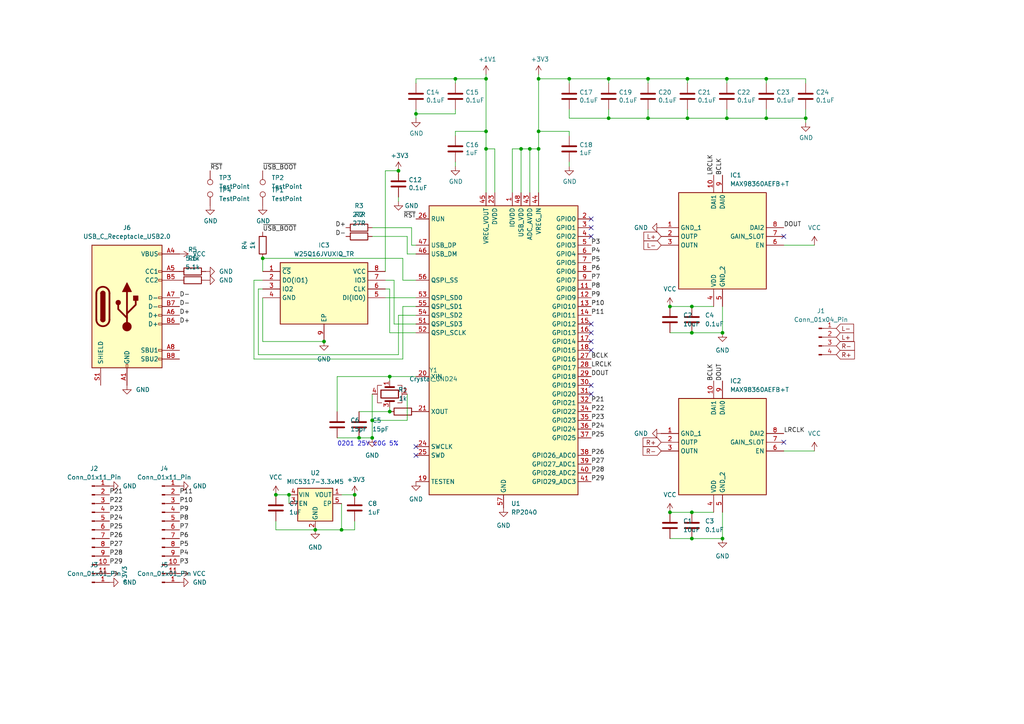
<source format=kicad_sch>
(kicad_sch (version 20230121) (generator eeschema)

  (uuid 127a684f-a164-4c21-a0eb-ed7eeda02184)

  (paper "A4")

  (lib_symbols
    (symbol "Connector:Conn_01x01_Pin" (pin_names (offset 1.016) hide) (in_bom yes) (on_board yes)
      (property "Reference" "J" (at 0 2.54 0)
        (effects (font (size 1.27 1.27)))
      )
      (property "Value" "Conn_01x01_Pin" (at 0 -2.54 0)
        (effects (font (size 1.27 1.27)))
      )
      (property "Footprint" "" (at 0 0 0)
        (effects (font (size 1.27 1.27)) hide)
      )
      (property "Datasheet" "~" (at 0 0 0)
        (effects (font (size 1.27 1.27)) hide)
      )
      (property "ki_locked" "" (at 0 0 0)
        (effects (font (size 1.27 1.27)))
      )
      (property "ki_keywords" "connector" (at 0 0 0)
        (effects (font (size 1.27 1.27)) hide)
      )
      (property "ki_description" "Generic connector, single row, 01x01, script generated" (at 0 0 0)
        (effects (font (size 1.27 1.27)) hide)
      )
      (property "ki_fp_filters" "Connector*:*_1x??_*" (at 0 0 0)
        (effects (font (size 1.27 1.27)) hide)
      )
      (symbol "Conn_01x01_Pin_1_1"
        (polyline
          (pts
            (xy 1.27 0)
            (xy 0.8636 0)
          )
          (stroke (width 0.1524) (type default))
          (fill (type none))
        )
        (rectangle (start 0.8636 0.127) (end 0 -0.127)
          (stroke (width 0.1524) (type default))
          (fill (type outline))
        )
        (pin passive line (at 5.08 0 180) (length 3.81)
          (name "Pin_1" (effects (font (size 1.27 1.27))))
          (number "1" (effects (font (size 1.27 1.27))))
        )
      )
    )
    (symbol "Connector:Conn_01x04_Pin" (pin_names (offset 1.016) hide) (in_bom yes) (on_board yes)
      (property "Reference" "J" (at 0 5.08 0)
        (effects (font (size 1.27 1.27)))
      )
      (property "Value" "Conn_01x04_Pin" (at 0 -7.62 0)
        (effects (font (size 1.27 1.27)))
      )
      (property "Footprint" "" (at 0 0 0)
        (effects (font (size 1.27 1.27)) hide)
      )
      (property "Datasheet" "~" (at 0 0 0)
        (effects (font (size 1.27 1.27)) hide)
      )
      (property "ki_locked" "" (at 0 0 0)
        (effects (font (size 1.27 1.27)))
      )
      (property "ki_keywords" "connector" (at 0 0 0)
        (effects (font (size 1.27 1.27)) hide)
      )
      (property "ki_description" "Generic connector, single row, 01x04, script generated" (at 0 0 0)
        (effects (font (size 1.27 1.27)) hide)
      )
      (property "ki_fp_filters" "Connector*:*_1x??_*" (at 0 0 0)
        (effects (font (size 1.27 1.27)) hide)
      )
      (symbol "Conn_01x04_Pin_1_1"
        (polyline
          (pts
            (xy 1.27 -5.08)
            (xy 0.8636 -5.08)
          )
          (stroke (width 0.1524) (type default))
          (fill (type none))
        )
        (polyline
          (pts
            (xy 1.27 -2.54)
            (xy 0.8636 -2.54)
          )
          (stroke (width 0.1524) (type default))
          (fill (type none))
        )
        (polyline
          (pts
            (xy 1.27 0)
            (xy 0.8636 0)
          )
          (stroke (width 0.1524) (type default))
          (fill (type none))
        )
        (polyline
          (pts
            (xy 1.27 2.54)
            (xy 0.8636 2.54)
          )
          (stroke (width 0.1524) (type default))
          (fill (type none))
        )
        (rectangle (start 0.8636 -4.953) (end 0 -5.207)
          (stroke (width 0.1524) (type default))
          (fill (type outline))
        )
        (rectangle (start 0.8636 -2.413) (end 0 -2.667)
          (stroke (width 0.1524) (type default))
          (fill (type outline))
        )
        (rectangle (start 0.8636 0.127) (end 0 -0.127)
          (stroke (width 0.1524) (type default))
          (fill (type outline))
        )
        (rectangle (start 0.8636 2.667) (end 0 2.413)
          (stroke (width 0.1524) (type default))
          (fill (type outline))
        )
        (pin passive line (at 5.08 2.54 180) (length 3.81)
          (name "Pin_1" (effects (font (size 1.27 1.27))))
          (number "1" (effects (font (size 1.27 1.27))))
        )
        (pin passive line (at 5.08 0 180) (length 3.81)
          (name "Pin_2" (effects (font (size 1.27 1.27))))
          (number "2" (effects (font (size 1.27 1.27))))
        )
        (pin passive line (at 5.08 -2.54 180) (length 3.81)
          (name "Pin_3" (effects (font (size 1.27 1.27))))
          (number "3" (effects (font (size 1.27 1.27))))
        )
        (pin passive line (at 5.08 -5.08 180) (length 3.81)
          (name "Pin_4" (effects (font (size 1.27 1.27))))
          (number "4" (effects (font (size 1.27 1.27))))
        )
      )
    )
    (symbol "Connector:Conn_01x11_Pin" (pin_names (offset 1.016) hide) (in_bom yes) (on_board yes)
      (property "Reference" "J" (at 0 15.24 0)
        (effects (font (size 1.27 1.27)))
      )
      (property "Value" "Conn_01x11_Pin" (at 0 -15.24 0)
        (effects (font (size 1.27 1.27)))
      )
      (property "Footprint" "" (at 0 0 0)
        (effects (font (size 1.27 1.27)) hide)
      )
      (property "Datasheet" "~" (at 0 0 0)
        (effects (font (size 1.27 1.27)) hide)
      )
      (property "ki_locked" "" (at 0 0 0)
        (effects (font (size 1.27 1.27)))
      )
      (property "ki_keywords" "connector" (at 0 0 0)
        (effects (font (size 1.27 1.27)) hide)
      )
      (property "ki_description" "Generic connector, single row, 01x11, script generated" (at 0 0 0)
        (effects (font (size 1.27 1.27)) hide)
      )
      (property "ki_fp_filters" "Connector*:*_1x??_*" (at 0 0 0)
        (effects (font (size 1.27 1.27)) hide)
      )
      (symbol "Conn_01x11_Pin_1_1"
        (polyline
          (pts
            (xy 1.27 -12.7)
            (xy 0.8636 -12.7)
          )
          (stroke (width 0.1524) (type default))
          (fill (type none))
        )
        (polyline
          (pts
            (xy 1.27 -10.16)
            (xy 0.8636 -10.16)
          )
          (stroke (width 0.1524) (type default))
          (fill (type none))
        )
        (polyline
          (pts
            (xy 1.27 -7.62)
            (xy 0.8636 -7.62)
          )
          (stroke (width 0.1524) (type default))
          (fill (type none))
        )
        (polyline
          (pts
            (xy 1.27 -5.08)
            (xy 0.8636 -5.08)
          )
          (stroke (width 0.1524) (type default))
          (fill (type none))
        )
        (polyline
          (pts
            (xy 1.27 -2.54)
            (xy 0.8636 -2.54)
          )
          (stroke (width 0.1524) (type default))
          (fill (type none))
        )
        (polyline
          (pts
            (xy 1.27 0)
            (xy 0.8636 0)
          )
          (stroke (width 0.1524) (type default))
          (fill (type none))
        )
        (polyline
          (pts
            (xy 1.27 2.54)
            (xy 0.8636 2.54)
          )
          (stroke (width 0.1524) (type default))
          (fill (type none))
        )
        (polyline
          (pts
            (xy 1.27 5.08)
            (xy 0.8636 5.08)
          )
          (stroke (width 0.1524) (type default))
          (fill (type none))
        )
        (polyline
          (pts
            (xy 1.27 7.62)
            (xy 0.8636 7.62)
          )
          (stroke (width 0.1524) (type default))
          (fill (type none))
        )
        (polyline
          (pts
            (xy 1.27 10.16)
            (xy 0.8636 10.16)
          )
          (stroke (width 0.1524) (type default))
          (fill (type none))
        )
        (polyline
          (pts
            (xy 1.27 12.7)
            (xy 0.8636 12.7)
          )
          (stroke (width 0.1524) (type default))
          (fill (type none))
        )
        (rectangle (start 0.8636 -12.573) (end 0 -12.827)
          (stroke (width 0.1524) (type default))
          (fill (type outline))
        )
        (rectangle (start 0.8636 -10.033) (end 0 -10.287)
          (stroke (width 0.1524) (type default))
          (fill (type outline))
        )
        (rectangle (start 0.8636 -7.493) (end 0 -7.747)
          (stroke (width 0.1524) (type default))
          (fill (type outline))
        )
        (rectangle (start 0.8636 -4.953) (end 0 -5.207)
          (stroke (width 0.1524) (type default))
          (fill (type outline))
        )
        (rectangle (start 0.8636 -2.413) (end 0 -2.667)
          (stroke (width 0.1524) (type default))
          (fill (type outline))
        )
        (rectangle (start 0.8636 0.127) (end 0 -0.127)
          (stroke (width 0.1524) (type default))
          (fill (type outline))
        )
        (rectangle (start 0.8636 2.667) (end 0 2.413)
          (stroke (width 0.1524) (type default))
          (fill (type outline))
        )
        (rectangle (start 0.8636 5.207) (end 0 4.953)
          (stroke (width 0.1524) (type default))
          (fill (type outline))
        )
        (rectangle (start 0.8636 7.747) (end 0 7.493)
          (stroke (width 0.1524) (type default))
          (fill (type outline))
        )
        (rectangle (start 0.8636 10.287) (end 0 10.033)
          (stroke (width 0.1524) (type default))
          (fill (type outline))
        )
        (rectangle (start 0.8636 12.827) (end 0 12.573)
          (stroke (width 0.1524) (type default))
          (fill (type outline))
        )
        (pin passive line (at 5.08 12.7 180) (length 3.81)
          (name "Pin_1" (effects (font (size 1.27 1.27))))
          (number "1" (effects (font (size 1.27 1.27))))
        )
        (pin passive line (at 5.08 -10.16 180) (length 3.81)
          (name "Pin_10" (effects (font (size 1.27 1.27))))
          (number "10" (effects (font (size 1.27 1.27))))
        )
        (pin passive line (at 5.08 -12.7 180) (length 3.81)
          (name "Pin_11" (effects (font (size 1.27 1.27))))
          (number "11" (effects (font (size 1.27 1.27))))
        )
        (pin passive line (at 5.08 10.16 180) (length 3.81)
          (name "Pin_2" (effects (font (size 1.27 1.27))))
          (number "2" (effects (font (size 1.27 1.27))))
        )
        (pin passive line (at 5.08 7.62 180) (length 3.81)
          (name "Pin_3" (effects (font (size 1.27 1.27))))
          (number "3" (effects (font (size 1.27 1.27))))
        )
        (pin passive line (at 5.08 5.08 180) (length 3.81)
          (name "Pin_4" (effects (font (size 1.27 1.27))))
          (number "4" (effects (font (size 1.27 1.27))))
        )
        (pin passive line (at 5.08 2.54 180) (length 3.81)
          (name "Pin_5" (effects (font (size 1.27 1.27))))
          (number "5" (effects (font (size 1.27 1.27))))
        )
        (pin passive line (at 5.08 0 180) (length 3.81)
          (name "Pin_6" (effects (font (size 1.27 1.27))))
          (number "6" (effects (font (size 1.27 1.27))))
        )
        (pin passive line (at 5.08 -2.54 180) (length 3.81)
          (name "Pin_7" (effects (font (size 1.27 1.27))))
          (number "7" (effects (font (size 1.27 1.27))))
        )
        (pin passive line (at 5.08 -5.08 180) (length 3.81)
          (name "Pin_8" (effects (font (size 1.27 1.27))))
          (number "8" (effects (font (size 1.27 1.27))))
        )
        (pin passive line (at 5.08 -7.62 180) (length 3.81)
          (name "Pin_9" (effects (font (size 1.27 1.27))))
          (number "9" (effects (font (size 1.27 1.27))))
        )
      )
    )
    (symbol "Connector:TestPoint" (pin_numbers hide) (pin_names (offset 0.762) hide) (in_bom yes) (on_board yes)
      (property "Reference" "TP" (at 0 6.858 0)
        (effects (font (size 1.27 1.27)))
      )
      (property "Value" "TestPoint" (at 0 5.08 0)
        (effects (font (size 1.27 1.27)))
      )
      (property "Footprint" "" (at 5.08 0 0)
        (effects (font (size 1.27 1.27)) hide)
      )
      (property "Datasheet" "~" (at 5.08 0 0)
        (effects (font (size 1.27 1.27)) hide)
      )
      (property "ki_keywords" "test point tp" (at 0 0 0)
        (effects (font (size 1.27 1.27)) hide)
      )
      (property "ki_description" "test point" (at 0 0 0)
        (effects (font (size 1.27 1.27)) hide)
      )
      (property "ki_fp_filters" "Pin* Test*" (at 0 0 0)
        (effects (font (size 1.27 1.27)) hide)
      )
      (symbol "TestPoint_0_1"
        (circle (center 0 3.302) (radius 0.762)
          (stroke (width 0) (type default))
          (fill (type none))
        )
      )
      (symbol "TestPoint_1_1"
        (pin passive line (at 0 0 90) (length 2.54)
          (name "1" (effects (font (size 1.27 1.27))))
          (number "1" (effects (font (size 1.27 1.27))))
        )
      )
    )
    (symbol "Connector:USB_C_Receptacle_USB2.0" (pin_names (offset 1.016)) (in_bom yes) (on_board yes)
      (property "Reference" "J" (at -10.16 19.05 0)
        (effects (font (size 1.27 1.27)) (justify left))
      )
      (property "Value" "USB_C_Receptacle_USB2.0" (at 19.05 19.05 0)
        (effects (font (size 1.27 1.27)) (justify right))
      )
      (property "Footprint" "" (at 3.81 0 0)
        (effects (font (size 1.27 1.27)) hide)
      )
      (property "Datasheet" "https://www.usb.org/sites/default/files/documents/usb_type-c.zip" (at 3.81 0 0)
        (effects (font (size 1.27 1.27)) hide)
      )
      (property "ki_keywords" "usb universal serial bus type-C USB2.0" (at 0 0 0)
        (effects (font (size 1.27 1.27)) hide)
      )
      (property "ki_description" "USB 2.0-only Type-C Receptacle connector" (at 0 0 0)
        (effects (font (size 1.27 1.27)) hide)
      )
      (property "ki_fp_filters" "USB*C*Receptacle*" (at 0 0 0)
        (effects (font (size 1.27 1.27)) hide)
      )
      (symbol "USB_C_Receptacle_USB2.0_0_0"
        (rectangle (start -0.254 -17.78) (end 0.254 -16.764)
          (stroke (width 0) (type default))
          (fill (type none))
        )
        (rectangle (start 10.16 -14.986) (end 9.144 -15.494)
          (stroke (width 0) (type default))
          (fill (type none))
        )
        (rectangle (start 10.16 -12.446) (end 9.144 -12.954)
          (stroke (width 0) (type default))
          (fill (type none))
        )
        (rectangle (start 10.16 -4.826) (end 9.144 -5.334)
          (stroke (width 0) (type default))
          (fill (type none))
        )
        (rectangle (start 10.16 -2.286) (end 9.144 -2.794)
          (stroke (width 0) (type default))
          (fill (type none))
        )
        (rectangle (start 10.16 0.254) (end 9.144 -0.254)
          (stroke (width 0) (type default))
          (fill (type none))
        )
        (rectangle (start 10.16 2.794) (end 9.144 2.286)
          (stroke (width 0) (type default))
          (fill (type none))
        )
        (rectangle (start 10.16 7.874) (end 9.144 7.366)
          (stroke (width 0) (type default))
          (fill (type none))
        )
        (rectangle (start 10.16 10.414) (end 9.144 9.906)
          (stroke (width 0) (type default))
          (fill (type none))
        )
        (rectangle (start 10.16 15.494) (end 9.144 14.986)
          (stroke (width 0) (type default))
          (fill (type none))
        )
      )
      (symbol "USB_C_Receptacle_USB2.0_0_1"
        (rectangle (start -10.16 17.78) (end 10.16 -17.78)
          (stroke (width 0.254) (type default))
          (fill (type background))
        )
        (arc (start -8.89 -3.81) (mid -6.985 -5.7067) (end -5.08 -3.81)
          (stroke (width 0.508) (type default))
          (fill (type none))
        )
        (arc (start -7.62 -3.81) (mid -6.985 -4.4423) (end -6.35 -3.81)
          (stroke (width 0.254) (type default))
          (fill (type none))
        )
        (arc (start -7.62 -3.81) (mid -6.985 -4.4423) (end -6.35 -3.81)
          (stroke (width 0.254) (type default))
          (fill (type outline))
        )
        (rectangle (start -7.62 -3.81) (end -6.35 3.81)
          (stroke (width 0.254) (type default))
          (fill (type outline))
        )
        (arc (start -6.35 3.81) (mid -6.985 4.4423) (end -7.62 3.81)
          (stroke (width 0.254) (type default))
          (fill (type none))
        )
        (arc (start -6.35 3.81) (mid -6.985 4.4423) (end -7.62 3.81)
          (stroke (width 0.254) (type default))
          (fill (type outline))
        )
        (arc (start -5.08 3.81) (mid -6.985 5.7067) (end -8.89 3.81)
          (stroke (width 0.508) (type default))
          (fill (type none))
        )
        (circle (center -2.54 1.143) (radius 0.635)
          (stroke (width 0.254) (type default))
          (fill (type outline))
        )
        (circle (center 0 -5.842) (radius 1.27)
          (stroke (width 0) (type default))
          (fill (type outline))
        )
        (polyline
          (pts
            (xy -8.89 -3.81)
            (xy -8.89 3.81)
          )
          (stroke (width 0.508) (type default))
          (fill (type none))
        )
        (polyline
          (pts
            (xy -5.08 3.81)
            (xy -5.08 -3.81)
          )
          (stroke (width 0.508) (type default))
          (fill (type none))
        )
        (polyline
          (pts
            (xy 0 -5.842)
            (xy 0 4.318)
          )
          (stroke (width 0.508) (type default))
          (fill (type none))
        )
        (polyline
          (pts
            (xy 0 -3.302)
            (xy -2.54 -0.762)
            (xy -2.54 0.508)
          )
          (stroke (width 0.508) (type default))
          (fill (type none))
        )
        (polyline
          (pts
            (xy 0 -2.032)
            (xy 2.54 0.508)
            (xy 2.54 1.778)
          )
          (stroke (width 0.508) (type default))
          (fill (type none))
        )
        (polyline
          (pts
            (xy -1.27 4.318)
            (xy 0 6.858)
            (xy 1.27 4.318)
            (xy -1.27 4.318)
          )
          (stroke (width 0.254) (type default))
          (fill (type outline))
        )
        (rectangle (start 1.905 1.778) (end 3.175 3.048)
          (stroke (width 0.254) (type default))
          (fill (type outline))
        )
      )
      (symbol "USB_C_Receptacle_USB2.0_1_1"
        (pin passive line (at 0 -22.86 90) (length 5.08)
          (name "GND" (effects (font (size 1.27 1.27))))
          (number "A1" (effects (font (size 1.27 1.27))))
        )
        (pin passive line (at 0 -22.86 90) (length 5.08) hide
          (name "GND" (effects (font (size 1.27 1.27))))
          (number "A12" (effects (font (size 1.27 1.27))))
        )
        (pin passive line (at 15.24 15.24 180) (length 5.08)
          (name "VBUS" (effects (font (size 1.27 1.27))))
          (number "A4" (effects (font (size 1.27 1.27))))
        )
        (pin bidirectional line (at 15.24 10.16 180) (length 5.08)
          (name "CC1" (effects (font (size 1.27 1.27))))
          (number "A5" (effects (font (size 1.27 1.27))))
        )
        (pin bidirectional line (at 15.24 -2.54 180) (length 5.08)
          (name "D+" (effects (font (size 1.27 1.27))))
          (number "A6" (effects (font (size 1.27 1.27))))
        )
        (pin bidirectional line (at 15.24 2.54 180) (length 5.08)
          (name "D-" (effects (font (size 1.27 1.27))))
          (number "A7" (effects (font (size 1.27 1.27))))
        )
        (pin bidirectional line (at 15.24 -12.7 180) (length 5.08)
          (name "SBU1" (effects (font (size 1.27 1.27))))
          (number "A8" (effects (font (size 1.27 1.27))))
        )
        (pin passive line (at 15.24 15.24 180) (length 5.08) hide
          (name "VBUS" (effects (font (size 1.27 1.27))))
          (number "A9" (effects (font (size 1.27 1.27))))
        )
        (pin passive line (at 0 -22.86 90) (length 5.08) hide
          (name "GND" (effects (font (size 1.27 1.27))))
          (number "B1" (effects (font (size 1.27 1.27))))
        )
        (pin passive line (at 0 -22.86 90) (length 5.08) hide
          (name "GND" (effects (font (size 1.27 1.27))))
          (number "B12" (effects (font (size 1.27 1.27))))
        )
        (pin passive line (at 15.24 15.24 180) (length 5.08) hide
          (name "VBUS" (effects (font (size 1.27 1.27))))
          (number "B4" (effects (font (size 1.27 1.27))))
        )
        (pin bidirectional line (at 15.24 7.62 180) (length 5.08)
          (name "CC2" (effects (font (size 1.27 1.27))))
          (number "B5" (effects (font (size 1.27 1.27))))
        )
        (pin bidirectional line (at 15.24 -5.08 180) (length 5.08)
          (name "D+" (effects (font (size 1.27 1.27))))
          (number "B6" (effects (font (size 1.27 1.27))))
        )
        (pin bidirectional line (at 15.24 0 180) (length 5.08)
          (name "D-" (effects (font (size 1.27 1.27))))
          (number "B7" (effects (font (size 1.27 1.27))))
        )
        (pin bidirectional line (at 15.24 -15.24 180) (length 5.08)
          (name "SBU2" (effects (font (size 1.27 1.27))))
          (number "B8" (effects (font (size 1.27 1.27))))
        )
        (pin passive line (at 15.24 15.24 180) (length 5.08) hide
          (name "VBUS" (effects (font (size 1.27 1.27))))
          (number "B9" (effects (font (size 1.27 1.27))))
        )
        (pin passive line (at -7.62 -22.86 90) (length 5.08)
          (name "SHIELD" (effects (font (size 1.27 1.27))))
          (number "S1" (effects (font (size 1.27 1.27))))
        )
      )
    )
    (symbol "Device:C" (pin_numbers hide) (pin_names (offset 0.254)) (in_bom yes) (on_board yes)
      (property "Reference" "C" (at 0.635 2.54 0)
        (effects (font (size 1.27 1.27)) (justify left))
      )
      (property "Value" "C" (at 0.635 -2.54 0)
        (effects (font (size 1.27 1.27)) (justify left))
      )
      (property "Footprint" "" (at 0.9652 -3.81 0)
        (effects (font (size 1.27 1.27)) hide)
      )
      (property "Datasheet" "~" (at 0 0 0)
        (effects (font (size 1.27 1.27)) hide)
      )
      (property "ki_keywords" "cap capacitor" (at 0 0 0)
        (effects (font (size 1.27 1.27)) hide)
      )
      (property "ki_description" "Unpolarized capacitor" (at 0 0 0)
        (effects (font (size 1.27 1.27)) hide)
      )
      (property "ki_fp_filters" "C_*" (at 0 0 0)
        (effects (font (size 1.27 1.27)) hide)
      )
      (symbol "C_0_1"
        (polyline
          (pts
            (xy -2.032 -0.762)
            (xy 2.032 -0.762)
          )
          (stroke (width 0.508) (type default))
          (fill (type none))
        )
        (polyline
          (pts
            (xy -2.032 0.762)
            (xy 2.032 0.762)
          )
          (stroke (width 0.508) (type default))
          (fill (type none))
        )
      )
      (symbol "C_1_1"
        (pin passive line (at 0 3.81 270) (length 2.794)
          (name "~" (effects (font (size 1.27 1.27))))
          (number "1" (effects (font (size 1.27 1.27))))
        )
        (pin passive line (at 0 -3.81 90) (length 2.794)
          (name "~" (effects (font (size 1.27 1.27))))
          (number "2" (effects (font (size 1.27 1.27))))
        )
      )
    )
    (symbol "Device:Crystal_GND24" (pin_names (offset 1.016) hide) (in_bom yes) (on_board yes)
      (property "Reference" "Y" (at 3.175 5.08 0)
        (effects (font (size 1.27 1.27)) (justify left))
      )
      (property "Value" "Crystal_GND24" (at 3.175 3.175 0)
        (effects (font (size 1.27 1.27)) (justify left))
      )
      (property "Footprint" "" (at 0 0 0)
        (effects (font (size 1.27 1.27)) hide)
      )
      (property "Datasheet" "~" (at 0 0 0)
        (effects (font (size 1.27 1.27)) hide)
      )
      (property "ki_keywords" "quartz ceramic resonator oscillator" (at 0 0 0)
        (effects (font (size 1.27 1.27)) hide)
      )
      (property "ki_description" "Four pin crystal, GND on pins 2 and 4" (at 0 0 0)
        (effects (font (size 1.27 1.27)) hide)
      )
      (property "ki_fp_filters" "Crystal*" (at 0 0 0)
        (effects (font (size 1.27 1.27)) hide)
      )
      (symbol "Crystal_GND24_0_1"
        (rectangle (start -1.143 2.54) (end 1.143 -2.54)
          (stroke (width 0.3048) (type default))
          (fill (type none))
        )
        (polyline
          (pts
            (xy -2.54 0)
            (xy -2.032 0)
          )
          (stroke (width 0) (type default))
          (fill (type none))
        )
        (polyline
          (pts
            (xy -2.032 -1.27)
            (xy -2.032 1.27)
          )
          (stroke (width 0.508) (type default))
          (fill (type none))
        )
        (polyline
          (pts
            (xy 0 -3.81)
            (xy 0 -3.556)
          )
          (stroke (width 0) (type default))
          (fill (type none))
        )
        (polyline
          (pts
            (xy 0 3.556)
            (xy 0 3.81)
          )
          (stroke (width 0) (type default))
          (fill (type none))
        )
        (polyline
          (pts
            (xy 2.032 -1.27)
            (xy 2.032 1.27)
          )
          (stroke (width 0.508) (type default))
          (fill (type none))
        )
        (polyline
          (pts
            (xy 2.032 0)
            (xy 2.54 0)
          )
          (stroke (width 0) (type default))
          (fill (type none))
        )
        (polyline
          (pts
            (xy -2.54 -2.286)
            (xy -2.54 -3.556)
            (xy 2.54 -3.556)
            (xy 2.54 -2.286)
          )
          (stroke (width 0) (type default))
          (fill (type none))
        )
        (polyline
          (pts
            (xy -2.54 2.286)
            (xy -2.54 3.556)
            (xy 2.54 3.556)
            (xy 2.54 2.286)
          )
          (stroke (width 0) (type default))
          (fill (type none))
        )
      )
      (symbol "Crystal_GND24_1_1"
        (pin passive line (at -3.81 0 0) (length 1.27)
          (name "1" (effects (font (size 1.27 1.27))))
          (number "1" (effects (font (size 1.27 1.27))))
        )
        (pin passive line (at 0 5.08 270) (length 1.27)
          (name "2" (effects (font (size 1.27 1.27))))
          (number "2" (effects (font (size 1.27 1.27))))
        )
        (pin passive line (at 3.81 0 180) (length 1.27)
          (name "3" (effects (font (size 1.27 1.27))))
          (number "3" (effects (font (size 1.27 1.27))))
        )
        (pin passive line (at 0 -5.08 90) (length 1.27)
          (name "4" (effects (font (size 1.27 1.27))))
          (number "4" (effects (font (size 1.27 1.27))))
        )
      )
    )
    (symbol "Device:R" (pin_numbers hide) (pin_names (offset 0)) (in_bom yes) (on_board yes)
      (property "Reference" "R" (at 2.032 0 90)
        (effects (font (size 1.27 1.27)))
      )
      (property "Value" "R" (at 0 0 90)
        (effects (font (size 1.27 1.27)))
      )
      (property "Footprint" "" (at -1.778 0 90)
        (effects (font (size 1.27 1.27)) hide)
      )
      (property "Datasheet" "~" (at 0 0 0)
        (effects (font (size 1.27 1.27)) hide)
      )
      (property "ki_keywords" "R res resistor" (at 0 0 0)
        (effects (font (size 1.27 1.27)) hide)
      )
      (property "ki_description" "Resistor" (at 0 0 0)
        (effects (font (size 1.27 1.27)) hide)
      )
      (property "ki_fp_filters" "R_*" (at 0 0 0)
        (effects (font (size 1.27 1.27)) hide)
      )
      (symbol "R_0_1"
        (rectangle (start -1.016 -2.54) (end 1.016 2.54)
          (stroke (width 0.254) (type default))
          (fill (type none))
        )
      )
      (symbol "R_1_1"
        (pin passive line (at 0 3.81 270) (length 1.27)
          (name "~" (effects (font (size 1.27 1.27))))
          (number "1" (effects (font (size 1.27 1.27))))
        )
        (pin passive line (at 0 -3.81 90) (length 1.27)
          (name "~" (effects (font (size 1.27 1.27))))
          (number "2" (effects (font (size 1.27 1.27))))
        )
      )
    )
    (symbol "MCU_RaspberryPi:RP2040" (in_bom yes) (on_board yes)
      (property "Reference" "U" (at 17.78 45.72 0)
        (effects (font (size 1.27 1.27)))
      )
      (property "Value" "RP2040" (at 17.78 43.18 0)
        (effects (font (size 1.27 1.27)))
      )
      (property "Footprint" "Package_DFN_QFN:QFN-56-1EP_7x7mm_P0.4mm_EP3.2x3.2mm" (at 0 0 0)
        (effects (font (size 1.27 1.27)) hide)
      )
      (property "Datasheet" "https://datasheets.raspberrypi.com/rp2040/rp2040-datasheet.pdf" (at 0 0 0)
        (effects (font (size 1.27 1.27)) hide)
      )
      (property "ki_keywords" "RP2040 ARM Cortex-M0+ USB" (at 0 0 0)
        (effects (font (size 1.27 1.27)) hide)
      )
      (property "ki_description" "A microcontroller by Raspberry Pi" (at 0 0 0)
        (effects (font (size 1.27 1.27)) hide)
      )
      (property "ki_fp_filters" "QFN*1EP*7x7mm?P0.4mm*" (at 0 0 0)
        (effects (font (size 1.27 1.27)) hide)
      )
      (symbol "RP2040_0_1"
        (rectangle (start -21.59 41.91) (end 21.59 -41.91)
          (stroke (width 0.254) (type default))
          (fill (type background))
        )
      )
      (symbol "RP2040_1_1"
        (pin power_in line (at 2.54 45.72 270) (length 3.81)
          (name "IOVDD" (effects (font (size 1.27 1.27))))
          (number "1" (effects (font (size 1.27 1.27))))
        )
        (pin passive line (at 2.54 45.72 270) (length 3.81) hide
          (name "IOVDD" (effects (font (size 1.27 1.27))))
          (number "10" (effects (font (size 1.27 1.27))))
        )
        (pin bidirectional line (at 25.4 17.78 180) (length 3.81)
          (name "GPIO8" (effects (font (size 1.27 1.27))))
          (number "11" (effects (font (size 1.27 1.27))))
        )
        (pin bidirectional line (at 25.4 15.24 180) (length 3.81)
          (name "GPIO9" (effects (font (size 1.27 1.27))))
          (number "12" (effects (font (size 1.27 1.27))))
        )
        (pin bidirectional line (at 25.4 12.7 180) (length 3.81)
          (name "GPIO10" (effects (font (size 1.27 1.27))))
          (number "13" (effects (font (size 1.27 1.27))))
        )
        (pin bidirectional line (at 25.4 10.16 180) (length 3.81)
          (name "GPIO11" (effects (font (size 1.27 1.27))))
          (number "14" (effects (font (size 1.27 1.27))))
        )
        (pin bidirectional line (at 25.4 7.62 180) (length 3.81)
          (name "GPIO12" (effects (font (size 1.27 1.27))))
          (number "15" (effects (font (size 1.27 1.27))))
        )
        (pin bidirectional line (at 25.4 5.08 180) (length 3.81)
          (name "GPIO13" (effects (font (size 1.27 1.27))))
          (number "16" (effects (font (size 1.27 1.27))))
        )
        (pin bidirectional line (at 25.4 2.54 180) (length 3.81)
          (name "GPIO14" (effects (font (size 1.27 1.27))))
          (number "17" (effects (font (size 1.27 1.27))))
        )
        (pin bidirectional line (at 25.4 0 180) (length 3.81)
          (name "GPIO15" (effects (font (size 1.27 1.27))))
          (number "18" (effects (font (size 1.27 1.27))))
        )
        (pin input line (at -25.4 -38.1 0) (length 3.81)
          (name "TESTEN" (effects (font (size 1.27 1.27))))
          (number "19" (effects (font (size 1.27 1.27))))
        )
        (pin bidirectional line (at 25.4 38.1 180) (length 3.81)
          (name "GPIO0" (effects (font (size 1.27 1.27))))
          (number "2" (effects (font (size 1.27 1.27))))
        )
        (pin input line (at -25.4 -7.62 0) (length 3.81)
          (name "XIN" (effects (font (size 1.27 1.27))))
          (number "20" (effects (font (size 1.27 1.27))))
        )
        (pin passive line (at -25.4 -17.78 0) (length 3.81)
          (name "XOUT" (effects (font (size 1.27 1.27))))
          (number "21" (effects (font (size 1.27 1.27))))
        )
        (pin passive line (at 2.54 45.72 270) (length 3.81) hide
          (name "IOVDD" (effects (font (size 1.27 1.27))))
          (number "22" (effects (font (size 1.27 1.27))))
        )
        (pin power_in line (at -2.54 45.72 270) (length 3.81)
          (name "DVDD" (effects (font (size 1.27 1.27))))
          (number "23" (effects (font (size 1.27 1.27))))
        )
        (pin input line (at -25.4 -27.94 0) (length 3.81)
          (name "SWCLK" (effects (font (size 1.27 1.27))))
          (number "24" (effects (font (size 1.27 1.27))))
        )
        (pin bidirectional line (at -25.4 -30.48 0) (length 3.81)
          (name "SWD" (effects (font (size 1.27 1.27))))
          (number "25" (effects (font (size 1.27 1.27))))
        )
        (pin input line (at -25.4 38.1 0) (length 3.81)
          (name "RUN" (effects (font (size 1.27 1.27))))
          (number "26" (effects (font (size 1.27 1.27))))
        )
        (pin bidirectional line (at 25.4 -2.54 180) (length 3.81)
          (name "GPIO16" (effects (font (size 1.27 1.27))))
          (number "27" (effects (font (size 1.27 1.27))))
        )
        (pin bidirectional line (at 25.4 -5.08 180) (length 3.81)
          (name "GPIO17" (effects (font (size 1.27 1.27))))
          (number "28" (effects (font (size 1.27 1.27))))
        )
        (pin bidirectional line (at 25.4 -7.62 180) (length 3.81)
          (name "GPIO18" (effects (font (size 1.27 1.27))))
          (number "29" (effects (font (size 1.27 1.27))))
        )
        (pin bidirectional line (at 25.4 35.56 180) (length 3.81)
          (name "GPIO1" (effects (font (size 1.27 1.27))))
          (number "3" (effects (font (size 1.27 1.27))))
        )
        (pin bidirectional line (at 25.4 -10.16 180) (length 3.81)
          (name "GPIO19" (effects (font (size 1.27 1.27))))
          (number "30" (effects (font (size 1.27 1.27))))
        )
        (pin bidirectional line (at 25.4 -12.7 180) (length 3.81)
          (name "GPIO20" (effects (font (size 1.27 1.27))))
          (number "31" (effects (font (size 1.27 1.27))))
        )
        (pin bidirectional line (at 25.4 -15.24 180) (length 3.81)
          (name "GPIO21" (effects (font (size 1.27 1.27))))
          (number "32" (effects (font (size 1.27 1.27))))
        )
        (pin passive line (at 2.54 45.72 270) (length 3.81) hide
          (name "IOVDD" (effects (font (size 1.27 1.27))))
          (number "33" (effects (font (size 1.27 1.27))))
        )
        (pin bidirectional line (at 25.4 -17.78 180) (length 3.81)
          (name "GPIO22" (effects (font (size 1.27 1.27))))
          (number "34" (effects (font (size 1.27 1.27))))
        )
        (pin bidirectional line (at 25.4 -20.32 180) (length 3.81)
          (name "GPIO23" (effects (font (size 1.27 1.27))))
          (number "35" (effects (font (size 1.27 1.27))))
        )
        (pin bidirectional line (at 25.4 -22.86 180) (length 3.81)
          (name "GPIO24" (effects (font (size 1.27 1.27))))
          (number "36" (effects (font (size 1.27 1.27))))
        )
        (pin bidirectional line (at 25.4 -25.4 180) (length 3.81)
          (name "GPIO25" (effects (font (size 1.27 1.27))))
          (number "37" (effects (font (size 1.27 1.27))))
        )
        (pin bidirectional line (at 25.4 -30.48 180) (length 3.81)
          (name "GPIO26_ADC0" (effects (font (size 1.27 1.27))))
          (number "38" (effects (font (size 1.27 1.27))))
        )
        (pin bidirectional line (at 25.4 -33.02 180) (length 3.81)
          (name "GPIO27_ADC1" (effects (font (size 1.27 1.27))))
          (number "39" (effects (font (size 1.27 1.27))))
        )
        (pin bidirectional line (at 25.4 33.02 180) (length 3.81)
          (name "GPIO2" (effects (font (size 1.27 1.27))))
          (number "4" (effects (font (size 1.27 1.27))))
        )
        (pin bidirectional line (at 25.4 -35.56 180) (length 3.81)
          (name "GPIO28_ADC2" (effects (font (size 1.27 1.27))))
          (number "40" (effects (font (size 1.27 1.27))))
        )
        (pin bidirectional line (at 25.4 -38.1 180) (length 3.81)
          (name "GPIO29_ADC3" (effects (font (size 1.27 1.27))))
          (number "41" (effects (font (size 1.27 1.27))))
        )
        (pin passive line (at 2.54 45.72 270) (length 3.81) hide
          (name "IOVDD" (effects (font (size 1.27 1.27))))
          (number "42" (effects (font (size 1.27 1.27))))
        )
        (pin power_in line (at 7.62 45.72 270) (length 3.81)
          (name "ADC_AVDD" (effects (font (size 1.27 1.27))))
          (number "43" (effects (font (size 1.27 1.27))))
        )
        (pin power_in line (at 10.16 45.72 270) (length 3.81)
          (name "VREG_IN" (effects (font (size 1.27 1.27))))
          (number "44" (effects (font (size 1.27 1.27))))
        )
        (pin power_out line (at -5.08 45.72 270) (length 3.81)
          (name "VREG_VOUT" (effects (font (size 1.27 1.27))))
          (number "45" (effects (font (size 1.27 1.27))))
        )
        (pin bidirectional line (at -25.4 27.94 0) (length 3.81)
          (name "USB_DM" (effects (font (size 1.27 1.27))))
          (number "46" (effects (font (size 1.27 1.27))))
        )
        (pin bidirectional line (at -25.4 30.48 0) (length 3.81)
          (name "USB_DP" (effects (font (size 1.27 1.27))))
          (number "47" (effects (font (size 1.27 1.27))))
        )
        (pin power_in line (at 5.08 45.72 270) (length 3.81)
          (name "USB_VDD" (effects (font (size 1.27 1.27))))
          (number "48" (effects (font (size 1.27 1.27))))
        )
        (pin passive line (at 2.54 45.72 270) (length 3.81) hide
          (name "IOVDD" (effects (font (size 1.27 1.27))))
          (number "49" (effects (font (size 1.27 1.27))))
        )
        (pin bidirectional line (at 25.4 30.48 180) (length 3.81)
          (name "GPIO3" (effects (font (size 1.27 1.27))))
          (number "5" (effects (font (size 1.27 1.27))))
        )
        (pin passive line (at -2.54 45.72 270) (length 3.81) hide
          (name "DVDD" (effects (font (size 1.27 1.27))))
          (number "50" (effects (font (size 1.27 1.27))))
        )
        (pin bidirectional line (at -25.4 7.62 0) (length 3.81)
          (name "QSPI_SD3" (effects (font (size 1.27 1.27))))
          (number "51" (effects (font (size 1.27 1.27))))
        )
        (pin output line (at -25.4 5.08 0) (length 3.81)
          (name "QSPI_SCLK" (effects (font (size 1.27 1.27))))
          (number "52" (effects (font (size 1.27 1.27))))
        )
        (pin bidirectional line (at -25.4 15.24 0) (length 3.81)
          (name "QSPI_SD0" (effects (font (size 1.27 1.27))))
          (number "53" (effects (font (size 1.27 1.27))))
        )
        (pin bidirectional line (at -25.4 10.16 0) (length 3.81)
          (name "QSPI_SD2" (effects (font (size 1.27 1.27))))
          (number "54" (effects (font (size 1.27 1.27))))
        )
        (pin bidirectional line (at -25.4 12.7 0) (length 3.81)
          (name "QSPI_SD1" (effects (font (size 1.27 1.27))))
          (number "55" (effects (font (size 1.27 1.27))))
        )
        (pin bidirectional line (at -25.4 20.32 0) (length 3.81)
          (name "QSPI_SS" (effects (font (size 1.27 1.27))))
          (number "56" (effects (font (size 1.27 1.27))))
        )
        (pin power_in line (at 0 -45.72 90) (length 3.81)
          (name "GND" (effects (font (size 1.27 1.27))))
          (number "57" (effects (font (size 1.27 1.27))))
        )
        (pin bidirectional line (at 25.4 27.94 180) (length 3.81)
          (name "GPIO4" (effects (font (size 1.27 1.27))))
          (number "6" (effects (font (size 1.27 1.27))))
        )
        (pin bidirectional line (at 25.4 25.4 180) (length 3.81)
          (name "GPIO5" (effects (font (size 1.27 1.27))))
          (number "7" (effects (font (size 1.27 1.27))))
        )
        (pin bidirectional line (at 25.4 22.86 180) (length 3.81)
          (name "GPIO6" (effects (font (size 1.27 1.27))))
          (number "8" (effects (font (size 1.27 1.27))))
        )
        (pin bidirectional line (at 25.4 20.32 180) (length 3.81)
          (name "GPIO7" (effects (font (size 1.27 1.27))))
          (number "9" (effects (font (size 1.27 1.27))))
        )
      )
    )
    (symbol "Regulator_Linear:MIC5317-3.3xM5" (pin_names (offset 0.254)) (in_bom yes) (on_board yes)
      (property "Reference" "U2" (at 0 8.89 0)
        (effects (font (size 1.27 1.27)))
      )
      (property "Value" "MIC5317-3.3xM5" (at 0 6.35 0)
        (effects (font (size 1.27 1.27)))
      )
      (property "Footprint" "Package_DFN_QFN:UDFN-4-1EP_1x1mm_P0.65mm_EP0.48x0.48mm" (at 0 8.89 0)
        (effects (font (size 1.27 1.27)) hide)
      )
      (property "Datasheet" "https://ww1.microchip.com/downloads/aemDocuments/documents/OTH/ProductDocuments/DataSheets/MIC5317-High-Performance-Single-150mA-LDO-DS20006195B.pdf" (at -7.62 20.32 0)
        (effects (font (size 1.27 1.27)) hide)
      )
      (property "ki_keywords" "LDO voltage regulator" (at 0 0 0)
        (effects (font (size 1.27 1.27)) hide)
      )
      (property "ki_description" "150mA Low-dropout Voltage Regulator, Vout 3.3V, Vin up to 6V, SOT23-5" (at 0 0 0)
        (effects (font (size 1.27 1.27)) hide)
      )
      (property "ki_fp_filters" "SOT?23*" (at 0 0 0)
        (effects (font (size 1.27 1.27)) hide)
      )
      (symbol "MIC5317-3.3xM5_0_1"
        (rectangle (start -5.08 4.445) (end 5.08 -5.08)
          (stroke (width 0.254) (type default))
          (fill (type background))
        )
      )
      (symbol "MIC5317-3.3xM5_1_1"
        (pin power_out line (at 7.62 2.54 180) (length 2.54)
          (name "VOUT" (effects (font (size 1.27 1.27))))
          (number "1" (effects (font (size 1.27 1.27))))
        )
        (pin power_in line (at 0 -7.62 90) (length 2.54)
          (name "GND" (effects (font (size 1.27 1.27))))
          (number "2" (effects (font (size 1.27 1.27))))
        )
        (pin input line (at -7.62 0 0) (length 2.54)
          (name "EN" (effects (font (size 1.27 1.27))))
          (number "3" (effects (font (size 1.27 1.27))))
        )
        (pin power_in line (at -7.62 2.54 0) (length 2.54)
          (name "VIN" (effects (font (size 1.27 1.27))))
          (number "4" (effects (font (size 1.27 1.27))))
        )
        (pin free line (at 7.62 0 180) (length 2.54)
          (name "EP" (effects (font (size 1.27 1.27))))
          (number "5" (effects (font (size 1.27 1.27))))
        )
      )
    )
    (symbol "SamacSys_Parts:MAX98360AEFB+T" (in_bom yes) (on_board yes)
      (property "Reference" "IC" (at 31.75 15.24 0)
        (effects (font (size 1.27 1.27)) (justify left top))
      )
      (property "Value" "MAX98360AEFB+T" (at 31.75 12.7 0)
        (effects (font (size 1.27 1.27)) (justify left top))
      )
      (property "Footprint" "MAX98360AEFB" (at 31.75 -87.3 0)
        (effects (font (size 1.27 1.27)) (justify left top) hide)
      )
      (property "Datasheet" "https://www.mouser.jp/datasheet/2/256/MAX98360A-MAX98360D-1839867.pdf" (at 31.75 -187.3 0)
        (effects (font (size 1.27 1.27)) (justify left top) hide)
      )
      (property "Height" "" (at 31.75 -387.3 0)
        (effects (font (size 1.27 1.27)) (justify left top) hide)
      )
      (property "Mouser Part Number" "700-MAX98360AEFB+T" (at 31.75 -487.3 0)
        (effects (font (size 1.27 1.27)) (justify left top) hide)
      )
      (property "Mouser Price/Stock" "https://www.mouser.co.uk/ProductDetail/Maxim-Integrated/MAX98360AEFB%2bT?qs=vHuUswq2%252Bsw0l9dGnH5G9w%3D%3D" (at 31.75 -587.3 0)
        (effects (font (size 1.27 1.27)) (justify left top) hide)
      )
      (property "Manufacturer_Name" "Analog Devices" (at 31.75 -687.3 0)
        (effects (font (size 1.27 1.27)) (justify left top) hide)
      )
      (property "Manufacturer_Part_Number" "MAX98360AEFB+T" (at 31.75 -787.3 0)
        (effects (font (size 1.27 1.27)) (justify left top) hide)
      )
      (property "ki_description" "Audio Amplifiers Digital Class D with 1.2 V Digital supply" (at 0 0 0)
        (effects (font (size 1.27 1.27)) hide)
      )
      (symbol "MAX98360AEFB+T_1_1"
        (rectangle (start 5.08 10.16) (end 30.48 -17.78)
          (stroke (width 0.254) (type default))
          (fill (type background))
        )
        (pin passive line (at 0 0 0) (length 5.08)
          (name "GND_1" (effects (font (size 1.27 1.27))))
          (number "1" (effects (font (size 1.27 1.27))))
        )
        (pin passive line (at 15.24 15.24 270) (length 5.08)
          (name "DAI1" (effects (font (size 1.27 1.27))))
          (number "10" (effects (font (size 1.27 1.27))))
        )
        (pin passive line (at 0 -2.54 0) (length 5.08)
          (name "OUTP" (effects (font (size 1.27 1.27))))
          (number "2" (effects (font (size 1.27 1.27))))
        )
        (pin passive line (at 0 -5.08 0) (length 5.08)
          (name "OUTN" (effects (font (size 1.27 1.27))))
          (number "3" (effects (font (size 1.27 1.27))))
        )
        (pin passive line (at 15.24 -22.86 90) (length 5.08)
          (name "VDD" (effects (font (size 1.27 1.27))))
          (number "4" (effects (font (size 1.27 1.27))))
        )
        (pin passive line (at 17.78 -22.86 90) (length 5.08)
          (name "GND_2" (effects (font (size 1.27 1.27))))
          (number "5" (effects (font (size 1.27 1.27))))
        )
        (pin passive line (at 35.56 -5.08 180) (length 5.08)
          (name "EN" (effects (font (size 1.27 1.27))))
          (number "6" (effects (font (size 1.27 1.27))))
        )
        (pin passive line (at 35.56 -2.54 180) (length 5.08)
          (name "GAIN_SLOT" (effects (font (size 1.27 1.27))))
          (number "7" (effects (font (size 1.27 1.27))))
        )
        (pin passive line (at 35.56 0 180) (length 5.08)
          (name "DAI2" (effects (font (size 1.27 1.27))))
          (number "8" (effects (font (size 1.27 1.27))))
        )
        (pin passive line (at 17.78 15.24 270) (length 5.08)
          (name "DAI0" (effects (font (size 1.27 1.27))))
          (number "9" (effects (font (size 1.27 1.27))))
        )
      )
    )
    (symbol "SamacSys_Parts:W25Q16JVUXIQ_TR" (in_bom yes) (on_board yes)
      (property "Reference" "IC" (at 31.75 7.62 0)
        (effects (font (size 1.27 1.27)) (justify left top))
      )
      (property "Value" "W25Q16JVUXIQ_TR" (at 31.75 5.08 0)
        (effects (font (size 1.27 1.27)) (justify left top))
      )
      (property "Footprint" "SON50P300X200X60-9N" (at 31.75 -94.92 0)
        (effects (font (size 1.27 1.27)) (justify left top) hide)
      )
      (property "Datasheet" "https://componentsearchengine.com/Datasheets/1/W25Q16JVUXIQ TR.pdf" (at 31.75 -194.92 0)
        (effects (font (size 1.27 1.27)) (justify left top) hide)
      )
      (property "Height" "0.6" (at 31.75 -394.92 0)
        (effects (font (size 1.27 1.27)) (justify left top) hide)
      )
      (property "Mouser Part Number" "454-W25Q16JVUXIQTR" (at 31.75 -494.92 0)
        (effects (font (size 1.27 1.27)) (justify left top) hide)
      )
      (property "Mouser Price/Stock" "https://www.mouser.co.uk/ProductDetail/Winbond/W25Q16JVUXIQ-TR?qs=qSfuJ%252Bfl%2Fd7SDdIHLGOd1g%3D%3D" (at 31.75 -594.92 0)
        (effects (font (size 1.27 1.27)) (justify left top) hide)
      )
      (property "Manufacturer_Name" "Winbond" (at 31.75 -694.92 0)
        (effects (font (size 1.27 1.27)) (justify left top) hide)
      )
      (property "Manufacturer_Part_Number" "W25Q16JVUXIQ TR" (at 31.75 -794.92 0)
        (effects (font (size 1.27 1.27)) (justify left top) hide)
      )
      (property "ki_description" "NOR Flash spiFlash, 3V, 16M-bit, 4Kb Uniform Sector, DTR" (at 0 0 0)
        (effects (font (size 1.27 1.27)) hide)
      )
      (symbol "W25Q16JVUXIQ_TR_1_1"
        (rectangle (start 5.08 2.54) (end 30.48 -15.24)
          (stroke (width 0.254) (type default))
          (fill (type background))
        )
        (pin passive line (at 0 0 0) (length 5.08)
          (name "~{CS}" (effects (font (size 1.27 1.27))))
          (number "1" (effects (font (size 1.27 1.27))))
        )
        (pin passive line (at 0 -2.54 0) (length 5.08)
          (name "DO(IO1)" (effects (font (size 1.27 1.27))))
          (number "2" (effects (font (size 1.27 1.27))))
        )
        (pin passive line (at 0 -5.08 0) (length 5.08)
          (name "IO2" (effects (font (size 1.27 1.27))))
          (number "3" (effects (font (size 1.27 1.27))))
        )
        (pin passive line (at 0 -7.62 0) (length 5.08)
          (name "GND" (effects (font (size 1.27 1.27))))
          (number "4" (effects (font (size 1.27 1.27))))
        )
        (pin passive line (at 35.56 -7.62 180) (length 5.08)
          (name "DI(IO0)" (effects (font (size 1.27 1.27))))
          (number "5" (effects (font (size 1.27 1.27))))
        )
        (pin passive line (at 35.56 -5.08 180) (length 5.08)
          (name "CLK" (effects (font (size 1.27 1.27))))
          (number "6" (effects (font (size 1.27 1.27))))
        )
        (pin passive line (at 35.56 -2.54 180) (length 5.08)
          (name "IO3" (effects (font (size 1.27 1.27))))
          (number "7" (effects (font (size 1.27 1.27))))
        )
        (pin passive line (at 35.56 0 180) (length 5.08)
          (name "VCC" (effects (font (size 1.27 1.27))))
          (number "8" (effects (font (size 1.27 1.27))))
        )
        (pin passive line (at 17.78 -20.32 90) (length 5.08)
          (name "EP" (effects (font (size 1.27 1.27))))
          (number "9" (effects (font (size 1.27 1.27))))
        )
      )
    )
    (symbol "power:+1V1" (power) (pin_names (offset 0)) (in_bom yes) (on_board yes)
      (property "Reference" "#PWR" (at 0 -3.81 0)
        (effects (font (size 1.27 1.27)) hide)
      )
      (property "Value" "+1V1" (at 0 3.556 0)
        (effects (font (size 1.27 1.27)))
      )
      (property "Footprint" "" (at 0 0 0)
        (effects (font (size 1.27 1.27)) hide)
      )
      (property "Datasheet" "" (at 0 0 0)
        (effects (font (size 1.27 1.27)) hide)
      )
      (property "ki_keywords" "global power" (at 0 0 0)
        (effects (font (size 1.27 1.27)) hide)
      )
      (property "ki_description" "Power symbol creates a global label with name \"+1V1\"" (at 0 0 0)
        (effects (font (size 1.27 1.27)) hide)
      )
      (symbol "+1V1_0_1"
        (polyline
          (pts
            (xy -0.762 1.27)
            (xy 0 2.54)
          )
          (stroke (width 0) (type default))
          (fill (type none))
        )
        (polyline
          (pts
            (xy 0 0)
            (xy 0 2.54)
          )
          (stroke (width 0) (type default))
          (fill (type none))
        )
        (polyline
          (pts
            (xy 0 2.54)
            (xy 0.762 1.27)
          )
          (stroke (width 0) (type default))
          (fill (type none))
        )
      )
      (symbol "+1V1_1_1"
        (pin power_in line (at 0 0 90) (length 0) hide
          (name "+1V1" (effects (font (size 1.27 1.27))))
          (number "1" (effects (font (size 1.27 1.27))))
        )
      )
    )
    (symbol "power:+3V3" (power) (pin_names (offset 0)) (in_bom yes) (on_board yes)
      (property "Reference" "#PWR" (at 0 -3.81 0)
        (effects (font (size 1.27 1.27)) hide)
      )
      (property "Value" "+3V3" (at 0 3.556 0)
        (effects (font (size 1.27 1.27)))
      )
      (property "Footprint" "" (at 0 0 0)
        (effects (font (size 1.27 1.27)) hide)
      )
      (property "Datasheet" "" (at 0 0 0)
        (effects (font (size 1.27 1.27)) hide)
      )
      (property "ki_keywords" "global power" (at 0 0 0)
        (effects (font (size 1.27 1.27)) hide)
      )
      (property "ki_description" "Power symbol creates a global label with name \"+3V3\"" (at 0 0 0)
        (effects (font (size 1.27 1.27)) hide)
      )
      (symbol "+3V3_0_1"
        (polyline
          (pts
            (xy -0.762 1.27)
            (xy 0 2.54)
          )
          (stroke (width 0) (type default))
          (fill (type none))
        )
        (polyline
          (pts
            (xy 0 0)
            (xy 0 2.54)
          )
          (stroke (width 0) (type default))
          (fill (type none))
        )
        (polyline
          (pts
            (xy 0 2.54)
            (xy 0.762 1.27)
          )
          (stroke (width 0) (type default))
          (fill (type none))
        )
      )
      (symbol "+3V3_1_1"
        (pin power_in line (at 0 0 90) (length 0) hide
          (name "+3V3" (effects (font (size 1.27 1.27))))
          (number "1" (effects (font (size 1.27 1.27))))
        )
      )
    )
    (symbol "power:GND" (power) (pin_names (offset 0)) (in_bom yes) (on_board yes)
      (property "Reference" "#PWR" (at 0 -6.35 0)
        (effects (font (size 1.27 1.27)) hide)
      )
      (property "Value" "GND" (at 0 -3.81 0)
        (effects (font (size 1.27 1.27)))
      )
      (property "Footprint" "" (at 0 0 0)
        (effects (font (size 1.27 1.27)) hide)
      )
      (property "Datasheet" "" (at 0 0 0)
        (effects (font (size 1.27 1.27)) hide)
      )
      (property "ki_keywords" "global power" (at 0 0 0)
        (effects (font (size 1.27 1.27)) hide)
      )
      (property "ki_description" "Power symbol creates a global label with name \"GND\" , ground" (at 0 0 0)
        (effects (font (size 1.27 1.27)) hide)
      )
      (symbol "GND_0_1"
        (polyline
          (pts
            (xy 0 0)
            (xy 0 -1.27)
            (xy 1.27 -1.27)
            (xy 0 -2.54)
            (xy -1.27 -1.27)
            (xy 0 -1.27)
          )
          (stroke (width 0) (type default))
          (fill (type none))
        )
      )
      (symbol "GND_1_1"
        (pin power_in line (at 0 0 270) (length 0) hide
          (name "GND" (effects (font (size 1.27 1.27))))
          (number "1" (effects (font (size 1.27 1.27))))
        )
      )
    )
    (symbol "power:VCC" (power) (pin_names (offset 0)) (in_bom yes) (on_board yes)
      (property "Reference" "#PWR" (at 0 -3.81 0)
        (effects (font (size 1.27 1.27)) hide)
      )
      (property "Value" "VCC" (at 0 3.81 0)
        (effects (font (size 1.27 1.27)))
      )
      (property "Footprint" "" (at 0 0 0)
        (effects (font (size 1.27 1.27)) hide)
      )
      (property "Datasheet" "" (at 0 0 0)
        (effects (font (size 1.27 1.27)) hide)
      )
      (property "ki_keywords" "global power" (at 0 0 0)
        (effects (font (size 1.27 1.27)) hide)
      )
      (property "ki_description" "Power symbol creates a global label with name \"VCC\"" (at 0 0 0)
        (effects (font (size 1.27 1.27)) hide)
      )
      (symbol "VCC_0_1"
        (polyline
          (pts
            (xy -0.762 1.27)
            (xy 0 2.54)
          )
          (stroke (width 0) (type default))
          (fill (type none))
        )
        (polyline
          (pts
            (xy 0 0)
            (xy 0 2.54)
          )
          (stroke (width 0) (type default))
          (fill (type none))
        )
        (polyline
          (pts
            (xy 0 2.54)
            (xy 0.762 1.27)
          )
          (stroke (width 0) (type default))
          (fill (type none))
        )
      )
      (symbol "VCC_1_1"
        (pin power_in line (at 0 0 90) (length 0) hide
          (name "VCC" (effects (font (size 1.27 1.27))))
          (number "1" (effects (font (size 1.27 1.27))))
        )
      )
    )
  )

  (junction (at 93.98 99.06) (diameter 0) (color 0 0 0 0)
    (uuid 02b8b5e6-b900-4b31-8632-a1926375f3bb)
  )
  (junction (at 107.95 127) (diameter 0) (color 0 0 0 0)
    (uuid 08df437c-4591-470e-8639-7ff166cdcec4)
  )
  (junction (at 151.13 43.18) (diameter 0) (color 0 0 0 0)
    (uuid 0ebf9257-e858-4153-877d-fe0364570785)
  )
  (junction (at 113.03 119.38) (diameter 0) (color 0 0 0 0)
    (uuid 106dac54-588e-49fd-b532-8d6d09fe9797)
  )
  (junction (at 200.66 148.59) (diameter 0) (color 0 0 0 0)
    (uuid 10dc2df6-dee8-4e17-b528-07cdb03edb92)
  )
  (junction (at 165.1 22.86) (diameter 0) (color 0 0 0 0)
    (uuid 116edc10-6c28-4dd0-b3ff-548334798dae)
  )
  (junction (at 209.55 96.52) (diameter 0) (color 0 0 0 0)
    (uuid 1ba3069a-34ec-4ce6-9285-5efc935d4121)
  )
  (junction (at 209.55 156.21) (diameter 0) (color 0 0 0 0)
    (uuid 2321b9be-40a6-48e4-b211-3df9663f87e7)
  )
  (junction (at 199.39 22.86) (diameter 0) (color 0 0 0 0)
    (uuid 26268413-c9cb-4f05-85c3-639682c0d6fc)
  )
  (junction (at 187.96 22.86) (diameter 0) (color 0 0 0 0)
    (uuid 3613d196-067c-4dc6-ac54-bbf966cf1a69)
  )
  (junction (at 153.67 43.18) (diameter 0) (color 0 0 0 0)
    (uuid 3c2dabd8-be4d-432d-ba02-79cb5e4b198c)
  )
  (junction (at 200.66 156.21) (diameter 0) (color 0 0 0 0)
    (uuid 3f5c8692-398b-439a-b491-6a6efdd9e8e3)
  )
  (junction (at 222.25 34.29) (diameter 0) (color 0 0 0 0)
    (uuid 588c9bcc-4f15-41dc-a901-248112cd75f5)
  )
  (junction (at 91.44 153.67) (diameter 0) (color 0 0 0 0)
    (uuid 590a5bdf-8c48-47b1-a809-9dea262bec79)
  )
  (junction (at 210.82 22.86) (diameter 0) (color 0 0 0 0)
    (uuid 62d86b68-96aa-46a0-af8d-5e2e6c749831)
  )
  (junction (at 194.31 88.9) (diameter 0) (color 0 0 0 0)
    (uuid 63d48354-4f9c-4cb4-87c1-26bcab466fb7)
  )
  (junction (at 120.65 33.02) (diameter 0) (color 0 0 0 0)
    (uuid 65dee6f5-0209-4102-8d1b-5e66ae4d1677)
  )
  (junction (at 115.57 49.53) (diameter 0) (color 0 0 0 0)
    (uuid 6872e263-f30e-4b31-a369-816bf8a2a842)
  )
  (junction (at 102.87 143.51) (diameter 0) (color 0 0 0 0)
    (uuid 6883fd16-31b1-4109-937f-b4d7866694be)
  )
  (junction (at 199.39 34.29) (diameter 0) (color 0 0 0 0)
    (uuid 6965e069-3fb0-4ef2-a2c3-620729f71cb4)
  )
  (junction (at 104.14 127) (diameter 0) (color 0 0 0 0)
    (uuid 6f3773fc-67e4-4732-8516-440a32582676)
  )
  (junction (at 194.31 148.59) (diameter 0) (color 0 0 0 0)
    (uuid 6f7779be-af43-4f67-8a4e-9f53d40b228b)
  )
  (junction (at 107.95 121.92) (diameter 0) (color 0 0 0 0)
    (uuid 717dfb63-e8f6-42b5-b7f0-7c3c6c92a3c9)
  )
  (junction (at 156.21 38.1) (diameter 0) (color 0 0 0 0)
    (uuid 7f274886-24e6-4159-aebe-fd019e8c9188)
  )
  (junction (at 187.96 34.29) (diameter 0) (color 0 0 0 0)
    (uuid 80569adb-d39a-4f51-89b5-c828b3e6cd66)
  )
  (junction (at 83.82 143.51) (diameter 0) (color 0 0 0 0)
    (uuid 8c34ab14-0725-4225-9d7a-999c08facb33)
  )
  (junction (at 176.53 22.86) (diameter 0) (color 0 0 0 0)
    (uuid 92fe6043-349b-47da-8ce6-0879fc8ea401)
  )
  (junction (at 176.53 34.29) (diameter 0) (color 0 0 0 0)
    (uuid 9c91b1db-1a3d-449d-ba37-03c7485664c5)
  )
  (junction (at 132.08 22.86) (diameter 0) (color 0 0 0 0)
    (uuid 9f72af01-50e9-4a5a-b3cf-ec1e8d2c7f1f)
  )
  (junction (at 156.21 22.86) (diameter 0) (color 0 0 0 0)
    (uuid a40a2a9b-a6be-412a-9ea0-3ecd5c7cb9c3)
  )
  (junction (at 210.82 34.29) (diameter 0) (color 0 0 0 0)
    (uuid aff0a6bc-d0f1-41f6-946a-6082774ad53a)
  )
  (junction (at 222.25 22.86) (diameter 0) (color 0 0 0 0)
    (uuid b3cb70d8-0995-411c-a061-722e9730bd20)
  )
  (junction (at 140.97 22.86) (diameter 0) (color 0 0 0 0)
    (uuid ce102f70-e737-4370-aee2-bdb0e53038b8)
  )
  (junction (at 99.06 153.67) (diameter 0) (color 0 0 0 0)
    (uuid d5649d4a-6215-4660-b191-dcea952923ed)
  )
  (junction (at 200.66 88.9) (diameter 0) (color 0 0 0 0)
    (uuid d64b722f-e282-4a3b-8ff6-613ac033a20c)
  )
  (junction (at 140.97 38.1) (diameter 0) (color 0 0 0 0)
    (uuid db73af65-62e8-4806-a2bb-e7edc44c6e00)
  )
  (junction (at 80.01 143.51) (diameter 0) (color 0 0 0 0)
    (uuid e62efdf3-be78-453a-b311-8d6f3d156bea)
  )
  (junction (at 233.68 34.29) (diameter 0) (color 0 0 0 0)
    (uuid ea2096f5-c146-400c-8ec6-98d0ed87f797)
  )
  (junction (at 140.97 43.18) (diameter 0) (color 0 0 0 0)
    (uuid f02aaa23-938d-48eb-b2bb-c4e94aade253)
  )
  (junction (at 76.2 74.93) (diameter 0) (color 0 0 0 0)
    (uuid f18d9f56-6016-4f8d-8a34-80ee63eb5366)
  )
  (junction (at 156.21 43.18) (diameter 0) (color 0 0 0 0)
    (uuid f20dc930-a271-4ecf-a3b4-c3817dbef3d2)
  )
  (junction (at 113.03 109.22) (diameter 0) (color 0 0 0 0)
    (uuid f9079290-f3ab-434c-8e16-cd5b2f56d90c)
  )
  (junction (at 200.66 96.52) (diameter 0) (color 0 0 0 0)
    (uuid fd9967e0-bc00-439f-b1de-2274cc4d9e01)
  )

  (no_connect (at 171.45 66.04) (uuid 2933d3cd-a879-46ee-aeb7-9e6f5e92dbad))
  (no_connect (at 171.45 111.76) (uuid 2dbdebef-88e2-478a-ab86-f479e7998f56))
  (no_connect (at 171.45 63.5) (uuid 305144dc-61ba-4b4c-aba3-3d817be14fcc))
  (no_connect (at 120.65 129.54) (uuid 3ad622db-671d-4aed-b638-4ea34688b0df))
  (no_connect (at 227.33 128.27) (uuid 410146c2-b422-4576-84de-307a5b65f8bf))
  (no_connect (at 171.45 99.06) (uuid 9491e84d-0699-486b-83b9-591f0cc27f71))
  (no_connect (at 171.45 114.3) (uuid 9f31cb55-8a68-40a3-8f9a-93ee81ab0204))
  (no_connect (at 171.45 96.52) (uuid c6b579fb-4603-490b-9938-facce1dbc51b))
  (no_connect (at 171.45 101.6) (uuid ca64b708-2fc1-4930-92de-c40dc053b13c))
  (no_connect (at 171.45 93.98) (uuid d7c5e5ba-2f93-4ed4-9caa-0098b3b62258))
  (no_connect (at 120.65 132.08) (uuid eaea8a58-8092-4700-bb6c-4ddf276221cc))
  (no_connect (at 171.45 68.58) (uuid f0f61e48-d8d1-4fdc-81fe-82b311c6484a))
  (no_connect (at 227.33 68.58) (uuid fe6a9a5a-f259-42c2-901c-2488d51fcf53))

  (wire (pts (xy 165.1 24.13) (xy 165.1 22.86))
    (stroke (width 0) (type default))
    (uuid 02540d82-b93e-472e-9cbc-ef304736d268)
  )
  (wire (pts (xy 227.33 71.12) (xy 236.22 71.12))
    (stroke (width 0) (type default))
    (uuid 030e4dc4-10d2-449a-afd8-2915ee0e1345)
  )
  (wire (pts (xy 97.79 119.38) (xy 97.79 109.22))
    (stroke (width 0) (type default))
    (uuid 038a7b07-2128-46e7-bade-ed4f17e99ad7)
  )
  (wire (pts (xy 120.65 81.28) (xy 116.84 81.28))
    (stroke (width 0) (type default))
    (uuid 048a3410-45de-4915-b4a8-645e3ea93f3a)
  )
  (wire (pts (xy 200.66 88.9) (xy 207.01 88.9))
    (stroke (width 0) (type default))
    (uuid 05efb237-33c2-4139-8ae8-1b9a520095c1)
  )
  (wire (pts (xy 165.1 31.75) (xy 165.1 34.29))
    (stroke (width 0) (type default))
    (uuid 06d10d56-54da-4ccd-bc95-0fb4d8b19f4b)
  )
  (wire (pts (xy 210.82 31.75) (xy 210.82 34.29))
    (stroke (width 0) (type default))
    (uuid 07c05f24-1d4a-49f8-8fcf-f66882fe6028)
  )
  (wire (pts (xy 118.11 68.58) (xy 107.95 68.58))
    (stroke (width 0) (type default))
    (uuid 08c01633-bd3a-479a-b5bf-4a8442d722d4)
  )
  (wire (pts (xy 200.66 96.52) (xy 209.55 96.52))
    (stroke (width 0) (type default))
    (uuid 096fcca0-6dc2-4b1a-a524-a123fba552ac)
  )
  (wire (pts (xy 120.65 22.86) (xy 132.08 22.86))
    (stroke (width 0) (type default))
    (uuid 0ba10556-1924-4eb7-b04b-150c37fc8e9a)
  )
  (wire (pts (xy 97.79 127) (xy 104.14 127))
    (stroke (width 0) (type default))
    (uuid 14b6244c-94aa-426c-8021-d13dd67ebb5c)
  )
  (wire (pts (xy 200.66 156.21) (xy 209.55 156.21))
    (stroke (width 0) (type default))
    (uuid 18c82c0b-6729-423b-b663-797ee8e65253)
  )
  (wire (pts (xy 76.2 86.36) (xy 76.2 99.06))
    (stroke (width 0) (type default))
    (uuid 19dc3a0a-ec6b-4c44-afdc-ea3ac8d5cc5b)
  )
  (wire (pts (xy 199.39 24.13) (xy 199.39 22.86))
    (stroke (width 0) (type default))
    (uuid 1c2f7fc2-fb49-4d88-984b-0f833370417a)
  )
  (wire (pts (xy 119.38 66.04) (xy 119.38 71.12))
    (stroke (width 0) (type default))
    (uuid 1c7013f1-8268-4118-9a23-cc819b278e3e)
  )
  (wire (pts (xy 120.65 109.22) (xy 113.03 109.22))
    (stroke (width 0) (type default))
    (uuid 1dc1856b-1aea-4e48-b298-281167298b17)
  )
  (wire (pts (xy 104.14 119.38) (xy 113.03 119.38))
    (stroke (width 0) (type default))
    (uuid 1dda0bc0-b100-4aba-9bda-330114c55010)
  )
  (wire (pts (xy 104.14 127) (xy 107.95 127))
    (stroke (width 0) (type default))
    (uuid 1ef56f3e-ac8e-4c5e-8caa-922715b133b2)
  )
  (wire (pts (xy 111.76 49.53) (xy 111.76 78.74))
    (stroke (width 0) (type default))
    (uuid 1f7764cc-cfde-406a-aed5-ab8e94850df7)
  )
  (wire (pts (xy 111.76 49.53) (xy 115.57 49.53))
    (stroke (width 0) (type default))
    (uuid 21051330-fbb8-4e69-8655-1df63454d6bb)
  )
  (wire (pts (xy 233.68 31.75) (xy 233.68 34.29))
    (stroke (width 0) (type default))
    (uuid 22b45008-ba8e-4f8a-8aee-f5407f756838)
  )
  (wire (pts (xy 140.97 43.18) (xy 140.97 55.88))
    (stroke (width 0) (type default))
    (uuid 2541f6dc-8bde-4bda-b7b1-3b48175a3999)
  )
  (wire (pts (xy 194.31 88.9) (xy 200.66 88.9))
    (stroke (width 0) (type default))
    (uuid 26513ba6-1501-41bb-8b72-08043677446b)
  )
  (wire (pts (xy 132.08 33.02) (xy 132.08 31.75))
    (stroke (width 0) (type default))
    (uuid 26d6af8e-24d3-4858-bfe2-25570eecba42)
  )
  (wire (pts (xy 187.96 24.13) (xy 187.96 22.86))
    (stroke (width 0) (type default))
    (uuid 2a11b3a4-e3dd-4935-8aa3-a0f6027e1bda)
  )
  (wire (pts (xy 156.21 38.1) (xy 165.1 38.1))
    (stroke (width 0) (type default))
    (uuid 2c38340f-a4da-4832-a08e-e59a625384e5)
  )
  (wire (pts (xy 153.67 55.88) (xy 153.67 43.18))
    (stroke (width 0) (type default))
    (uuid 2d56143e-70ef-41fd-8ee8-7b668609b393)
  )
  (wire (pts (xy 107.95 127) (xy 107.95 121.92))
    (stroke (width 0) (type default))
    (uuid 3859c645-065e-4c23-b51e-131085465f5c)
  )
  (wire (pts (xy 120.65 31.75) (xy 120.65 33.02))
    (stroke (width 0) (type default))
    (uuid 3a1e40ba-9f3d-405e-a7d7-43186372283a)
  )
  (wire (pts (xy 222.25 34.29) (xy 233.68 34.29))
    (stroke (width 0) (type default))
    (uuid 3a7a866c-6b19-4557-8ab6-73bceacdf2e7)
  )
  (wire (pts (xy 156.21 21.59) (xy 156.21 22.86))
    (stroke (width 0) (type default))
    (uuid 3c66c824-1a48-44b9-a73e-5853d0e280aa)
  )
  (wire (pts (xy 116.84 74.93) (xy 76.2 74.93))
    (stroke (width 0) (type default))
    (uuid 3c867146-0ed0-4114-a14a-ea736e79c5f0)
  )
  (wire (pts (xy 187.96 31.75) (xy 187.96 34.29))
    (stroke (width 0) (type default))
    (uuid 40163a58-52a6-434d-9d37-ca25a6208211)
  )
  (wire (pts (xy 151.13 55.88) (xy 151.13 43.18))
    (stroke (width 0) (type default))
    (uuid 438d63f3-7afe-4de8-a9ec-cefb22927959)
  )
  (wire (pts (xy 113.03 83.82) (xy 111.76 83.82))
    (stroke (width 0) (type default))
    (uuid 43a1eabe-2e9c-4389-adf9-63efe24b5034)
  )
  (wire (pts (xy 115.57 102.87) (xy 115.57 91.44))
    (stroke (width 0) (type default))
    (uuid 459b51b7-701d-494f-be7b-a159fc788ef9)
  )
  (wire (pts (xy 120.65 33.02) (xy 120.65 34.29))
    (stroke (width 0) (type default))
    (uuid 49254336-e6f0-4e02-8111-e7f27a097277)
  )
  (wire (pts (xy 74.93 102.87) (xy 115.57 102.87))
    (stroke (width 0) (type default))
    (uuid 4a5cadfd-d48d-446d-aef5-61e1e7ff6570)
  )
  (wire (pts (xy 132.08 24.13) (xy 132.08 22.86))
    (stroke (width 0) (type default))
    (uuid 4ae6cb6e-37fe-4eca-8ef9-70097408cef7)
  )
  (wire (pts (xy 151.13 43.18) (xy 153.67 43.18))
    (stroke (width 0) (type default))
    (uuid 4b439617-25e2-4b79-9d78-42cfddacc350)
  )
  (wire (pts (xy 115.57 91.44) (xy 120.65 91.44))
    (stroke (width 0) (type default))
    (uuid 4dba6316-b718-40cb-ba6d-8f7618bdf104)
  )
  (wire (pts (xy 113.03 119.38) (xy 113.03 118.11))
    (stroke (width 0) (type default))
    (uuid 50fbf50e-8e00-4e4d-94e3-b18a135b5aa1)
  )
  (wire (pts (xy 120.65 96.52) (xy 113.03 96.52))
    (stroke (width 0) (type default))
    (uuid 531b07ab-734d-45db-a0ba-a302c97b852d)
  )
  (wire (pts (xy 113.03 96.52) (xy 113.03 83.82))
    (stroke (width 0) (type default))
    (uuid 57223ac8-ee6b-4d40-b8cd-a3c25f04516e)
  )
  (wire (pts (xy 116.84 104.14) (xy 73.66 104.14))
    (stroke (width 0) (type default))
    (uuid 581bbb47-a70b-4928-9618-97a58914e5cb)
  )
  (wire (pts (xy 120.65 88.9) (xy 116.84 88.9))
    (stroke (width 0) (type default))
    (uuid 5c1ba64e-772a-459b-9550-ba527b4d4dd8)
  )
  (wire (pts (xy 80.01 153.67) (xy 91.44 153.67))
    (stroke (width 0) (type default))
    (uuid 5c9108a9-abd0-4729-8f61-fdaa6b84cbcf)
  )
  (wire (pts (xy 176.53 22.86) (xy 187.96 22.86))
    (stroke (width 0) (type default))
    (uuid 60731db1-a84a-4715-8408-43901b687b36)
  )
  (wire (pts (xy 176.53 34.29) (xy 165.1 34.29))
    (stroke (width 0) (type default))
    (uuid 63e80c7e-d4ec-4b7c-9ade-c6bac2593bee)
  )
  (wire (pts (xy 132.08 39.37) (xy 132.08 38.1))
    (stroke (width 0) (type default))
    (uuid 650f925f-aaad-4601-91d9-8d22a38bb37e)
  )
  (wire (pts (xy 118.11 73.66) (xy 118.11 68.58))
    (stroke (width 0) (type default))
    (uuid 6866ac52-bd32-470d-8448-306b637448f6)
  )
  (wire (pts (xy 165.1 46.99) (xy 165.1 48.26))
    (stroke (width 0) (type default))
    (uuid 6b5bf366-77b5-4c84-9386-0b15ea589c04)
  )
  (wire (pts (xy 111.76 81.28) (xy 114.3 81.28))
    (stroke (width 0) (type default))
    (uuid 6e724dba-1181-445f-9638-c2fa0612f093)
  )
  (wire (pts (xy 91.44 153.67) (xy 99.06 153.67))
    (stroke (width 0) (type default))
    (uuid 706afdfd-33a7-43d4-9924-69bba3eb8af0)
  )
  (wire (pts (xy 143.51 43.18) (xy 140.97 43.18))
    (stroke (width 0) (type default))
    (uuid 7116b534-15c6-4b85-b5a1-522003d9377e)
  )
  (wire (pts (xy 132.08 22.86) (xy 140.97 22.86))
    (stroke (width 0) (type default))
    (uuid 7427ec11-144e-4472-9a0b-48a399feb671)
  )
  (wire (pts (xy 140.97 38.1) (xy 140.97 43.18))
    (stroke (width 0) (type default))
    (uuid 74aa294a-b53c-4b3c-befa-8367d30457ff)
  )
  (wire (pts (xy 156.21 22.86) (xy 156.21 38.1))
    (stroke (width 0) (type default))
    (uuid 79cce3a3-15df-46dc-85d0-27b3ab2e7eb4)
  )
  (wire (pts (xy 165.1 39.37) (xy 165.1 38.1))
    (stroke (width 0) (type default))
    (uuid 7b33e1d7-a5e5-4644-820f-a85cfc3cfa26)
  )
  (wire (pts (xy 74.93 83.82) (xy 74.93 102.87))
    (stroke (width 0) (type default))
    (uuid 83c3cb18-e65d-4fbd-b403-51cf8524c78c)
  )
  (wire (pts (xy 143.51 55.88) (xy 143.51 43.18))
    (stroke (width 0) (type default))
    (uuid 869bda5e-d40c-4bc6-b468-b27805d88eb2)
  )
  (wire (pts (xy 148.59 55.88) (xy 148.59 43.18))
    (stroke (width 0) (type default))
    (uuid 86d59300-e9ac-4f0a-9a8c-b6d4a0e74654)
  )
  (wire (pts (xy 99.06 153.67) (xy 102.87 153.67))
    (stroke (width 0) (type default))
    (uuid 887f0cef-39cd-4cb3-892d-8453ec1f9e3e)
  )
  (wire (pts (xy 114.3 93.98) (xy 120.65 93.98))
    (stroke (width 0) (type default))
    (uuid 8a434872-b66b-4bb0-a0d5-b08ebf070b99)
  )
  (wire (pts (xy 222.25 24.13) (xy 222.25 22.86))
    (stroke (width 0) (type default))
    (uuid 8c44db9b-c76e-4eba-8e8b-f5d8ccb16f47)
  )
  (wire (pts (xy 83.82 143.51) (xy 83.82 146.05))
    (stroke (width 0) (type default))
    (uuid 8d2423c8-256e-4a3b-8263-c4e023cec51b)
  )
  (wire (pts (xy 140.97 22.86) (xy 140.97 38.1))
    (stroke (width 0) (type default))
    (uuid 9103d137-21e5-4448-8f99-94694fc2e31d)
  )
  (wire (pts (xy 120.65 24.13) (xy 120.65 22.86))
    (stroke (width 0) (type default))
    (uuid 911a4ff7-4c55-4b8c-b3aa-b7319ad8c129)
  )
  (wire (pts (xy 194.31 148.59) (xy 200.66 148.59))
    (stroke (width 0) (type default))
    (uuid 93d6e121-9c67-426c-9106-9b22b08ea9aa)
  )
  (wire (pts (xy 80.01 143.51) (xy 83.82 143.51))
    (stroke (width 0) (type default))
    (uuid 94a51a33-789e-482a-8c07-5591dfb69247)
  )
  (wire (pts (xy 115.57 57.15) (xy 115.57 58.42))
    (stroke (width 0) (type default))
    (uuid 95519b6a-7ba9-4281-a5ef-eada10a8dff9)
  )
  (wire (pts (xy 119.38 71.12) (xy 120.65 71.12))
    (stroke (width 0) (type default))
    (uuid 975859c9-048a-4f47-8225-26eb6e116ad9)
  )
  (wire (pts (xy 120.65 33.02) (xy 132.08 33.02))
    (stroke (width 0) (type default))
    (uuid 99b0d0ca-f05b-4ff1-a34d-473203efba82)
  )
  (wire (pts (xy 140.97 21.59) (xy 140.97 22.86))
    (stroke (width 0) (type default))
    (uuid 99c94dce-d7ae-4565-8258-0474bf7d0249)
  )
  (wire (pts (xy 132.08 46.99) (xy 132.08 48.26))
    (stroke (width 0) (type default))
    (uuid 9a195d96-8267-4b5c-acce-be3456d257db)
  )
  (wire (pts (xy 153.67 43.18) (xy 156.21 43.18))
    (stroke (width 0) (type default))
    (uuid 9b91029d-7d8c-43f5-89b3-26d2bb8c83b4)
  )
  (wire (pts (xy 99.06 146.05) (xy 99.06 153.67))
    (stroke (width 0) (type default))
    (uuid 9cd1d38f-7972-4d88-bfff-ee3565f95045)
  )
  (wire (pts (xy 80.01 151.13) (xy 80.01 153.67))
    (stroke (width 0) (type default))
    (uuid 9dd8fd1f-3b48-4767-a746-9f33823e4729)
  )
  (wire (pts (xy 187.96 34.29) (xy 176.53 34.29))
    (stroke (width 0) (type default))
    (uuid 9fc65dc8-2e82-4fc5-847a-c5bba088c82f)
  )
  (wire (pts (xy 156.21 38.1) (xy 156.21 43.18))
    (stroke (width 0) (type default))
    (uuid 9fd8769b-8352-4e01-adc5-786e1299125d)
  )
  (wire (pts (xy 222.25 34.29) (xy 210.82 34.29))
    (stroke (width 0) (type default))
    (uuid a620e73b-3009-45f3-adc0-788ce6264ffd)
  )
  (wire (pts (xy 73.66 104.14) (xy 73.66 81.28))
    (stroke (width 0) (type default))
    (uuid ae38ab11-1b01-4a31-b548-4f43d92e964f)
  )
  (wire (pts (xy 210.82 34.29) (xy 199.39 34.29))
    (stroke (width 0) (type default))
    (uuid af4f5090-6cb5-4ec0-8429-07db5b3a35d8)
  )
  (wire (pts (xy 199.39 31.75) (xy 199.39 34.29))
    (stroke (width 0) (type default))
    (uuid b12ab341-6365-4394-9e7d-fcec842681d2)
  )
  (wire (pts (xy 148.59 43.18) (xy 151.13 43.18))
    (stroke (width 0) (type default))
    (uuid b835e469-8eaa-47a7-9b99-5eebb13f34de)
  )
  (wire (pts (xy 210.82 22.86) (xy 222.25 22.86))
    (stroke (width 0) (type default))
    (uuid b8b7ec34-8820-4572-89d8-842ae31a0f52)
  )
  (wire (pts (xy 194.31 156.21) (xy 200.66 156.21))
    (stroke (width 0) (type default))
    (uuid b9fa182a-820a-4c7e-bb3b-68c28fcca28c)
  )
  (wire (pts (xy 200.66 148.59) (xy 207.01 148.59))
    (stroke (width 0) (type default))
    (uuid ba2135f3-e2bb-48ce-b7c0-470b85fd8485)
  )
  (wire (pts (xy 199.39 34.29) (xy 187.96 34.29))
    (stroke (width 0) (type default))
    (uuid bc1bef13-c9cb-4f69-9db6-cdd7468a7bb0)
  )
  (wire (pts (xy 99.06 143.51) (xy 102.87 143.51))
    (stroke (width 0) (type default))
    (uuid bc512aef-06d2-4743-8314-2fc9b5ddec14)
  )
  (wire (pts (xy 114.3 81.28) (xy 114.3 93.98))
    (stroke (width 0) (type default))
    (uuid c1e9306b-85bd-4d3f-b60b-b3d1c26c78b7)
  )
  (wire (pts (xy 107.95 114.3) (xy 107.95 121.92))
    (stroke (width 0) (type default))
    (uuid c2750a92-3a81-4d1a-9747-d2c032a17a8a)
  )
  (wire (pts (xy 107.95 66.04) (xy 119.38 66.04))
    (stroke (width 0) (type default))
    (uuid c5ed773f-e054-4132-a8ef-5fd8e04d5799)
  )
  (wire (pts (xy 165.1 22.86) (xy 176.53 22.86))
    (stroke (width 0) (type default))
    (uuid c730a67c-e5cf-4be6-ba1a-f1c1acd76c34)
  )
  (wire (pts (xy 176.53 24.13) (xy 176.53 22.86))
    (stroke (width 0) (type default))
    (uuid c75040fd-b1ce-4879-80c6-a070991d9e46)
  )
  (wire (pts (xy 116.84 81.28) (xy 116.84 74.93))
    (stroke (width 0) (type default))
    (uuid c9593af3-3aba-4154-b0f0-cd9829b80a0b)
  )
  (wire (pts (xy 76.2 74.93) (xy 76.2 78.74))
    (stroke (width 0) (type default))
    (uuid ca4f11ce-3105-4651-a49d-79bc75f24aba)
  )
  (wire (pts (xy 156.21 43.18) (xy 156.21 55.88))
    (stroke (width 0) (type default))
    (uuid cac03df6-59f8-43c0-8b44-04ea06847653)
  )
  (wire (pts (xy 111.76 86.36) (xy 120.65 86.36))
    (stroke (width 0) (type default))
    (uuid cd04a9e9-8dc8-453b-8f07-f61b10cc9f42)
  )
  (wire (pts (xy 187.96 22.86) (xy 199.39 22.86))
    (stroke (width 0) (type default))
    (uuid ce6093ba-6fa1-4f4a-a394-c20ba233bdd1)
  )
  (wire (pts (xy 222.25 22.86) (xy 233.68 22.86))
    (stroke (width 0) (type default))
    (uuid d0bdb05d-3120-415f-b3cb-0c452c2043ef)
  )
  (wire (pts (xy 107.95 121.92) (xy 118.11 121.92))
    (stroke (width 0) (type default))
    (uuid d32531db-f89e-4b11-85e7-bc5f95a2510a)
  )
  (wire (pts (xy 120.65 73.66) (xy 118.11 73.66))
    (stroke (width 0) (type default))
    (uuid d38a533b-ec4c-472e-a6c5-e0f72e91adff)
  )
  (wire (pts (xy 233.68 34.29) (xy 233.68 35.56))
    (stroke (width 0) (type default))
    (uuid d47a4549-a0dd-4833-aee1-76eee973eca3)
  )
  (wire (pts (xy 233.68 24.13) (xy 233.68 22.86))
    (stroke (width 0) (type default))
    (uuid d6fb65a4-3add-41ae-8f5c-3cca4055fced)
  )
  (wire (pts (xy 194.31 96.52) (xy 200.66 96.52))
    (stroke (width 0) (type default))
    (uuid d952b2db-9d54-48dd-ba16-d61808b13c96)
  )
  (wire (pts (xy 132.08 38.1) (xy 140.97 38.1))
    (stroke (width 0) (type default))
    (uuid dc3f69c6-f6d7-47d0-aa4a-a96537da7bf1)
  )
  (wire (pts (xy 116.84 88.9) (xy 116.84 104.14))
    (stroke (width 0) (type default))
    (uuid e17fa949-075d-4932-b456-ceb20d8fa4fb)
  )
  (wire (pts (xy 222.25 31.75) (xy 222.25 34.29))
    (stroke (width 0) (type default))
    (uuid e614715a-3118-4d06-ad25-7f8e2eb11077)
  )
  (wire (pts (xy 199.39 22.86) (xy 210.82 22.86))
    (stroke (width 0) (type default))
    (uuid e6bd3a24-c533-4002-8966-5637c3d9e5da)
  )
  (wire (pts (xy 209.55 156.21) (xy 209.55 148.59))
    (stroke (width 0) (type default))
    (uuid ea53f028-c9d4-43f1-902c-feb6c87f6e6b)
  )
  (wire (pts (xy 210.82 24.13) (xy 210.82 22.86))
    (stroke (width 0) (type default))
    (uuid ebd3787a-dec4-47de-aab7-f71a8ac4f502)
  )
  (wire (pts (xy 97.79 109.22) (xy 113.03 109.22))
    (stroke (width 0) (type default))
    (uuid f1219bcb-4f39-4dd5-8565-9da9ecd17d38)
  )
  (wire (pts (xy 76.2 83.82) (xy 74.93 83.82))
    (stroke (width 0) (type default))
    (uuid f1550949-f0ff-43e7-bf21-d3cfcdd8985f)
  )
  (wire (pts (xy 113.03 109.22) (xy 113.03 110.49))
    (stroke (width 0) (type default))
    (uuid f279a55f-11d4-4759-832d-75ff453a618d)
  )
  (wire (pts (xy 93.98 99.06) (xy 76.2 99.06))
    (stroke (width 0) (type default))
    (uuid f4906a0b-2d24-4aec-b7e3-177e5445338b)
  )
  (wire (pts (xy 102.87 153.67) (xy 102.87 151.13))
    (stroke (width 0) (type default))
    (uuid f497c3db-b849-41d6-b04e-27f67e81b3d6)
  )
  (wire (pts (xy 118.11 114.3) (xy 118.11 121.92))
    (stroke (width 0) (type default))
    (uuid f70bc3a2-4d25-4450-b3ce-f207184aa1c4)
  )
  (wire (pts (xy 227.33 130.81) (xy 236.22 130.81))
    (stroke (width 0) (type default))
    (uuid f70ff8e6-66df-4910-ad3f-96fd43dafa50)
  )
  (wire (pts (xy 156.21 22.86) (xy 165.1 22.86))
    (stroke (width 0) (type default))
    (uuid fb011eea-4e17-45bd-869c-4edaa57bb838)
  )
  (wire (pts (xy 176.53 31.75) (xy 176.53 34.29))
    (stroke (width 0) (type default))
    (uuid fc8f8fb6-2f42-40ac-b36f-e3094d0145e9)
  )
  (wire (pts (xy 73.66 81.28) (xy 76.2 81.28))
    (stroke (width 0) (type default))
    (uuid fcbb1e27-8c80-4ff9-8000-6f4c9cd58f7d)
  )
  (wire (pts (xy 209.55 96.52) (xy 209.55 88.9))
    (stroke (width 0) (type default))
    (uuid fde91bcf-8313-4530-927f-4edf0340234d)
  )

  (text "0201 25V C0G 5%" (at 97.79 129.54 0)
    (effects (font (size 1.27 1.27)) (justify left bottom))
    (uuid ee20697a-80ec-43a4-989c-5632313f29ef)
  )

  (label "BCLK" (at 171.45 104.14 0) (fields_autoplaced)
    (effects (font (size 1.27 1.27)) (justify left bottom))
    (uuid 02652126-c4eb-47d8-839c-e12391433c7b)
  )
  (label "P21" (at 171.45 116.84 0) (fields_autoplaced)
    (effects (font (size 1.27 1.27)) (justify left bottom))
    (uuid 03b967f0-2b79-46ec-8131-68b5646983e0)
  )
  (label "P3" (at 171.45 71.12 0) (fields_autoplaced)
    (effects (font (size 1.27 1.27)) (justify left bottom))
    (uuid 05272f96-8e9a-4b28-aa36-42fd33b46192)
  )
  (label "P29" (at 31.75 163.83 0) (fields_autoplaced)
    (effects (font (size 1.27 1.27)) (justify left bottom))
    (uuid 06a498f2-fc25-478e-9ad6-b1062aea9923)
  )
  (label "P10" (at 52.07 146.05 0) (fields_autoplaced)
    (effects (font (size 1.27 1.27)) (justify left bottom))
    (uuid 0b28ffaf-9255-408a-a895-e58b3a27ae41)
  )
  (label "D+" (at 52.07 93.98 0) (fields_autoplaced)
    (effects (font (size 1.27 1.27)) (justify left bottom))
    (uuid 191015a6-6207-4080-936c-359e9c28bdf8)
  )
  (label "~{RST}" (at 120.65 63.5 180) (fields_autoplaced)
    (effects (font (size 1.27 1.27)) (justify right bottom))
    (uuid 1da3d605-44b0-4a51-9c66-f86d45927ece)
  )
  (label "P5" (at 52.07 158.75 0) (fields_autoplaced)
    (effects (font (size 1.27 1.27)) (justify left bottom))
    (uuid 2711326d-d47b-4f7c-99bc-90265c78a5b7)
  )
  (label "P4" (at 52.07 161.29 0) (fields_autoplaced)
    (effects (font (size 1.27 1.27)) (justify left bottom))
    (uuid 2726cfaa-3801-4069-9d1e-f2a3007cf5ec)
  )
  (label "P4" (at 171.45 73.66 0) (fields_autoplaced)
    (effects (font (size 1.27 1.27)) (justify left bottom))
    (uuid 2b224d15-1c57-42dd-ac73-38926513ba94)
  )
  (label "P22" (at 171.45 119.38 0) (fields_autoplaced)
    (effects (font (size 1.27 1.27)) (justify left bottom))
    (uuid 40f1671e-ab02-45ac-b335-3145bdb4f8ba)
  )
  (label "P29" (at 171.45 139.7 0) (fields_autoplaced)
    (effects (font (size 1.27 1.27)) (justify left bottom))
    (uuid 472dcf43-8ad6-46e9-be45-460a86ce9833)
  )
  (label "DOUT" (at 227.33 66.04 0) (fields_autoplaced)
    (effects (font (size 1.27 1.27)) (justify left bottom))
    (uuid 472e5976-d3af-42e5-9674-d058a1ddc437)
  )
  (label "P27" (at 171.45 134.62 0) (fields_autoplaced)
    (effects (font (size 1.27 1.27)) (justify left bottom))
    (uuid 4791835a-d9b2-4624-bdab-41f02ebd6294)
  )
  (label "P9" (at 171.45 86.36 0) (fields_autoplaced)
    (effects (font (size 1.27 1.27)) (justify left bottom))
    (uuid 47b6697a-ccd5-45f6-a506-05030a071167)
  )
  (label "P27" (at 31.75 158.75 0) (fields_autoplaced)
    (effects (font (size 1.27 1.27)) (justify left bottom))
    (uuid 4adcff06-2b06-4d67-96a7-988fcf917c28)
  )
  (label "P6" (at 171.45 78.74 0) (fields_autoplaced)
    (effects (font (size 1.27 1.27)) (justify left bottom))
    (uuid 4fa8781f-8a76-4c1d-b795-f5b15b1d24c8)
  )
  (label "P24" (at 31.75 151.13 0) (fields_autoplaced)
    (effects (font (size 1.27 1.27)) (justify left bottom))
    (uuid 548bada6-57fc-42fa-8328-48baf5d94887)
  )
  (label "P28" (at 31.75 161.29 0) (fields_autoplaced)
    (effects (font (size 1.27 1.27)) (justify left bottom))
    (uuid 5a8f10c7-eac1-43f2-bebb-2ae2ce81198d)
  )
  (label "~{USB_BOOT}" (at 76.2 49.53 0) (fields_autoplaced)
    (effects (font (size 1.27 1.27)) (justify left bottom))
    (uuid 616fe213-c171-40c9-a87e-d3e0523b862b)
  )
  (label "~{USB_BOOT}" (at 76.2 67.31 0) (fields_autoplaced)
    (effects (font (size 1.27 1.27)) (justify left bottom))
    (uuid 618a5c5d-a621-4e71-a26e-46aee2e441e3)
  )
  (label "D+" (at 100.33 66.04 180) (fields_autoplaced)
    (effects (font (size 1.27 1.27)) (justify right bottom))
    (uuid 6a7d37fb-cd98-4ff9-a251-61b2d7d28a33)
  )
  (label "DOUT" (at 171.45 109.22 0) (fields_autoplaced)
    (effects (font (size 1.27 1.27)) (justify left bottom))
    (uuid 6beb656a-fe85-4bde-940a-16618df31769)
  )
  (label "P26" (at 171.45 132.08 0) (fields_autoplaced)
    (effects (font (size 1.27 1.27)) (justify left bottom))
    (uuid 6cc51389-a11a-4a92-a2c4-3eae4080f60a)
  )
  (label "P25" (at 171.45 127 0) (fields_autoplaced)
    (effects (font (size 1.27 1.27)) (justify left bottom))
    (uuid 6d90c8de-b3b4-4571-aae5-ce3b08b2af07)
  )
  (label "P21" (at 31.75 143.51 0) (fields_autoplaced)
    (effects (font (size 1.27 1.27)) (justify left bottom))
    (uuid 7226e74f-d87e-48b7-9387-9372a7f502c1)
  )
  (label "P28" (at 171.45 137.16 0) (fields_autoplaced)
    (effects (font (size 1.27 1.27)) (justify left bottom))
    (uuid 7c5efa9d-6b93-4563-a41a-bb849c346015)
  )
  (label "P24" (at 171.45 124.46 0) (fields_autoplaced)
    (effects (font (size 1.27 1.27)) (justify left bottom))
    (uuid 821d0c2c-292f-453a-8a97-1d4adea33ed6)
  )
  (label "LRCLK" (at 207.01 50.8 90) (fields_autoplaced)
    (effects (font (size 1.27 1.27)) (justify left bottom))
    (uuid 9438d296-3551-40df-aeba-940b1baca0bf)
  )
  (label "LRCLK" (at 227.33 125.73 0) (fields_autoplaced)
    (effects (font (size 1.27 1.27)) (justify left bottom))
    (uuid 95e7851b-d522-4037-91ab-aa23dd4b9695)
  )
  (label "~{RST}" (at 60.96 49.53 0) (fields_autoplaced)
    (effects (font (size 1.27 1.27)) (justify left bottom))
    (uuid a7294c54-8222-4032-ad07-aa8abe904b71)
  )
  (label "P8" (at 171.45 83.82 0) (fields_autoplaced)
    (effects (font (size 1.27 1.27)) (justify left bottom))
    (uuid ac247c9d-d190-449d-9497-9f8a68f9855d)
  )
  (label "P10" (at 171.45 88.9 0) (fields_autoplaced)
    (effects (font (size 1.27 1.27)) (justify left bottom))
    (uuid ad1f1a31-3a7b-4d2c-9c3d-c31cd6e0018e)
  )
  (label "D+" (at 52.07 91.44 0) (fields_autoplaced)
    (effects (font (size 1.27 1.27)) (justify left bottom))
    (uuid b152157c-57f4-43ac-aa10-463df6186175)
  )
  (label "P8" (at 52.07 151.13 0) (fields_autoplaced)
    (effects (font (size 1.27 1.27)) (justify left bottom))
    (uuid b310496f-bcac-42af-a1d5-d7280e77bda6)
  )
  (label "D-" (at 52.07 86.36 0) (fields_autoplaced)
    (effects (font (size 1.27 1.27)) (justify left bottom))
    (uuid b380a661-2d89-4405-b96a-4f6097d049d2)
  )
  (label "P25" (at 31.75 153.67 0) (fields_autoplaced)
    (effects (font (size 1.27 1.27)) (justify left bottom))
    (uuid b61c04eb-e9ee-4f0a-b4ba-91f213e25c0c)
  )
  (label "BCLK" (at 207.01 110.49 90) (fields_autoplaced)
    (effects (font (size 1.27 1.27)) (justify left bottom))
    (uuid c19c296e-f60e-49bd-bc8d-f50cf563aaa8)
  )
  (label "P6" (at 52.07 156.21 0) (fields_autoplaced)
    (effects (font (size 1.27 1.27)) (justify left bottom))
    (uuid ca1c89ed-93bb-4459-93bd-ec6aeb2b1a8a)
  )
  (label "LRCLK" (at 171.45 106.68 0) (fields_autoplaced)
    (effects (font (size 1.27 1.27)) (justify left bottom))
    (uuid d0c9516d-55b3-43a9-8ee4-127ac0aa692a)
  )
  (label "P3" (at 52.07 163.83 0) (fields_autoplaced)
    (effects (font (size 1.27 1.27)) (justify left bottom))
    (uuid d63956f1-4bd4-4025-9e9a-473e9ef793e8)
  )
  (label "P9" (at 52.07 148.59 0) (fields_autoplaced)
    (effects (font (size 1.27 1.27)) (justify left bottom))
    (uuid d89b91e1-3013-4eaf-88f4-3da83fd9a93c)
  )
  (label "P5" (at 171.45 76.2 0) (fields_autoplaced)
    (effects (font (size 1.27 1.27)) (justify left bottom))
    (uuid e186e5be-42e9-4396-bed3-a3be3021a8f0)
  )
  (label "P23" (at 31.75 148.59 0) (fields_autoplaced)
    (effects (font (size 1.27 1.27)) (justify left bottom))
    (uuid e79a4f00-8a68-4b37-97b8-856f246fd08e)
  )
  (label "P7" (at 171.45 81.28 0) (fields_autoplaced)
    (effects (font (size 1.27 1.27)) (justify left bottom))
    (uuid e82ccce2-10de-40fc-94b2-97c8ccb2baee)
  )
  (label "BCLK" (at 209.55 50.8 90) (fields_autoplaced)
    (effects (font (size 1.27 1.27)) (justify left bottom))
    (uuid e8df307c-ce29-4db8-91d6-480446341827)
  )
  (label "D-" (at 52.07 88.9 0) (fields_autoplaced)
    (effects (font (size 1.27 1.27)) (justify left bottom))
    (uuid e99f19cf-4d0b-49d1-8fce-10cf0446ee7a)
  )
  (label "D-" (at 100.33 68.58 180) (fields_autoplaced)
    (effects (font (size 1.27 1.27)) (justify right bottom))
    (uuid ef2f6c25-0afb-41a3-afeb-a542a7aa6940)
  )
  (label "P7" (at 52.07 153.67 0) (fields_autoplaced)
    (effects (font (size 1.27 1.27)) (justify left bottom))
    (uuid f446b7a7-34a0-46b2-8129-5933882f4263)
  )
  (label "P22" (at 31.75 146.05 0) (fields_autoplaced)
    (effects (font (size 1.27 1.27)) (justify left bottom))
    (uuid f54f0722-bb5c-4674-b4fe-9df7fff0579c)
  )
  (label "DOUT" (at 209.55 110.49 90) (fields_autoplaced)
    (effects (font (size 1.27 1.27)) (justify left bottom))
    (uuid f55dba90-a9f8-46dd-be23-d3e72bb42d4c)
  )
  (label "P23" (at 171.45 121.92 0) (fields_autoplaced)
    (effects (font (size 1.27 1.27)) (justify left bottom))
    (uuid f5dc9285-7afb-48f2-aab7-6f7f8404b576)
  )
  (label "P11" (at 52.07 143.51 0) (fields_autoplaced)
    (effects (font (size 1.27 1.27)) (justify left bottom))
    (uuid f7f97423-edda-4212-b8d3-086b0a47750d)
  )
  (label "P26" (at 31.75 156.21 0) (fields_autoplaced)
    (effects (font (size 1.27 1.27)) (justify left bottom))
    (uuid fca40d67-d97a-49e1-a9d0-2e9fa3ce1bf7)
  )
  (label "P11" (at 171.45 91.44 0) (fields_autoplaced)
    (effects (font (size 1.27 1.27)) (justify left bottom))
    (uuid fe3ddba4-b054-455b-b17c-72f1cc58836c)
  )

  (global_label "R+" (shape input) (at 191.77 128.27 180) (fields_autoplaced)
    (effects (font (size 1.27 1.27)) (justify right))
    (uuid 10b2dd11-99ee-41ca-beb1-7ee539956bb4)
    (property "Intersheetrefs" "${INTERSHEET_REFS}" (at 185.9424 128.27 0)
      (effects (font (size 1.27 1.27)) (justify right) hide)
    )
  )
  (global_label "L-" (shape input) (at 191.77 71.12 180) (fields_autoplaced)
    (effects (font (size 1.27 1.27)) (justify right))
    (uuid 22e4af42-de2f-4deb-a92d-2902b7b43d0c)
    (property "Intersheetrefs" "${INTERSHEET_REFS}" (at 186.1843 71.12 0)
      (effects (font (size 1.27 1.27)) (justify right) hide)
    )
  )
  (global_label "R+" (shape input) (at 242.57 102.87 0) (fields_autoplaced)
    (effects (font (size 1.27 1.27)) (justify left))
    (uuid 3e70cbae-df1e-4775-8429-11ced27507bb)
    (property "Intersheetrefs" "${INTERSHEET_REFS}" (at 248.3976 102.87 0)
      (effects (font (size 1.27 1.27)) (justify left) hide)
    )
  )
  (global_label "R-" (shape input) (at 242.57 100.33 0) (fields_autoplaced)
    (effects (font (size 1.27 1.27)) (justify left))
    (uuid 6486b5a0-7402-4c70-b68c-dbf2fd7420f6)
    (property "Intersheetrefs" "${INTERSHEET_REFS}" (at 248.3976 100.33 0)
      (effects (font (size 1.27 1.27)) (justify left) hide)
    )
  )
  (global_label "R-" (shape input) (at 191.77 130.81 180) (fields_autoplaced)
    (effects (font (size 1.27 1.27)) (justify right))
    (uuid 7c1cb297-72d8-491d-b52e-5ae28f6eb633)
    (property "Intersheetrefs" "${INTERSHEET_REFS}" (at 185.9424 130.81 0)
      (effects (font (size 1.27 1.27)) (justify right) hide)
    )
  )
  (global_label "L-" (shape input) (at 242.57 95.25 0) (fields_autoplaced)
    (effects (font (size 1.27 1.27)) (justify left))
    (uuid 8bb80167-6ece-4667-8d22-35ed34e60c6d)
    (property "Intersheetrefs" "${INTERSHEET_REFS}" (at 248.1557 95.25 0)
      (effects (font (size 1.27 1.27)) (justify left) hide)
    )
  )
  (global_label "L+" (shape input) (at 191.77 68.58 180) (fields_autoplaced)
    (effects (font (size 1.27 1.27)) (justify right))
    (uuid 8be75c3d-62d8-4c38-abde-0de1d4fb833a)
    (property "Intersheetrefs" "${INTERSHEET_REFS}" (at 186.1843 68.58 0)
      (effects (font (size 1.27 1.27)) (justify right) hide)
    )
  )
  (global_label "L+" (shape input) (at 242.57 97.79 0) (fields_autoplaced)
    (effects (font (size 1.27 1.27)) (justify left))
    (uuid ec5139fd-5b2a-4fde-bc47-5f2b07870eb8)
    (property "Intersheetrefs" "${INTERSHEET_REFS}" (at 248.1557 97.79 0)
      (effects (font (size 1.27 1.27)) (justify left) hide)
    )
  )

  (symbol (lib_id "Device:C") (at 233.68 27.94 0) (unit 1)
    (in_bom yes) (on_board yes) (dnp no)
    (uuid 01fddcb3-fc20-45c0-8c5f-75e4979a536f)
    (property "Reference" "C24" (at 236.601 26.7716 0)
      (effects (font (size 1.27 1.27)) (justify left))
    )
    (property "Value" "0.1uF" (at 236.601 29.083 0)
      (effects (font (size 1.27 1.27)) (justify left))
    )
    (property "Footprint" "Capacitor_SMD:C_0201_0603Metric" (at 234.6452 31.75 0)
      (effects (font (size 1.27 1.27)) hide)
    )
    (property "Datasheet" "~" (at 233.68 27.94 0)
      (effects (font (size 1.27 1.27)) hide)
    )
    (property "Manufacturer_Name" "Murata" (at 233.68 27.94 0)
      (effects (font (size 1.27 1.27)) hide)
    )
    (property "Manufacturer_Part_Number" "GRM033C80J104KE15D" (at 233.68 27.94 0)
      (effects (font (size 1.27 1.27)) hide)
    )
    (property "Mouser Part Number" "81-GRM33C80J104KE15D" (at 233.68 27.94 0)
      (effects (font (size 1.27 1.27)) hide)
    )
    (pin "1" (uuid 2c4c6e85-f827-4111-a85c-72700ee1fd46))
    (pin "2" (uuid e22ee4d5-be53-48e0-907d-f8c16b158de1))
    (instances
      (project "indexspeakerdac"
        (path "/127a684f-a164-4c21-a0eb-ed7eeda02184"
          (reference "C24") (unit 1)
        )
      )
      (project "RP2040_minimal"
        (path "/e84b996a-7644-4781-87f4-74b69e61ac62"
          (reference "C16") (unit 1)
        )
      )
    )
  )

  (symbol (lib_id "power:GND") (at 31.75 140.97 90) (unit 1)
    (in_bom yes) (on_board yes) (dnp no) (fields_autoplaced)
    (uuid 07f034c0-c473-4abe-bc03-820820a055e3)
    (property "Reference" "#PWR021" (at 38.1 140.97 0)
      (effects (font (size 1.27 1.27)) hide)
    )
    (property "Value" "GND" (at 35.56 140.97 90)
      (effects (font (size 1.27 1.27)) (justify right))
    )
    (property "Footprint" "" (at 31.75 140.97 0)
      (effects (font (size 1.27 1.27)) hide)
    )
    (property "Datasheet" "" (at 31.75 140.97 0)
      (effects (font (size 1.27 1.27)) hide)
    )
    (pin "1" (uuid 5813a6de-9361-4ef8-82fb-76a8dc97aa84))
    (instances
      (project "indexspeakerdac"
        (path "/127a684f-a164-4c21-a0eb-ed7eeda02184"
          (reference "#PWR021") (unit 1)
        )
      )
    )
  )

  (symbol (lib_id "Connector:Conn_01x11_Pin") (at 26.67 153.67 0) (unit 1)
    (in_bom yes) (on_board yes) (dnp no) (fields_autoplaced)
    (uuid 091e92a8-f2c5-4a21-bcdd-b06959bf2291)
    (property "Reference" "J2" (at 27.305 135.89 0)
      (effects (font (size 1.27 1.27)))
    )
    (property "Value" "Conn_01x11_Pin" (at 27.305 138.43 0)
      (effects (font (size 1.27 1.27)))
    )
    (property "Footprint" "Connector_PinHeader_2.00mm:PinHeader_1x11_P2.00mm_Vertical" (at 26.67 153.67 0)
      (effects (font (size 1.27 1.27)) hide)
    )
    (property "Datasheet" "~" (at 26.67 153.67 0)
      (effects (font (size 1.27 1.27)) hide)
    )
    (pin "1" (uuid ca0d9ce0-43c9-49b9-8c5b-cec6adbe6ebf))
    (pin "10" (uuid 95cf4f7a-a2ef-4ad2-936a-f61e4f70b98a))
    (pin "11" (uuid 204cefaf-7918-471f-8708-e0ccbc6dbd5e))
    (pin "2" (uuid 8c513ddb-8e66-41d4-9679-fe2df2747493))
    (pin "3" (uuid 4a345c34-663f-422c-8c9f-3f332ec0981f))
    (pin "4" (uuid fa411ae4-f1df-4d04-b02c-ab2ad62f3a14))
    (pin "5" (uuid 29617d6f-c58c-45bf-af77-c0d4d2ce6316))
    (pin "6" (uuid c702877d-fa80-4d56-8aef-e5f24a2c3cf8))
    (pin "7" (uuid 37a24a6e-3aa8-40fd-b55e-5bcf7de8024b))
    (pin "8" (uuid de388dde-9254-434e-93a9-4ee157a71034))
    (pin "9" (uuid 5f9c5ad9-7827-489d-91e6-9e8e655a5ac0))
    (instances
      (project "indexspeakerdac"
        (path "/127a684f-a164-4c21-a0eb-ed7eeda02184"
          (reference "J2") (unit 1)
        )
      )
    )
  )

  (symbol (lib_id "Device:C") (at 187.96 27.94 0) (unit 1)
    (in_bom yes) (on_board yes) (dnp no)
    (uuid 09a66666-8b30-4c50-a87d-4e2901a3a4cf)
    (property "Reference" "C20" (at 190.881 26.7716 0)
      (effects (font (size 1.27 1.27)) (justify left))
    )
    (property "Value" "0.1uF" (at 190.881 29.083 0)
      (effects (font (size 1.27 1.27)) (justify left))
    )
    (property "Footprint" "Capacitor_SMD:C_0201_0603Metric" (at 188.9252 31.75 0)
      (effects (font (size 1.27 1.27)) hide)
    )
    (property "Datasheet" "~" (at 187.96 27.94 0)
      (effects (font (size 1.27 1.27)) hide)
    )
    (property "Manufacturer_Name" "Murata" (at 187.96 27.94 0)
      (effects (font (size 1.27 1.27)) hide)
    )
    (property "Manufacturer_Part_Number" "GRM033C80J104KE15D" (at 187.96 27.94 0)
      (effects (font (size 1.27 1.27)) hide)
    )
    (property "Mouser Part Number" "81-GRM33C80J104KE15D" (at 187.96 27.94 0)
      (effects (font (size 1.27 1.27)) hide)
    )
    (pin "1" (uuid 14b5dbf8-933d-4669-a47c-755d51adfa30))
    (pin "2" (uuid dbceac0a-797d-4d88-bcbb-408654bd6025))
    (instances
      (project "indexspeakerdac"
        (path "/127a684f-a164-4c21-a0eb-ed7eeda02184"
          (reference "C20") (unit 1)
        )
      )
      (project "RP2040_minimal"
        (path "/e84b996a-7644-4781-87f4-74b69e61ac62"
          (reference "C12") (unit 1)
        )
      )
    )
  )

  (symbol (lib_id "Device:Crystal_GND24") (at 113.03 114.3 270) (unit 1)
    (in_bom yes) (on_board yes) (dnp no) (fields_autoplaced)
    (uuid 0ac8ed02-0cee-4529-bfb4-9860e7d1ef5b)
    (property "Reference" "Y1" (at 125.73 107.3719 90)
      (effects (font (size 1.27 1.27)))
    )
    (property "Value" "Crystal_GND24" (at 125.73 109.9119 90)
      (effects (font (size 1.27 1.27)))
    )
    (property "Footprint" "Crystal:Crystal_SMD_3225-4Pin_3.2x2.5mm" (at 113.03 114.3 0)
      (effects (font (size 1.27 1.27)) hide)
    )
    (property "Datasheet" "~" (at 113.03 114.3 0)
      (effects (font (size 1.27 1.27)) hide)
    )
    (property "Manufacturer_Name" "ECS" (at 113.03 114.3 0)
      (effects (font (size 1.27 1.27)) hide)
    )
    (property "Manufacturer_Part_Number" "ECS-120-10-33-AGM-TR" (at 113.03 114.3 0)
      (effects (font (size 1.27 1.27)) hide)
    )
    (property "Mouser Part Number" "520-120-10-33-AGMT" (at 113.03 114.3 0)
      (effects (font (size 1.27 1.27)) hide)
    )
    (pin "1" (uuid a6881791-73f7-421c-a80f-8a07012577d7))
    (pin "2" (uuid 2ff52619-3b4d-41d1-bc66-b7b8451c1454))
    (pin "3" (uuid 88bf5a5d-ee7c-45c9-a429-db1eb2216c17))
    (pin "4" (uuid 5f5e9152-b8dc-4ed8-824a-b1e3671cf3a9))
    (instances
      (project "indexspeakerdac"
        (path "/127a684f-a164-4c21-a0eb-ed7eeda02184"
          (reference "Y1") (unit 1)
        )
      )
    )
  )

  (symbol (lib_id "power:GND") (at 233.68 35.56 0) (unit 1)
    (in_bom yes) (on_board yes) (dnp no)
    (uuid 0d29914b-3775-4fa8-8908-6abea6a3defd)
    (property "Reference" "#PWR035" (at 233.68 41.91 0)
      (effects (font (size 1.27 1.27)) hide)
    )
    (property "Value" "GND" (at 233.807 39.9542 0)
      (effects (font (size 1.27 1.27)))
    )
    (property "Footprint" "" (at 233.68 35.56 0)
      (effects (font (size 1.27 1.27)) hide)
    )
    (property "Datasheet" "" (at 233.68 35.56 0)
      (effects (font (size 1.27 1.27)) hide)
    )
    (pin "1" (uuid aae8b17f-aed5-4602-b579-a7de759a5f22))
    (instances
      (project "indexspeakerdac"
        (path "/127a684f-a164-4c21-a0eb-ed7eeda02184"
          (reference "#PWR035") (unit 1)
        )
      )
      (project "RP2040_minimal"
        (path "/e84b996a-7644-4781-87f4-74b69e61ac62"
          (reference "#PWR023") (unit 1)
        )
      )
    )
  )

  (symbol (lib_id "power:GND") (at 115.57 58.42 0) (unit 1)
    (in_bom yes) (on_board yes) (dnp no)
    (uuid 0fd7ccbd-a442-4aef-8637-4093342359f2)
    (property "Reference" "#PWR025" (at 115.57 64.77 0)
      (effects (font (size 1.27 1.27)) hide)
    )
    (property "Value" "GND" (at 119.38 59.69 0)
      (effects (font (size 1.27 1.27)))
    )
    (property "Footprint" "" (at 115.57 58.42 0)
      (effects (font (size 1.27 1.27)) hide)
    )
    (property "Datasheet" "" (at 115.57 58.42 0)
      (effects (font (size 1.27 1.27)) hide)
    )
    (pin "1" (uuid 621bae33-6ed6-4f21-a0b5-6baf9947568d))
    (instances
      (project "indexspeakerdac"
        (path "/127a684f-a164-4c21-a0eb-ed7eeda02184"
          (reference "#PWR025") (unit 1)
        )
      )
      (project "RP2040_minimal"
        (path "/e84b996a-7644-4781-87f4-74b69e61ac62"
          (reference "#PWR011") (unit 1)
        )
      )
    )
  )

  (symbol (lib_id "Device:C") (at 132.08 27.94 0) (unit 1)
    (in_bom yes) (on_board yes) (dnp no)
    (uuid 11557fb5-995a-4d37-a930-8c63474d9af7)
    (property "Reference" "C15" (at 135.001 26.7716 0)
      (effects (font (size 1.27 1.27)) (justify left))
    )
    (property "Value" "0.1uF" (at 135.001 29.083 0)
      (effects (font (size 1.27 1.27)) (justify left))
    )
    (property "Footprint" "Capacitor_SMD:C_0201_0603Metric" (at 133.0452 31.75 0)
      (effects (font (size 1.27 1.27)) hide)
    )
    (property "Datasheet" "~" (at 132.08 27.94 0)
      (effects (font (size 1.27 1.27)) hide)
    )
    (property "Manufacturer_Name" "Murata" (at 132.08 27.94 0)
      (effects (font (size 1.27 1.27)) hide)
    )
    (property "Manufacturer_Part_Number" "GRM033C80J104KE15D" (at 132.08 27.94 0)
      (effects (font (size 1.27 1.27)) hide)
    )
    (property "Mouser Part Number" "81-GRM33C80J104KE15D" (at 132.08 27.94 0)
      (effects (font (size 1.27 1.27)) hide)
    )
    (pin "1" (uuid 874ed3d2-6515-460c-a41a-44fbde0859da))
    (pin "2" (uuid f330c680-4b5f-4e41-bc3b-4382b038f2cf))
    (instances
      (project "indexspeakerdac"
        (path "/127a684f-a164-4c21-a0eb-ed7eeda02184"
          (reference "C15") (unit 1)
        )
      )
      (project "RP2040_minimal"
        (path "/e84b996a-7644-4781-87f4-74b69e61ac62"
          (reference "C7") (unit 1)
        )
      )
    )
  )

  (symbol (lib_id "power:VCC") (at 52.07 73.66 270) (unit 1)
    (in_bom yes) (on_board yes) (dnp no) (fields_autoplaced)
    (uuid 141bd8a8-c65a-4f0e-b715-46b1aaee4179)
    (property "Reference" "#PWR020" (at 48.26 73.66 0)
      (effects (font (size 1.27 1.27)) hide)
    )
    (property "Value" "VCC" (at 55.88 73.66 90)
      (effects (font (size 1.27 1.27)) (justify left))
    )
    (property "Footprint" "" (at 52.07 73.66 0)
      (effects (font (size 1.27 1.27)) hide)
    )
    (property "Datasheet" "" (at 52.07 73.66 0)
      (effects (font (size 1.27 1.27)) hide)
    )
    (pin "1" (uuid 573404dc-869d-420d-b179-fa1f6fee76a6))
    (instances
      (project "indexspeakerdac"
        (path "/127a684f-a164-4c21-a0eb-ed7eeda02184"
          (reference "#PWR020") (unit 1)
        )
      )
    )
  )

  (symbol (lib_id "Device:C") (at 210.82 27.94 0) (unit 1)
    (in_bom yes) (on_board yes) (dnp no)
    (uuid 18e01542-fb58-4c93-98f0-06c3bb6fcbae)
    (property "Reference" "C22" (at 213.741 26.7716 0)
      (effects (font (size 1.27 1.27)) (justify left))
    )
    (property "Value" "0.1uF" (at 213.741 29.083 0)
      (effects (font (size 1.27 1.27)) (justify left))
    )
    (property "Footprint" "Capacitor_SMD:C_0201_0603Metric" (at 211.7852 31.75 0)
      (effects (font (size 1.27 1.27)) hide)
    )
    (property "Datasheet" "~" (at 210.82 27.94 0)
      (effects (font (size 1.27 1.27)) hide)
    )
    (property "Manufacturer_Name" "Murata" (at 210.82 27.94 0)
      (effects (font (size 1.27 1.27)) hide)
    )
    (property "Manufacturer_Part_Number" "GRM033C80J104KE15D" (at 210.82 27.94 0)
      (effects (font (size 1.27 1.27)) hide)
    )
    (property "Mouser Part Number" "81-GRM33C80J104KE15D" (at 210.82 27.94 0)
      (effects (font (size 1.27 1.27)) hide)
    )
    (pin "1" (uuid 8266418c-651c-46da-997c-4bab202e4194))
    (pin "2" (uuid e4b408e3-09c0-48e4-87c0-252ad45d2c27))
    (instances
      (project "indexspeakerdac"
        (path "/127a684f-a164-4c21-a0eb-ed7eeda02184"
          (reference "C22") (unit 1)
        )
      )
      (project "RP2040_minimal"
        (path "/e84b996a-7644-4781-87f4-74b69e61ac62"
          (reference "C14") (unit 1)
        )
      )
    )
  )

  (symbol (lib_id "power:GND") (at 120.65 139.7 0) (unit 1)
    (in_bom yes) (on_board yes) (dnp no) (fields_autoplaced)
    (uuid 1e5ee195-6366-47a0-bbc9-b79039a2a39b)
    (property "Reference" "#PWR017" (at 120.65 146.05 0)
      (effects (font (size 1.27 1.27)) hide)
    )
    (property "Value" "GND" (at 120.65 144.78 0)
      (effects (font (size 1.27 1.27)))
    )
    (property "Footprint" "" (at 120.65 139.7 0)
      (effects (font (size 1.27 1.27)) hide)
    )
    (property "Datasheet" "" (at 120.65 139.7 0)
      (effects (font (size 1.27 1.27)) hide)
    )
    (pin "1" (uuid b8d48aee-6b69-4f01-a5e2-1c7fa26ac7ac))
    (instances
      (project "indexspeakerdac"
        (path "/127a684f-a164-4c21-a0eb-ed7eeda02184"
          (reference "#PWR017") (unit 1)
        )
      )
    )
  )

  (symbol (lib_id "power:VCC") (at 52.07 166.37 270) (unit 1)
    (in_bom yes) (on_board yes) (dnp no) (fields_autoplaced)
    (uuid 1fcd8f53-3c68-4125-8ac0-edfbf45232a5)
    (property "Reference" "#PWR026" (at 48.26 166.37 0)
      (effects (font (size 1.27 1.27)) hide)
    )
    (property "Value" "VCC" (at 55.88 166.37 90)
      (effects (font (size 1.27 1.27)) (justify left))
    )
    (property "Footprint" "" (at 52.07 166.37 0)
      (effects (font (size 1.27 1.27)) hide)
    )
    (property "Datasheet" "" (at 52.07 166.37 0)
      (effects (font (size 1.27 1.27)) hide)
    )
    (pin "1" (uuid 83988850-2262-41b8-9b90-e0e43eb1918d))
    (instances
      (project "indexspeakerdac"
        (path "/127a684f-a164-4c21-a0eb-ed7eeda02184"
          (reference "#PWR026") (unit 1)
        )
      )
    )
  )

  (symbol (lib_id "power:GND") (at 60.96 59.69 0) (unit 1)
    (in_bom yes) (on_board yes) (dnp no)
    (uuid 21371ff1-5a2a-47b6-9c33-950afb261ac0)
    (property "Reference" "#PWR031" (at 60.96 66.04 0)
      (effects (font (size 1.27 1.27)) hide)
    )
    (property "Value" "GND" (at 61.087 64.0842 0)
      (effects (font (size 1.27 1.27)))
    )
    (property "Footprint" "" (at 60.96 59.69 0)
      (effects (font (size 1.27 1.27)) hide)
    )
    (property "Datasheet" "" (at 60.96 59.69 0)
      (effects (font (size 1.27 1.27)) hide)
    )
    (pin "1" (uuid 293a30b0-a014-4f45-8836-a899c353edc5))
    (instances
      (project "indexspeakerdac"
        (path "/127a684f-a164-4c21-a0eb-ed7eeda02184"
          (reference "#PWR031") (unit 1)
        )
      )
      (project "RP2040_minimal"
        (path "/e84b996a-7644-4781-87f4-74b69e61ac62"
          (reference "#PWR02") (unit 1)
        )
      )
    )
  )

  (symbol (lib_id "Device:R") (at 55.88 81.28 90) (unit 1)
    (in_bom yes) (on_board yes) (dnp no) (fields_autoplaced)
    (uuid 235ea48f-7b44-448e-a988-109396522c83)
    (property "Reference" "R6" (at 55.88 74.93 90)
      (effects (font (size 1.27 1.27)))
    )
    (property "Value" "5.1k" (at 55.88 77.47 90)
      (effects (font (size 1.27 1.27)))
    )
    (property "Footprint" "Resistor_SMD:R_0201_0603Metric" (at 55.88 83.058 90)
      (effects (font (size 1.27 1.27)) hide)
    )
    (property "Datasheet" "~" (at 55.88 81.28 0)
      (effects (font (size 1.27 1.27)) hide)
    )
    (property "Manufacturer_Name" "YAGEO" (at 55.88 81.28 0)
      (effects (font (size 1.27 1.27)) hide)
    )
    (property "Manufacturer_Part_Number" "RC0201JR-075K1L" (at 55.88 81.28 0)
      (effects (font (size 1.27 1.27)) hide)
    )
    (property "Mouser Part Number" "603-RC0201JR-075K1L" (at 55.88 81.28 0)
      (effects (font (size 1.27 1.27)) hide)
    )
    (pin "1" (uuid 4b0d152f-a805-43e5-a5d3-f7f5b9f9392f))
    (pin "2" (uuid b3063df6-7f77-4a3c-ad1e-ef11ddac03f1))
    (instances
      (project "indexspeakerdac"
        (path "/127a684f-a164-4c21-a0eb-ed7eeda02184"
          (reference "R6") (unit 1)
        )
      )
    )
  )

  (symbol (lib_id "SamacSys_Parts:MAX98360AEFB+T") (at 191.77 66.04 0) (unit 1)
    (in_bom yes) (on_board yes) (dnp no) (fields_autoplaced)
    (uuid 238e301e-6404-41b7-a594-4451c9c3a539)
    (property "Reference" "IC1" (at 211.7441 50.8 0)
      (effects (font (size 1.27 1.27)) (justify left))
    )
    (property "Value" "MAX98360AEFB+T" (at 211.7441 53.34 0)
      (effects (font (size 1.27 1.27)) (justify left))
    )
    (property "Footprint" "SamacSys_Parts:MAX98360AEFB" (at 223.52 153.34 0)
      (effects (font (size 1.27 1.27)) (justify left top) hide)
    )
    (property "Datasheet" "https://www.mouser.jp/datasheet/2/256/MAX98360A-MAX98360D-1839867.pdf" (at 223.52 253.34 0)
      (effects (font (size 1.27 1.27)) (justify left top) hide)
    )
    (property "Mouser Part Number" "700-MAX98360AEFB+T" (at 223.52 553.34 0)
      (effects (font (size 1.27 1.27)) (justify left top) hide)
    )
    (property "Manufacturer_Name" "Analog Devices Inc." (at 223.52 753.34 0)
      (effects (font (size 1.27 1.27)) (justify left top) hide)
    )
    (property "Manufacturer_Part_Number" "MAX98360AEFB+T" (at 223.52 853.34 0)
      (effects (font (size 1.27 1.27)) (justify left top) hide)
    )
    (pin "1" (uuid dcefc7c8-b53b-4d8b-9872-147a029a1172))
    (pin "10" (uuid 1b9e89a6-7914-49ea-b530-ae07ed0a1581))
    (pin "2" (uuid 86db7654-83a9-4b81-b564-4d67203c6389))
    (pin "3" (uuid 0e378b5d-00d8-45c5-89e6-a423bc2ad0c5))
    (pin "4" (uuid bfd951b0-3865-4dd5-b907-79bec93fd72b))
    (pin "5" (uuid 27d53d3c-396d-4bae-aaa2-f7c01e39970b))
    (pin "6" (uuid 5a5f6071-9638-4736-89f9-008ef60ab4e3))
    (pin "7" (uuid 8e913c01-b081-4751-9887-b5e804c97601))
    (pin "8" (uuid bf363528-dc65-4f6e-ae03-8c93df8ec030))
    (pin "9" (uuid 85dda619-3044-4c31-b850-5048ff6d0c73))
    (instances
      (project "indexspeakerdac"
        (path "/127a684f-a164-4c21-a0eb-ed7eeda02184"
          (reference "IC1") (unit 1)
        )
      )
    )
  )

  (symbol (lib_id "power:GND") (at 93.98 99.06 0) (unit 1)
    (in_bom yes) (on_board yes) (dnp no) (fields_autoplaced)
    (uuid 25045ed7-31db-478c-a627-08da66fe3021)
    (property "Reference" "#PWR013" (at 93.98 105.41 0)
      (effects (font (size 1.27 1.27)) hide)
    )
    (property "Value" "GND" (at 93.98 104.14 0)
      (effects (font (size 1.27 1.27)))
    )
    (property "Footprint" "" (at 93.98 99.06 0)
      (effects (font (size 1.27 1.27)) hide)
    )
    (property "Datasheet" "" (at 93.98 99.06 0)
      (effects (font (size 1.27 1.27)) hide)
    )
    (pin "1" (uuid 662bc62e-6af8-4930-b73b-bd5eff8ee08f))
    (instances
      (project "indexspeakerdac"
        (path "/127a684f-a164-4c21-a0eb-ed7eeda02184"
          (reference "#PWR013") (unit 1)
        )
      )
    )
  )

  (symbol (lib_id "Device:R") (at 55.88 78.74 90) (unit 1)
    (in_bom yes) (on_board yes) (dnp no) (fields_autoplaced)
    (uuid 292af2f2-abe3-4099-85ba-580d2f4a9870)
    (property "Reference" "R5" (at 55.88 72.39 90)
      (effects (font (size 1.27 1.27)))
    )
    (property "Value" "5.1k" (at 55.88 74.93 90)
      (effects (font (size 1.27 1.27)))
    )
    (property "Footprint" "Resistor_SMD:R_0201_0603Metric" (at 55.88 80.518 90)
      (effects (font (size 1.27 1.27)) hide)
    )
    (property "Datasheet" "~" (at 55.88 78.74 0)
      (effects (font (size 1.27 1.27)) hide)
    )
    (property "Manufacturer_Name" "YAGEO" (at 55.88 78.74 0)
      (effects (font (size 1.27 1.27)) hide)
    )
    (property "Manufacturer_Part_Number" "RC0201JR-075K1L" (at 55.88 78.74 0)
      (effects (font (size 1.27 1.27)) hide)
    )
    (property "Mouser Part Number" "603-RC0201JR-075K1L" (at 55.88 78.74 0)
      (effects (font (size 1.27 1.27)) hide)
    )
    (pin "1" (uuid 17ba745d-33d5-414b-909d-49859758b09d))
    (pin "2" (uuid aaa5e6f1-115b-4fb7-b2bd-54259074cef2))
    (instances
      (project "indexspeakerdac"
        (path "/127a684f-a164-4c21-a0eb-ed7eeda02184"
          (reference "R5") (unit 1)
        )
      )
    )
  )

  (symbol (lib_id "Connector:TestPoint") (at 60.96 49.53 180) (unit 1)
    (in_bom yes) (on_board yes) (dnp no) (fields_autoplaced)
    (uuid 2e008053-4335-49c3-8e10-4234b99989b7)
    (property "Reference" "TP3" (at 63.5 51.562 0)
      (effects (font (size 1.27 1.27)) (justify right))
    )
    (property "Value" "TestPoint" (at 63.5 54.102 0)
      (effects (font (size 1.27 1.27)) (justify right))
    )
    (property "Footprint" "TestPoint:TestPoint_Pad_1.0x1.0mm" (at 55.88 49.53 0)
      (effects (font (size 1.27 1.27)) hide)
    )
    (property "Datasheet" "~" (at 55.88 49.53 0)
      (effects (font (size 1.27 1.27)) hide)
    )
    (pin "1" (uuid b8148e4d-f570-41b9-8139-dd574756838b))
    (instances
      (project "indexspeakerdac"
        (path "/127a684f-a164-4c21-a0eb-ed7eeda02184"
          (reference "TP3") (unit 1)
        )
      )
    )
  )

  (symbol (lib_id "Device:R") (at 116.84 119.38 90) (unit 1)
    (in_bom yes) (on_board yes) (dnp no) (fields_autoplaced)
    (uuid 2fd2c7f5-010e-4fe6-bf37-ac6ff7a991c1)
    (property "Reference" "R1" (at 116.84 113.03 90)
      (effects (font (size 1.27 1.27)))
    )
    (property "Value" "1k" (at 116.84 115.57 90)
      (effects (font (size 1.27 1.27)))
    )
    (property "Footprint" "Resistor_SMD:R_0402_1005Metric" (at 116.84 121.158 90)
      (effects (font (size 1.27 1.27)) hide)
    )
    (property "Datasheet" "~" (at 116.84 119.38 0)
      (effects (font (size 1.27 1.27)) hide)
    )
    (property "Manufacturer_Name" "Vishay" (at 116.84 119.38 0)
      (effects (font (size 1.27 1.27)) hide)
    )
    (property "Manufacturer_Part_Number" "CRCW04021K00FKED" (at 116.84 119.38 0)
      (effects (font (size 1.27 1.27)) hide)
    )
    (property "Mouser Part Number" "71-CRCW0402-1.0K-E3" (at 116.84 119.38 0)
      (effects (font (size 1.27 1.27)) hide)
    )
    (pin "1" (uuid 93b5bd14-d5eb-4e90-b505-8bf02e47bc73))
    (pin "2" (uuid c160eda5-0987-4467-9d7d-8113e46a99cd))
    (instances
      (project "indexspeakerdac"
        (path "/127a684f-a164-4c21-a0eb-ed7eeda02184"
          (reference "R1") (unit 1)
        )
      )
    )
  )

  (symbol (lib_id "SamacSys_Parts:MAX98360AEFB+T") (at 191.77 125.73 0) (unit 1)
    (in_bom yes) (on_board yes) (dnp no) (fields_autoplaced)
    (uuid 30ad5b70-eb75-443e-87d1-450c3fb463c4)
    (property "Reference" "IC2" (at 211.7441 110.49 0)
      (effects (font (size 1.27 1.27)) (justify left))
    )
    (property "Value" "MAX98360AEFB+T" (at 211.7441 113.03 0)
      (effects (font (size 1.27 1.27)) (justify left))
    )
    (property "Footprint" "SamacSys_Parts:MAX98360AEFB" (at 223.52 213.03 0)
      (effects (font (size 1.27 1.27)) (justify left top) hide)
    )
    (property "Datasheet" "https://www.mouser.jp/datasheet/2/256/MAX98360A-MAX98360D-1839867.pdf" (at 223.52 313.03 0)
      (effects (font (size 1.27 1.27)) (justify left top) hide)
    )
    (property "Mouser Part Number" "700-MAX98360AEFB+T" (at 223.52 613.03 0)
      (effects (font (size 1.27 1.27)) (justify left top) hide)
    )
    (property "Manufacturer_Name" "Analog Devices Inc." (at 223.52 813.03 0)
      (effects (font (size 1.27 1.27)) (justify left top) hide)
    )
    (property "Manufacturer_Part_Number" "MAX98360AEFB+T" (at 223.52 913.03 0)
      (effects (font (size 1.27 1.27)) (justify left top) hide)
    )
    (pin "1" (uuid 01d45194-0fed-4c43-8862-540c51717a5b))
    (pin "10" (uuid e6b0311b-e7e1-4366-a463-4a4339202623))
    (pin "2" (uuid c691e3bc-e6cc-46c4-bd8e-1c08e51415f7))
    (pin "3" (uuid 17acc796-81c1-4c4a-82f1-8f750c6e03a6))
    (pin "4" (uuid a08bb3fe-4843-44d0-bf9f-c06fda8f2b30))
    (pin "5" (uuid ee9dbd8c-90c0-4fa7-973a-7ac63144934c))
    (pin "6" (uuid c6ad2838-0b76-444d-8284-c2c14ec6d279))
    (pin "7" (uuid d9595fed-0be7-404c-ab4a-204ba326edd5))
    (pin "8" (uuid ea68574d-2140-44eb-879f-2a5d061b88ab))
    (pin "9" (uuid 0aadeb72-425c-48df-803b-6d2e7107615a))
    (instances
      (project "indexspeakerdac"
        (path "/127a684f-a164-4c21-a0eb-ed7eeda02184"
          (reference "IC2") (unit 1)
        )
      )
    )
  )

  (symbol (lib_id "Device:C") (at 165.1 43.18 0) (unit 1)
    (in_bom yes) (on_board yes) (dnp no)
    (uuid 318b7ca6-c9d1-4136-976c-d7797b95632a)
    (property "Reference" "C18" (at 168.021 42.0116 0)
      (effects (font (size 1.27 1.27)) (justify left))
    )
    (property "Value" "1uF" (at 168.021 44.323 0)
      (effects (font (size 1.27 1.27)) (justify left))
    )
    (property "Footprint" "Capacitor_SMD:C_0402_1005Metric" (at 166.0652 46.99 0)
      (effects (font (size 1.27 1.27)) hide)
    )
    (property "Datasheet" "~" (at 165.1 43.18 0)
      (effects (font (size 1.27 1.27)) hide)
    )
    (property "Manufacturer_Name" "Murata" (at 165.1 43.18 0)
      (effects (font (size 1.27 1.27)) hide)
    )
    (property "Manufacturer_Part_Number" "GRM155C81A105KA12J" (at 165.1 43.18 0)
      (effects (font (size 1.27 1.27)) hide)
    )
    (property "Mouser Part Number" "81-GRM155C81A105KA2J" (at 165.1 43.18 0)
      (effects (font (size 1.27 1.27)) hide)
    )
    (pin "1" (uuid b1f57123-b396-4352-93e0-a240d4389b2b))
    (pin "2" (uuid 32b98a67-1707-486d-b6ce-abab72b0c4f8))
    (instances
      (project "indexspeakerdac"
        (path "/127a684f-a164-4c21-a0eb-ed7eeda02184"
          (reference "C18") (unit 1)
        )
      )
      (project "RP2040_minimal"
        (path "/e84b996a-7644-4781-87f4-74b69e61ac62"
          (reference "C10") (unit 1)
        )
      )
    )
  )

  (symbol (lib_id "Device:C") (at 80.01 147.32 0) (unit 1)
    (in_bom yes) (on_board yes) (dnp no) (fields_autoplaced)
    (uuid 32b1ad47-0d58-44bb-b0b3-213a707352f2)
    (property "Reference" "C7" (at 83.82 146.05 0)
      (effects (font (size 1.27 1.27)) (justify left))
    )
    (property "Value" "1uF" (at 83.82 148.59 0)
      (effects (font (size 1.27 1.27)) (justify left))
    )
    (property "Footprint" "Capacitor_SMD:C_0402_1005Metric" (at 80.9752 151.13 0)
      (effects (font (size 1.27 1.27)) hide)
    )
    (property "Datasheet" "~" (at 80.01 147.32 0)
      (effects (font (size 1.27 1.27)) hide)
    )
    (property "Manufacturer_Name" "Murata" (at 80.01 147.32 0)
      (effects (font (size 1.27 1.27)) hide)
    )
    (property "Manufacturer_Part_Number" "GRM155C81A105KA12J" (at 80.01 147.32 0)
      (effects (font (size 1.27 1.27)) hide)
    )
    (property "Mouser Part Number" "81-GRM155C81A105KA2J" (at 80.01 147.32 0)
      (effects (font (size 1.27 1.27)) hide)
    )
    (pin "1" (uuid fef19841-8007-4e1f-a108-af7a77186387))
    (pin "2" (uuid 2e489d61-be6c-4713-9b9e-a2ac7f812fa1))
    (instances
      (project "indexspeakerdac"
        (path "/127a684f-a164-4c21-a0eb-ed7eeda02184"
          (reference "C7") (unit 1)
        )
      )
    )
  )

  (symbol (lib_id "power:GND") (at 76.2 59.69 0) (unit 1)
    (in_bom yes) (on_board yes) (dnp no)
    (uuid 35b029de-34ed-4805-9ba4-f6f4a7fa5e73)
    (property "Reference" "#PWR018" (at 76.2 66.04 0)
      (effects (font (size 1.27 1.27)) hide)
    )
    (property "Value" "GND" (at 76.327 64.0842 0)
      (effects (font (size 1.27 1.27)))
    )
    (property "Footprint" "" (at 76.2 59.69 0)
      (effects (font (size 1.27 1.27)) hide)
    )
    (property "Datasheet" "" (at 76.2 59.69 0)
      (effects (font (size 1.27 1.27)) hide)
    )
    (pin "1" (uuid 6742761d-db6f-4bba-be09-53d27cba40cb))
    (instances
      (project "indexspeakerdac"
        (path "/127a684f-a164-4c21-a0eb-ed7eeda02184"
          (reference "#PWR018") (unit 1)
        )
      )
      (project "RP2040_minimal"
        (path "/e84b996a-7644-4781-87f4-74b69e61ac62"
          (reference "#PWR02") (unit 1)
        )
      )
    )
  )

  (symbol (lib_id "Device:R") (at 104.14 66.04 90) (unit 1)
    (in_bom yes) (on_board yes) (dnp no) (fields_autoplaced)
    (uuid 360d88e6-9f97-4ea6-83d0-85ade8dbe03b)
    (property "Reference" "R3" (at 104.14 59.69 90)
      (effects (font (size 1.27 1.27)))
    )
    (property "Value" "27R" (at 104.14 62.23 90)
      (effects (font (size 1.27 1.27)))
    )
    (property "Footprint" "Resistor_SMD:R_0201_0603Metric" (at 104.14 67.818 90)
      (effects (font (size 1.27 1.27)) hide)
    )
    (property "Datasheet" "~" (at 104.14 66.04 0)
      (effects (font (size 1.27 1.27)) hide)
    )
    (property "Manufacturer_Name" "YAGEO" (at 104.14 66.04 0)
      (effects (font (size 1.27 1.27)) hide)
    )
    (property "Manufacturer_Part_Number" "RC0201FR-0727RL" (at 104.14 66.04 0)
      (effects (font (size 1.27 1.27)) hide)
    )
    (property "Mouser Part Number" "603-RC0201FR-0727RL" (at 104.14 66.04 0)
      (effects (font (size 1.27 1.27)) hide)
    )
    (pin "1" (uuid 262d853a-4cce-4218-b4c2-ab7e0b84460b))
    (pin "2" (uuid 9502d4d6-857b-4ad8-a425-74cc37ec91af))
    (instances
      (project "indexspeakerdac"
        (path "/127a684f-a164-4c21-a0eb-ed7eeda02184"
          (reference "R3") (unit 1)
        )
      )
    )
  )

  (symbol (lib_id "power:VCC") (at 80.01 143.51 0) (unit 1)
    (in_bom yes) (on_board yes) (dnp no) (fields_autoplaced)
    (uuid 393c346f-5291-45a0-8f1e-875c3148e053)
    (property "Reference" "#PWR019" (at 80.01 147.32 0)
      (effects (font (size 1.27 1.27)) hide)
    )
    (property "Value" "VCC" (at 80.01 138.43 0)
      (effects (font (size 1.27 1.27)))
    )
    (property "Footprint" "" (at 80.01 143.51 0)
      (effects (font (size 1.27 1.27)) hide)
    )
    (property "Datasheet" "" (at 80.01 143.51 0)
      (effects (font (size 1.27 1.27)) hide)
    )
    (pin "1" (uuid 1bc06513-d17e-46f0-b2a1-27934caf3908))
    (instances
      (project "indexspeakerdac"
        (path "/127a684f-a164-4c21-a0eb-ed7eeda02184"
          (reference "#PWR019") (unit 1)
        )
      )
    )
  )

  (symbol (lib_id "power:GND") (at 120.65 34.29 0) (unit 1)
    (in_bom yes) (on_board yes) (dnp no)
    (uuid 3b713864-7b72-45f8-b138-68b0fc43efa9)
    (property "Reference" "#PWR028" (at 120.65 40.64 0)
      (effects (font (size 1.27 1.27)) hide)
    )
    (property "Value" "GND" (at 120.777 38.6842 0)
      (effects (font (size 1.27 1.27)))
    )
    (property "Footprint" "" (at 120.65 34.29 0)
      (effects (font (size 1.27 1.27)) hide)
    )
    (property "Datasheet" "" (at 120.65 34.29 0)
      (effects (font (size 1.27 1.27)) hide)
    )
    (pin "1" (uuid e39377c4-fa37-4b54-841b-d4d2135fdc26))
    (instances
      (project "indexspeakerdac"
        (path "/127a684f-a164-4c21-a0eb-ed7eeda02184"
          (reference "#PWR028") (unit 1)
        )
      )
      (project "RP2040_minimal"
        (path "/e84b996a-7644-4781-87f4-74b69e61ac62"
          (reference "#PWR012") (unit 1)
        )
      )
    )
  )

  (symbol (lib_id "power:GND") (at 165.1 48.26 0) (unit 1)
    (in_bom yes) (on_board yes) (dnp no)
    (uuid 3bd69a75-d18d-4f6a-bb7a-06e2d59ee560)
    (property "Reference" "#PWR034" (at 165.1 54.61 0)
      (effects (font (size 1.27 1.27)) hide)
    )
    (property "Value" "GND" (at 165.227 52.6542 0)
      (effects (font (size 1.27 1.27)))
    )
    (property "Footprint" "" (at 165.1 48.26 0)
      (effects (font (size 1.27 1.27)) hide)
    )
    (property "Datasheet" "" (at 165.1 48.26 0)
      (effects (font (size 1.27 1.27)) hide)
    )
    (pin "1" (uuid 5cd22f0a-ba6c-4f3d-9148-ecb3503fb2ec))
    (instances
      (project "indexspeakerdac"
        (path "/127a684f-a164-4c21-a0eb-ed7eeda02184"
          (reference "#PWR034") (unit 1)
        )
      )
      (project "RP2040_minimal"
        (path "/e84b996a-7644-4781-87f4-74b69e61ac62"
          (reference "#PWR018") (unit 1)
        )
      )
    )
  )

  (symbol (lib_id "power:GND") (at 91.44 153.67 0) (unit 1)
    (in_bom yes) (on_board yes) (dnp no) (fields_autoplaced)
    (uuid 3e7dcdb0-46bb-4c4f-88b6-37f24a0a4ec9)
    (property "Reference" "#PWR015" (at 91.44 160.02 0)
      (effects (font (size 1.27 1.27)) hide)
    )
    (property "Value" "GND" (at 91.44 158.75 0)
      (effects (font (size 1.27 1.27)))
    )
    (property "Footprint" "" (at 91.44 153.67 0)
      (effects (font (size 1.27 1.27)) hide)
    )
    (property "Datasheet" "" (at 91.44 153.67 0)
      (effects (font (size 1.27 1.27)) hide)
    )
    (pin "1" (uuid 665bb61b-a830-411f-a4bb-ec884ac0569f))
    (instances
      (project "indexspeakerdac"
        (path "/127a684f-a164-4c21-a0eb-ed7eeda02184"
          (reference "#PWR015") (unit 1)
        )
      )
    )
  )

  (symbol (lib_id "Connector:Conn_01x01_Pin") (at 46.99 168.91 0) (unit 1)
    (in_bom yes) (on_board yes) (dnp no) (fields_autoplaced)
    (uuid 400ea852-03b5-4c5f-ba21-47c4afecb36b)
    (property "Reference" "J5" (at 47.625 163.83 0)
      (effects (font (size 1.27 1.27)))
    )
    (property "Value" "Conn_01x01_Pin" (at 47.625 166.37 0)
      (effects (font (size 1.27 1.27)))
    )
    (property "Footprint" "Connector_PinHeader_2.00mm:PinHeader_1x01_P2.00mm_Vertical" (at 46.99 168.91 0)
      (effects (font (size 1.27 1.27)) hide)
    )
    (property "Datasheet" "~" (at 46.99 168.91 0)
      (effects (font (size 1.27 1.27)) hide)
    )
    (pin "1" (uuid dac9af9e-2c91-467f-a426-dba8ff284244))
    (instances
      (project "indexspeakerdac"
        (path "/127a684f-a164-4c21-a0eb-ed7eeda02184"
          (reference "J5") (unit 1)
        )
      )
    )
  )

  (symbol (lib_id "power:GND") (at 132.08 48.26 0) (unit 1)
    (in_bom yes) (on_board yes) (dnp no)
    (uuid 41b41530-0c20-4a51-ac94-dc4931bff493)
    (property "Reference" "#PWR029" (at 132.08 54.61 0)
      (effects (font (size 1.27 1.27)) hide)
    )
    (property "Value" "GND" (at 132.207 52.6542 0)
      (effects (font (size 1.27 1.27)))
    )
    (property "Footprint" "" (at 132.08 48.26 0)
      (effects (font (size 1.27 1.27)) hide)
    )
    (property "Datasheet" "" (at 132.08 48.26 0)
      (effects (font (size 1.27 1.27)) hide)
    )
    (pin "1" (uuid b9b6cb56-6073-4bf7-90ba-946ba78295b5))
    (instances
      (project "indexspeakerdac"
        (path "/127a684f-a164-4c21-a0eb-ed7eeda02184"
          (reference "#PWR029") (unit 1)
        )
      )
      (project "RP2040_minimal"
        (path "/e84b996a-7644-4781-87f4-74b69e61ac62"
          (reference "#PWR013") (unit 1)
        )
      )
    )
  )

  (symbol (lib_id "Connector:TestPoint") (at 76.2 49.53 180) (unit 1)
    (in_bom yes) (on_board yes) (dnp no) (fields_autoplaced)
    (uuid 4957ec2e-4717-4fba-8c31-aef3fa526bff)
    (property "Reference" "TP2" (at 78.74 51.562 0)
      (effects (font (size 1.27 1.27)) (justify right))
    )
    (property "Value" "TestPoint" (at 78.74 54.102 0)
      (effects (font (size 1.27 1.27)) (justify right))
    )
    (property "Footprint" "TestPoint:TestPoint_Pad_1.0x1.0mm" (at 71.12 49.53 0)
      (effects (font (size 1.27 1.27)) hide)
    )
    (property "Datasheet" "~" (at 71.12 49.53 0)
      (effects (font (size 1.27 1.27)) hide)
    )
    (pin "1" (uuid fc18aae9-c8f5-467b-82f4-025b649f1c84))
    (instances
      (project "indexspeakerdac"
        (path "/127a684f-a164-4c21-a0eb-ed7eeda02184"
          (reference "TP2") (unit 1)
        )
      )
    )
  )

  (symbol (lib_id "Device:C") (at 194.31 92.71 0) (unit 1)
    (in_bom yes) (on_board yes) (dnp no) (fields_autoplaced)
    (uuid 4ffed0f6-ef54-4b09-957a-1e26a04a7fa5)
    (property "Reference" "C2" (at 198.12 91.44 0)
      (effects (font (size 1.27 1.27)) (justify left))
    )
    (property "Value" "10uF" (at 198.12 93.98 0)
      (effects (font (size 1.27 1.27)) (justify left))
    )
    (property "Footprint" "Capacitor_SMD:C_0603_1608Metric" (at 195.2752 96.52 0)
      (effects (font (size 1.27 1.27)) hide)
    )
    (property "Datasheet" "~" (at 194.31 92.71 0)
      (effects (font (size 1.27 1.27)) hide)
    )
    (property "Manufacturer_Name" "Murata" (at 194.31 92.71 0)
      (effects (font (size 1.27 1.27)) hide)
    )
    (property "Manufacturer_Part_Number" "GRM188C81A106MA73D" (at 194.31 92.71 0)
      (effects (font (size 1.27 1.27)) hide)
    )
    (property "Mouser Part Number" "81-GRM188C81A106MA3D" (at 194.31 92.71 0)
      (effects (font (size 1.27 1.27)) hide)
    )
    (pin "1" (uuid 7c51684f-785a-4796-9248-812959820c9d))
    (pin "2" (uuid 35cb10d9-f878-4fea-989a-78c38ac3ecd7))
    (instances
      (project "indexspeakerdac"
        (path "/127a684f-a164-4c21-a0eb-ed7eeda02184"
          (reference "C2") (unit 1)
        )
      )
    )
  )

  (symbol (lib_id "SamacSys_Parts:W25Q16JVUXIQ_TR") (at 76.2 78.74 0) (unit 1)
    (in_bom yes) (on_board yes) (dnp no) (fields_autoplaced)
    (uuid 50d9f6a4-ce60-49cd-beb7-6243487fc746)
    (property "Reference" "IC3" (at 93.98 71.12 0)
      (effects (font (size 1.27 1.27)))
    )
    (property "Value" "W25Q16JVUXIQ_TR" (at 93.98 73.66 0)
      (effects (font (size 1.27 1.27)))
    )
    (property "Footprint" "SamacSys_Parts:SON50P300X200X60-9N" (at 107.95 173.66 0)
      (effects (font (size 1.27 1.27)) (justify left top) hide)
    )
    (property "Datasheet" "https://componentsearchengine.com/Datasheets/1/W25Q16JVUXIQ TR.pdf" (at 107.95 273.66 0)
      (effects (font (size 1.27 1.27)) (justify left top) hide)
    )
    (property "Mouser Part Number" "454-W25Q16JVUXIQTR" (at 107.95 573.66 0)
      (effects (font (size 1.27 1.27)) (justify left top) hide)
    )
    (property "Manufacturer_Name" "Winbond" (at 107.95 773.66 0)
      (effects (font (size 1.27 1.27)) (justify left top) hide)
    )
    (property "Manufacturer_Part_Number" "W25Q16JVUXIQ TR" (at 107.95 873.66 0)
      (effects (font (size 1.27 1.27)) (justify left top) hide)
    )
    (pin "1" (uuid 933d5b51-8d8d-42a8-9425-99d99ed53702))
    (pin "2" (uuid 7c48f432-c8f5-460b-8dfd-32b04dfc4db4))
    (pin "3" (uuid 48180332-6c56-4f40-82f6-82b535887d2e))
    (pin "4" (uuid 23c423a6-f93c-42ac-b22c-0ca7f06460e5))
    (pin "5" (uuid 3521baff-baa9-4783-a20e-76aea0ba5b5f))
    (pin "6" (uuid 1318d661-eb04-409f-b47a-45d324556828))
    (pin "7" (uuid f2c14d08-3f18-4cb9-94a7-96c8f5b988df))
    (pin "8" (uuid fe261385-04f8-4e5f-8bef-9b69f504de21))
    (pin "9" (uuid 01d6537b-59d0-453d-8caf-9e155529452a))
    (instances
      (project "indexspeakerdac"
        (path "/127a684f-a164-4c21-a0eb-ed7eeda02184"
          (reference "IC3") (unit 1)
        )
      )
    )
  )

  (symbol (lib_id "power:+3V3") (at 31.75 166.37 270) (unit 1)
    (in_bom yes) (on_board yes) (dnp no)
    (uuid 531e7b3e-4927-44e3-aa30-4d09e926d33e)
    (property "Reference" "#PWR027" (at 27.94 166.37 0)
      (effects (font (size 1.27 1.27)) hide)
    )
    (property "Value" "+3V3" (at 36.1442 166.751 0)
      (effects (font (size 1.27 1.27)))
    )
    (property "Footprint" "" (at 31.75 166.37 0)
      (effects (font (size 1.27 1.27)) hide)
    )
    (property "Datasheet" "" (at 31.75 166.37 0)
      (effects (font (size 1.27 1.27)) hide)
    )
    (pin "1" (uuid 47120e9a-2ff6-4390-be6d-5dcc5db4e806))
    (instances
      (project "indexspeakerdac"
        (path "/127a684f-a164-4c21-a0eb-ed7eeda02184"
          (reference "#PWR027") (unit 1)
        )
      )
      (project "RP2040_minimal"
        (path "/e84b996a-7644-4781-87f4-74b69e61ac62"
          (reference "#PWR017") (unit 1)
        )
      )
    )
  )

  (symbol (lib_id "power:GND") (at 191.77 125.73 270) (unit 1)
    (in_bom yes) (on_board yes) (dnp no) (fields_autoplaced)
    (uuid 544287ff-d7ae-42fc-a53e-8f0138f5ac06)
    (property "Reference" "#PWR02" (at 185.42 125.73 0)
      (effects (font (size 1.27 1.27)) hide)
    )
    (property "Value" "GND" (at 187.96 125.73 90)
      (effects (font (size 1.27 1.27)) (justify right))
    )
    (property "Footprint" "" (at 191.77 125.73 0)
      (effects (font (size 1.27 1.27)) hide)
    )
    (property "Datasheet" "" (at 191.77 125.73 0)
      (effects (font (size 1.27 1.27)) hide)
    )
    (pin "1" (uuid 4aa9e9a2-9e14-4406-ac48-10e748702022))
    (instances
      (project "indexspeakerdac"
        (path "/127a684f-a164-4c21-a0eb-ed7eeda02184"
          (reference "#PWR02") (unit 1)
        )
      )
    )
  )

  (symbol (lib_id "Device:C") (at 97.79 123.19 0) (unit 1)
    (in_bom yes) (on_board yes) (dnp no) (fields_autoplaced)
    (uuid 56e43d1a-f670-4f56-be45-280b29a2ecfc)
    (property "Reference" "C6" (at 101.6 121.92 0)
      (effects (font (size 1.27 1.27)) (justify left))
    )
    (property "Value" "15pF" (at 101.6 124.46 0)
      (effects (font (size 1.27 1.27)) (justify left))
    )
    (property "Footprint" "Capacitor_SMD:C_0201_0603Metric" (at 98.7552 127 0)
      (effects (font (size 1.27 1.27)) hide)
    )
    (property "Datasheet" "~" (at 97.79 123.19 0)
      (effects (font (size 1.27 1.27)) hide)
    )
    (property "Manufacturer_Name" "Murata" (at 97.79 123.19 0)
      (effects (font (size 1.27 1.27)) hide)
    )
    (property "Manufacturer_Part_Number" "GRM0335C1E150JA01D" (at 97.79 123.19 0)
      (effects (font (size 1.27 1.27)) hide)
    )
    (property "Mouser Part Number" "81-GRM0335C1E150JA1D" (at 97.79 123.19 0)
      (effects (font (size 1.27 1.27)) hide)
    )
    (pin "1" (uuid 44d9266b-72d7-4b25-a282-0f1f45fd485f))
    (pin "2" (uuid 1eaa79a2-edc0-478c-863f-fd61f44118b7))
    (instances
      (project "indexspeakerdac"
        (path "/127a684f-a164-4c21-a0eb-ed7eeda02184"
          (reference "C6") (unit 1)
        )
      )
    )
  )

  (symbol (lib_id "Device:C") (at 176.53 27.94 0) (unit 1)
    (in_bom yes) (on_board yes) (dnp no)
    (uuid 572a7259-744c-426b-abfd-4bf3199d09d9)
    (property "Reference" "C19" (at 179.451 26.7716 0)
      (effects (font (size 1.27 1.27)) (justify left))
    )
    (property "Value" "0.1uF" (at 179.451 29.083 0)
      (effects (font (size 1.27 1.27)) (justify left))
    )
    (property "Footprint" "Capacitor_SMD:C_0201_0603Metric" (at 177.4952 31.75 0)
      (effects (font (size 1.27 1.27)) hide)
    )
    (property "Datasheet" "~" (at 176.53 27.94 0)
      (effects (font (size 1.27 1.27)) hide)
    )
    (property "Manufacturer_Name" "Murata" (at 176.53 27.94 0)
      (effects (font (size 1.27 1.27)) hide)
    )
    (property "Manufacturer_Part_Number" "GRM033C80J104KE15D" (at 176.53 27.94 0)
      (effects (font (size 1.27 1.27)) hide)
    )
    (property "Mouser Part Number" "81-GRM33C80J104KE15D" (at 176.53 27.94 0)
      (effects (font (size 1.27 1.27)) hide)
    )
    (pin "1" (uuid 149162e6-7e57-4cbb-89da-283a6537d5ed))
    (pin "2" (uuid 820f8153-68e8-414a-b662-861c24de72ae))
    (instances
      (project "indexspeakerdac"
        (path "/127a684f-a164-4c21-a0eb-ed7eeda02184"
          (reference "C19") (unit 1)
        )
      )
      (project "RP2040_minimal"
        (path "/e84b996a-7644-4781-87f4-74b69e61ac62"
          (reference "C11") (unit 1)
        )
      )
    )
  )

  (symbol (lib_id "power:GND") (at 209.55 156.21 0) (unit 1)
    (in_bom yes) (on_board yes) (dnp no) (fields_autoplaced)
    (uuid 5a155f75-32e8-4606-996c-ab877fc84c4f)
    (property "Reference" "#PWR01" (at 209.55 162.56 0)
      (effects (font (size 1.27 1.27)) hide)
    )
    (property "Value" "GND" (at 209.55 161.29 0)
      (effects (font (size 1.27 1.27)))
    )
    (property "Footprint" "" (at 209.55 156.21 0)
      (effects (font (size 1.27 1.27)) hide)
    )
    (property "Datasheet" "" (at 209.55 156.21 0)
      (effects (font (size 1.27 1.27)) hide)
    )
    (pin "1" (uuid 0fefd8bb-049a-43a3-9ed1-86f4e3338a26))
    (instances
      (project "indexspeakerdac"
        (path "/127a684f-a164-4c21-a0eb-ed7eeda02184"
          (reference "#PWR01") (unit 1)
        )
      )
    )
  )

  (symbol (lib_id "Device:C") (at 200.66 92.71 0) (unit 1)
    (in_bom yes) (on_board yes) (dnp no) (fields_autoplaced)
    (uuid 63c57fd1-aac9-473e-b5fb-7c03b1cacfc9)
    (property "Reference" "C4" (at 204.47 91.44 0)
      (effects (font (size 1.27 1.27)) (justify left))
    )
    (property "Value" "0.1uF" (at 204.47 93.98 0)
      (effects (font (size 1.27 1.27)) (justify left))
    )
    (property "Footprint" "Capacitor_SMD:C_0402_1005Metric" (at 201.6252 96.52 0)
      (effects (font (size 1.27 1.27)) hide)
    )
    (property "Datasheet" "~" (at 200.66 92.71 0)
      (effects (font (size 1.27 1.27)) hide)
    )
    (property "Manufacturer_Name" "Murata" (at 200.66 92.71 0)
      (effects (font (size 1.27 1.27)) hide)
    )
    (property "Manufacturer_Part_Number" "GRM155R61A104KA01J" (at 200.66 92.71 0)
      (effects (font (size 1.27 1.27)) hide)
    )
    (property "Mouser Part Number" "81-GRM15R61A104KA01J" (at 200.66 92.71 0)
      (effects (font (size 1.27 1.27)) hide)
    )
    (pin "1" (uuid 996890a9-17a1-4857-ba4e-ae1fdfa313a5))
    (pin "2" (uuid 1ed1e9f9-61a7-40eb-9aac-8c00fb71e147))
    (instances
      (project "indexspeakerdac"
        (path "/127a684f-a164-4c21-a0eb-ed7eeda02184"
          (reference "C4") (unit 1)
        )
      )
    )
  )

  (symbol (lib_id "Device:C") (at 194.31 152.4 0) (unit 1)
    (in_bom yes) (on_board yes) (dnp no) (fields_autoplaced)
    (uuid 65a1a7ed-f5ed-48d5-b812-2e67ca36a597)
    (property "Reference" "C1" (at 198.12 151.13 0)
      (effects (font (size 1.27 1.27)) (justify left))
    )
    (property "Value" "10uF" (at 198.12 153.67 0)
      (effects (font (size 1.27 1.27)) (justify left))
    )
    (property "Footprint" "Capacitor_SMD:C_0603_1608Metric" (at 195.2752 156.21 0)
      (effects (font (size 1.27 1.27)) hide)
    )
    (property "Datasheet" "~" (at 194.31 152.4 0)
      (effects (font (size 1.27 1.27)) hide)
    )
    (property "Manufacturer_Name" "Murata" (at 194.31 152.4 0)
      (effects (font (size 1.27 1.27)) hide)
    )
    (property "Manufacturer_Part_Number" "GRM188C81A106MA73D" (at 194.31 152.4 0)
      (effects (font (size 1.27 1.27)) hide)
    )
    (property "Mouser Part Number" "81-GRM188C81A106MA3D" (at 194.31 152.4 0)
      (effects (font (size 1.27 1.27)) hide)
    )
    (pin "1" (uuid b5b4b357-7fec-440d-b419-647f432a0670))
    (pin "2" (uuid 5874b581-1c18-4d14-91f7-f6b6eb011811))
    (instances
      (project "indexspeakerdac"
        (path "/127a684f-a164-4c21-a0eb-ed7eeda02184"
          (reference "C1") (unit 1)
        )
      )
    )
  )

  (symbol (lib_id "Device:C") (at 222.25 27.94 0) (unit 1)
    (in_bom yes) (on_board yes) (dnp no)
    (uuid 6772b1b4-bb71-4f44-8ae3-430506a7ab15)
    (property "Reference" "C23" (at 225.171 26.7716 0)
      (effects (font (size 1.27 1.27)) (justify left))
    )
    (property "Value" "0.1uF" (at 225.171 29.083 0)
      (effects (font (size 1.27 1.27)) (justify left))
    )
    (property "Footprint" "Capacitor_SMD:C_0201_0603Metric" (at 223.2152 31.75 0)
      (effects (font (size 1.27 1.27)) hide)
    )
    (property "Datasheet" "~" (at 222.25 27.94 0)
      (effects (font (size 1.27 1.27)) hide)
    )
    (property "Manufacturer_Name" "Murata" (at 222.25 27.94 0)
      (effects (font (size 1.27 1.27)) hide)
    )
    (property "Manufacturer_Part_Number" "GRM033C80J104KE15D" (at 222.25 27.94 0)
      (effects (font (size 1.27 1.27)) hide)
    )
    (property "Mouser Part Number" "81-GRM33C80J104KE15D" (at 222.25 27.94 0)
      (effects (font (size 1.27 1.27)) hide)
    )
    (pin "1" (uuid a26218d9-d2f5-4acb-a786-e6ea226c61db))
    (pin "2" (uuid a7652995-b703-4fb9-b085-81b3de540b06))
    (instances
      (project "indexspeakerdac"
        (path "/127a684f-a164-4c21-a0eb-ed7eeda02184"
          (reference "C23") (unit 1)
        )
      )
      (project "RP2040_minimal"
        (path "/e84b996a-7644-4781-87f4-74b69e61ac62"
          (reference "C15") (unit 1)
        )
      )
    )
  )

  (symbol (lib_id "Device:C") (at 102.87 147.32 0) (unit 1)
    (in_bom yes) (on_board yes) (dnp no) (fields_autoplaced)
    (uuid 6b132fd9-220d-43a5-b002-d886d981c39b)
    (property "Reference" "C8" (at 106.68 146.05 0)
      (effects (font (size 1.27 1.27)) (justify left))
    )
    (property "Value" "1uF" (at 106.68 148.59 0)
      (effects (font (size 1.27 1.27)) (justify left))
    )
    (property "Footprint" "Capacitor_SMD:C_0402_1005Metric" (at 103.8352 151.13 0)
      (effects (font (size 1.27 1.27)) hide)
    )
    (property "Datasheet" "~" (at 102.87 147.32 0)
      (effects (font (size 1.27 1.27)) hide)
    )
    (property "Manufacturer_Name" "Murata" (at 102.87 147.32 0)
      (effects (font (size 1.27 1.27)) hide)
    )
    (property "Manufacturer_Part_Number" "GRM155C81A105KA12J" (at 102.87 147.32 0)
      (effects (font (size 1.27 1.27)) hide)
    )
    (property "Mouser Part Number" "81-GRM155C81A105KA2J" (at 102.87 147.32 0)
      (effects (font (size 1.27 1.27)) hide)
    )
    (pin "1" (uuid 37ecf7be-e634-4c02-ba99-8f49fdce4b6c))
    (pin "2" (uuid d4db214f-94a0-4b88-9a99-aec5aaf01108))
    (instances
      (project "indexspeakerdac"
        (path "/127a684f-a164-4c21-a0eb-ed7eeda02184"
          (reference "C8") (unit 1)
        )
      )
    )
  )

  (symbol (lib_id "power:GND") (at 191.77 66.04 270) (unit 1)
    (in_bom yes) (on_board yes) (dnp no) (fields_autoplaced)
    (uuid 7a4d1f40-79c7-4cdd-9d41-6707fa40bcfb)
    (property "Reference" "#PWR03" (at 185.42 66.04 0)
      (effects (font (size 1.27 1.27)) hide)
    )
    (property "Value" "GND" (at 187.96 66.04 90)
      (effects (font (size 1.27 1.27)) (justify right))
    )
    (property "Footprint" "" (at 191.77 66.04 0)
      (effects (font (size 1.27 1.27)) hide)
    )
    (property "Datasheet" "" (at 191.77 66.04 0)
      (effects (font (size 1.27 1.27)) hide)
    )
    (pin "1" (uuid 1b4f09d9-baac-4e55-8b88-d30872d948a0))
    (instances
      (project "indexspeakerdac"
        (path "/127a684f-a164-4c21-a0eb-ed7eeda02184"
          (reference "#PWR03") (unit 1)
        )
      )
    )
  )

  (symbol (lib_id "power:VCC") (at 236.22 71.12 0) (unit 1)
    (in_bom yes) (on_board yes) (dnp no) (fields_autoplaced)
    (uuid 8252a864-fb6c-44dc-8547-60a8987b597d)
    (property "Reference" "#PWR010" (at 236.22 74.93 0)
      (effects (font (size 1.27 1.27)) hide)
    )
    (property "Value" "VCC" (at 236.22 66.04 0)
      (effects (font (size 1.27 1.27)))
    )
    (property "Footprint" "" (at 236.22 71.12 0)
      (effects (font (size 1.27 1.27)) hide)
    )
    (property "Datasheet" "" (at 236.22 71.12 0)
      (effects (font (size 1.27 1.27)) hide)
    )
    (pin "1" (uuid 25e76139-2d35-42cf-aac0-95675504fe67))
    (instances
      (project "indexspeakerdac"
        (path "/127a684f-a164-4c21-a0eb-ed7eeda02184"
          (reference "#PWR010") (unit 1)
        )
      )
    )
  )

  (symbol (lib_id "power:GND") (at 59.69 78.74 90) (unit 1)
    (in_bom yes) (on_board yes) (dnp no) (fields_autoplaced)
    (uuid 839c59b3-f310-46af-be12-dd6d8b9bba3f)
    (property "Reference" "#PWR05" (at 66.04 78.74 0)
      (effects (font (size 1.27 1.27)) hide)
    )
    (property "Value" "GND" (at 63.5 78.74 90)
      (effects (font (size 1.27 1.27)) (justify right))
    )
    (property "Footprint" "" (at 59.69 78.74 0)
      (effects (font (size 1.27 1.27)) hide)
    )
    (property "Datasheet" "" (at 59.69 78.74 0)
      (effects (font (size 1.27 1.27)) hide)
    )
    (pin "1" (uuid e8fb51bd-8ae0-453d-b828-5ddab1bd3ba7))
    (instances
      (project "indexspeakerdac"
        (path "/127a684f-a164-4c21-a0eb-ed7eeda02184"
          (reference "#PWR05") (unit 1)
        )
      )
    )
  )

  (symbol (lib_id "Regulator_Linear:MIC5317-3.3xM5") (at 91.44 146.05 0) (unit 1)
    (in_bom yes) (on_board yes) (dnp no) (fields_autoplaced)
    (uuid 8562d886-ba93-4c69-a878-303668a8f660)
    (property "Reference" "U2" (at 91.44 137.16 0)
      (effects (font (size 1.27 1.27)))
    )
    (property "Value" "MIC5317-3.3xM5" (at 91.44 139.7 0)
      (effects (font (size 1.27 1.27)))
    )
    (property "Footprint" "Package_DFN_QFN:UDFN-4-1EP_1x1mm_P0.65mm_EP0.48x0.48mm" (at 91.44 137.16 0)
      (effects (font (size 1.27 1.27)) hide)
    )
    (property "Datasheet" "https://ww1.microchip.com/downloads/aemDocuments/documents/OTH/ProductDocuments/DataSheets/MIC5317-High-Performance-Single-150mA-LDO-DS20006195B.pdf" (at 83.82 125.73 0)
      (effects (font (size 1.27 1.27)) hide)
    )
    (property "Manufacturer_Name" "Microchip" (at 91.44 146.05 0)
      (effects (font (size 1.27 1.27)) hide)
    )
    (property "Manufacturer_Part_Number" "MIC5317-3.3YMT-TR" (at 91.44 146.05 0)
      (effects (font (size 1.27 1.27)) hide)
    )
    (property "Mouser Part Number" "494-MIC531733YMTTR" (at 91.44 146.05 0)
      (effects (font (size 1.27 1.27)) hide)
    )
    (pin "1" (uuid c147cf79-0135-4101-8376-910d77c2e390))
    (pin "2" (uuid dde860fc-2b32-4a1e-899b-4485ed246d18))
    (pin "3" (uuid 649ade67-47d8-4b81-81c5-62a8d8e778ce))
    (pin "4" (uuid ab6bbfe5-8391-4b29-9d00-5f1e46691544))
    (pin "5" (uuid 3b9eb582-1f3c-4e92-8847-1453bb126fad))
    (instances
      (project "indexspeakerdac"
        (path "/127a684f-a164-4c21-a0eb-ed7eeda02184"
          (reference "U2") (unit 1)
        )
      )
    )
  )

  (symbol (lib_id "MCU_RaspberryPi:RP2040") (at 146.05 101.6 0) (unit 1)
    (in_bom yes) (on_board yes) (dnp no) (fields_autoplaced)
    (uuid 868d96f8-3de6-4183-9d73-6ecd6ca6ce6b)
    (property "Reference" "U1" (at 148.2441 146.05 0)
      (effects (font (size 1.27 1.27)) (justify left))
    )
    (property "Value" "RP2040" (at 148.2441 148.59 0)
      (effects (font (size 1.27 1.27)) (justify left))
    )
    (property "Footprint" "Package_DFN_QFN:QFN-56-1EP_7x7mm_P0.4mm_EP3.2x3.2mm" (at 146.05 101.6 0)
      (effects (font (size 1.27 1.27)) hide)
    )
    (property "Datasheet" "https://datasheets.raspberrypi.com/rp2040/rp2040-datasheet.pdf" (at 146.05 101.6 0)
      (effects (font (size 1.27 1.27)) hide)
    )
    (property "Manufacturer_Name" "Raspberry Pi" (at 146.05 101.6 0)
      (effects (font (size 1.27 1.27)) hide)
    )
    (property "Manufacturer_Part_Number" "SC0914(7)" (at 146.05 101.6 0)
      (effects (font (size 1.27 1.27)) hide)
    )
    (property "Mouser Part Number" "358-SC09147" (at 146.05 101.6 0)
      (effects (font (size 1.27 1.27)) hide)
    )
    (pin "1" (uuid 38c1116c-5a5b-46ea-a5cc-5739cbdd6a0f))
    (pin "10" (uuid a7ee5441-5074-4ecd-a1b4-5656088813d5))
    (pin "11" (uuid 35910972-b9cf-46d9-a16c-e5b8d144e5b3))
    (pin "12" (uuid 794c388f-63d2-4a1d-84f6-62bbb88e2d5c))
    (pin "13" (uuid b8424694-5de7-4f21-bafa-08bef0bb3952))
    (pin "14" (uuid 3a22e816-bd81-4134-a181-03fbe97cf25f))
    (pin "15" (uuid 0172ea58-9de6-4648-9f61-7b6f4f1e1f41))
    (pin "16" (uuid 52bf1403-233e-4c59-b86b-0350dec7dd78))
    (pin "17" (uuid 481df33b-2731-4598-80bb-3a5c2870011c))
    (pin "18" (uuid 1abe52e2-42f5-40a1-a89c-875ffceb1794))
    (pin "19" (uuid c8ae9e11-8c2b-4f1b-9adc-ae4aadb5a7b2))
    (pin "2" (uuid ee60a3cf-6355-4241-bbab-e4d1e7436eb6))
    (pin "20" (uuid f3055c22-21e9-4f12-8483-2b6e92531061))
    (pin "21" (uuid b44caba0-423d-4387-bf8e-0e70be46a030))
    (pin "22" (uuid be38931c-37a8-4abe-a18d-ac7962ccfb3f))
    (pin "23" (uuid d5c10fc2-a67b-4597-87a1-4d0161996b0d))
    (pin "24" (uuid 2f28aa71-460b-4a2f-81af-75af18071a66))
    (pin "25" (uuid ac255103-f3f7-416c-8662-1f89ccacd0ff))
    (pin "26" (uuid f284102b-5e69-458c-b637-dd3a6a8d22aa))
    (pin "27" (uuid cba99b45-9983-462e-bd17-e78aae0e50ce))
    (pin "28" (uuid 6dfb93ac-e289-40e0-8ad5-61f6352af645))
    (pin "29" (uuid 8f641726-6df8-446c-81e5-3ed5d36f4a53))
    (pin "3" (uuid 98a5a14f-2735-4c25-b84c-ba88df4f82bb))
    (pin "30" (uuid 057a2290-750f-419a-8f7d-b541b3f6c3f7))
    (pin "31" (uuid 1d4254a4-73b0-489f-ae7f-d3dfc25a87f3))
    (pin "32" (uuid f3b828b8-2af0-461e-9813-48619d5e0e1d))
    (pin "33" (uuid de9edab4-f2b2-484d-9a75-f0ec1e872d19))
    (pin "34" (uuid c04020c9-7a78-4568-b552-8a1425bb99bd))
    (pin "35" (uuid 015ec175-93a8-4a7c-909f-08745154d880))
    (pin "36" (uuid aae76c97-ff7e-41b7-b3c5-2f27b112ccbe))
    (pin "37" (uuid a9ae37c3-3be2-4e2c-8092-d95d596f6b9b))
    (pin "38" (uuid 84206f6c-625d-484a-8313-55df33fffe4c))
    (pin "39" (uuid 175a01ad-89fe-4a5d-b227-5db492e9efe6))
    (pin "4" (uuid 3253e4f0-5c70-4bf1-91c4-47b3a621edd8))
    (pin "40" (uuid 5c01c457-fad9-4595-a22a-a2a7f7e9cdb9))
    (pin "41" (uuid c3fbf359-d072-42e4-9a37-d74d4a92b8e6))
    (pin "42" (uuid 53d626d0-b0e7-4615-8678-7e8326b3b52b))
    (pin "43" (uuid e4123655-4651-40b7-b875-6e7f136fa59c))
    (pin "44" (uuid 0ba79b39-7e92-4182-85c0-ed58e121bb9e))
    (pin "45" (uuid f018cab5-aa20-4352-94d7-1b59e299cf76))
    (pin "46" (uuid 02d693f3-b129-477f-871b-69b4902ec523))
    (pin "47" (uuid 392178a2-5d54-461f-9023-2bd691eca6c4))
    (pin "48" (uuid 92ec6ede-da6a-457f-a679-8135373f2e67))
    (pin "49" (uuid 4e08f0cc-7fe4-48a4-8303-93eadf69506c))
    (pin "5" (uuid aa45854c-b370-44a6-881b-a37bb5a6b535))
    (pin "50" (uuid db75142f-294b-4562-ad6a-016564b183fa))
    (pin "51" (uuid b3ceee03-ec5f-4ec9-8301-97918b5920c5))
    (pin "52" (uuid 92999fbb-0450-41c1-ac22-a5564c84e7c8))
    (pin "53" (uuid 559bc974-d829-41b4-8f6f-d3edb06a1c1b))
    (pin "54" (uuid 18f75808-e7ce-4501-8611-912da3ffe234))
    (pin "55" (uuid 46cd9213-f7aa-4ad6-a377-918368021108))
    (pin "56" (uuid 7ec80a6d-c761-4d00-a7e0-bfff2ee4d293))
    (pin "57" (uuid 01694e16-ee89-4add-a720-54d1f004ae9d))
    (pin "6" (uuid 52b31c19-5f28-4280-b424-895d9fd72b55))
    (pin "7" (uuid fe2a1c69-40d4-46f6-856a-783c0199e116))
    (pin "8" (uuid 127c94ff-88a7-445a-b651-25937aef9348))
    (pin "9" (uuid 76c5538f-b25a-4869-a98c-218b6a13adc9))
    (instances
      (project "indexspeakerdac"
        (path "/127a684f-a164-4c21-a0eb-ed7eeda02184"
          (reference "U1") (unit 1)
        )
      )
    )
  )

  (symbol (lib_id "power:+3V3") (at 115.57 49.53 0) (unit 1)
    (in_bom yes) (on_board yes) (dnp no)
    (uuid 8845c53e-aa0f-424a-9da8-9a742e03520f)
    (property "Reference" "#PWR023" (at 115.57 53.34 0)
      (effects (font (size 1.27 1.27)) hide)
    )
    (property "Value" "+3V3" (at 115.951 45.1358 0)
      (effects (font (size 1.27 1.27)))
    )
    (property "Footprint" "" (at 115.57 49.53 0)
      (effects (font (size 1.27 1.27)) hide)
    )
    (property "Datasheet" "" (at 115.57 49.53 0)
      (effects (font (size 1.27 1.27)) hide)
    )
    (pin "1" (uuid f72aa7e8-a828-4779-92ce-a3212325cc0e))
    (instances
      (project "indexspeakerdac"
        (path "/127a684f-a164-4c21-a0eb-ed7eeda02184"
          (reference "#PWR023") (unit 1)
        )
      )
      (project "RP2040_minimal"
        (path "/e84b996a-7644-4781-87f4-74b69e61ac62"
          (reference "#PWR07") (unit 1)
        )
      )
    )
  )

  (symbol (lib_id "power:GND") (at 209.55 96.52 0) (unit 1)
    (in_bom yes) (on_board yes) (dnp no) (fields_autoplaced)
    (uuid 90d442d2-c374-49c4-a83d-e4dc3fc91976)
    (property "Reference" "#PWR04" (at 209.55 102.87 0)
      (effects (font (size 1.27 1.27)) hide)
    )
    (property "Value" "GND" (at 209.55 101.6 0)
      (effects (font (size 1.27 1.27)))
    )
    (property "Footprint" "" (at 209.55 96.52 0)
      (effects (font (size 1.27 1.27)) hide)
    )
    (property "Datasheet" "" (at 209.55 96.52 0)
      (effects (font (size 1.27 1.27)) hide)
    )
    (pin "1" (uuid 6cd50188-f13c-4532-99c6-ac1f4802d190))
    (instances
      (project "indexspeakerdac"
        (path "/127a684f-a164-4c21-a0eb-ed7eeda02184"
          (reference "#PWR04") (unit 1)
        )
      )
    )
  )

  (symbol (lib_id "power:+3V3") (at 102.87 143.51 0) (unit 1)
    (in_bom yes) (on_board yes) (dnp no)
    (uuid 938cef86-7894-4e6c-946e-759cf6e535b6)
    (property "Reference" "#PWR016" (at 102.87 147.32 0)
      (effects (font (size 1.27 1.27)) hide)
    )
    (property "Value" "+3V3" (at 103.251 139.1158 0)
      (effects (font (size 1.27 1.27)))
    )
    (property "Footprint" "" (at 102.87 143.51 0)
      (effects (font (size 1.27 1.27)) hide)
    )
    (property "Datasheet" "" (at 102.87 143.51 0)
      (effects (font (size 1.27 1.27)) hide)
    )
    (pin "1" (uuid 61d71d89-4169-455e-b009-820eebd05e2c))
    (instances
      (project "indexspeakerdac"
        (path "/127a684f-a164-4c21-a0eb-ed7eeda02184"
          (reference "#PWR016") (unit 1)
        )
      )
      (project "RP2040_minimal"
        (path "/e84b996a-7644-4781-87f4-74b69e61ac62"
          (reference "#PWR017") (unit 1)
        )
      )
    )
  )

  (symbol (lib_id "Connector:TestPoint") (at 76.2 59.69 0) (unit 1)
    (in_bom yes) (on_board yes) (dnp no) (fields_autoplaced)
    (uuid 96aedde3-d006-4674-ac74-0e4a11bee534)
    (property "Reference" "TP1" (at 78.74 55.118 0)
      (effects (font (size 1.27 1.27)) (justify left))
    )
    (property "Value" "TestPoint" (at 78.74 57.658 0)
      (effects (font (size 1.27 1.27)) (justify left))
    )
    (property "Footprint" "TestPoint:TestPoint_Pad_1.0x1.0mm" (at 81.28 59.69 0)
      (effects (font (size 1.27 1.27)) hide)
    )
    (property "Datasheet" "~" (at 81.28 59.69 0)
      (effects (font (size 1.27 1.27)) hide)
    )
    (pin "1" (uuid eade5fa9-e438-46c1-bd18-0a64a761fa48))
    (instances
      (project "indexspeakerdac"
        (path "/127a684f-a164-4c21-a0eb-ed7eeda02184"
          (reference "TP1") (unit 1)
        )
      )
    )
  )

  (symbol (lib_id "Device:C") (at 132.08 43.18 0) (unit 1)
    (in_bom yes) (on_board yes) (dnp no)
    (uuid 9f95dccd-74c8-4484-993a-664099831e1c)
    (property "Reference" "C16" (at 135.001 42.0116 0)
      (effects (font (size 1.27 1.27)) (justify left))
    )
    (property "Value" "1uF" (at 135.001 44.323 0)
      (effects (font (size 1.27 1.27)) (justify left))
    )
    (property "Footprint" "Capacitor_SMD:C_0402_1005Metric" (at 133.0452 46.99 0)
      (effects (font (size 1.27 1.27)) hide)
    )
    (property "Datasheet" "~" (at 132.08 43.18 0)
      (effects (font (size 1.27 1.27)) hide)
    )
    (property "Manufacturer_Name" "Murata" (at 132.08 43.18 0)
      (effects (font (size 1.27 1.27)) hide)
    )
    (property "Manufacturer_Part_Number" "GRM155C81A105KA12J" (at 132.08 43.18 0)
      (effects (font (size 1.27 1.27)) hide)
    )
    (property "Mouser Part Number" "81-GRM155C81A105KA2J" (at 132.08 43.18 0)
      (effects (font (size 1.27 1.27)) hide)
    )
    (pin "1" (uuid db3891b4-7f21-4daf-bf3d-f3d990edad8e))
    (pin "2" (uuid d39cd4b9-b85f-45f4-b64f-6a9b6a6901c2))
    (instances
      (project "indexspeakerdac"
        (path "/127a684f-a164-4c21-a0eb-ed7eeda02184"
          (reference "C16") (unit 1)
        )
      )
      (project "RP2040_minimal"
        (path "/e84b996a-7644-4781-87f4-74b69e61ac62"
          (reference "C8") (unit 1)
        )
      )
    )
  )

  (symbol (lib_id "power:GND") (at 52.07 168.91 90) (unit 1)
    (in_bom yes) (on_board yes) (dnp no) (fields_autoplaced)
    (uuid a032a3ca-4f87-499f-a994-523741db9a9d)
    (property "Reference" "#PWR06" (at 58.42 168.91 0)
      (effects (font (size 1.27 1.27)) hide)
    )
    (property "Value" "GND" (at 55.88 168.91 90)
      (effects (font (size 1.27 1.27)) (justify right))
    )
    (property "Footprint" "" (at 52.07 168.91 0)
      (effects (font (size 1.27 1.27)) hide)
    )
    (property "Datasheet" "" (at 52.07 168.91 0)
      (effects (font (size 1.27 1.27)) hide)
    )
    (pin "1" (uuid 470d4088-708d-4b70-9a7f-e172c88929e8))
    (instances
      (project "indexspeakerdac"
        (path "/127a684f-a164-4c21-a0eb-ed7eeda02184"
          (reference "#PWR06") (unit 1)
        )
      )
    )
  )

  (symbol (lib_id "Connector:TestPoint") (at 60.96 59.69 0) (unit 1)
    (in_bom yes) (on_board yes) (dnp no) (fields_autoplaced)
    (uuid a1fde00f-376e-4e57-b0ab-21e5a7ef2c75)
    (property "Reference" "TP4" (at 63.5 55.118 0)
      (effects (font (size 1.27 1.27)) (justify left))
    )
    (property "Value" "TestPoint" (at 63.5 57.658 0)
      (effects (font (size 1.27 1.27)) (justify left))
    )
    (property "Footprint" "TestPoint:TestPoint_Pad_1.0x1.0mm" (at 66.04 59.69 0)
      (effects (font (size 1.27 1.27)) hide)
    )
    (property "Datasheet" "~" (at 66.04 59.69 0)
      (effects (font (size 1.27 1.27)) hide)
    )
    (pin "1" (uuid 85a6aa9c-488c-425b-ba29-a8279b9560a2))
    (instances
      (project "indexspeakerdac"
        (path "/127a684f-a164-4c21-a0eb-ed7eeda02184"
          (reference "TP4") (unit 1)
        )
      )
    )
  )

  (symbol (lib_id "Device:C") (at 104.14 123.19 0) (unit 1)
    (in_bom yes) (on_board yes) (dnp no) (fields_autoplaced)
    (uuid abbbd636-d85c-4ede-ae47-d959272f0777)
    (property "Reference" "C5" (at 107.95 121.92 0)
      (effects (font (size 1.27 1.27)) (justify left))
    )
    (property "Value" "15pF" (at 107.95 124.46 0)
      (effects (font (size 1.27 1.27)) (justify left))
    )
    (property "Footprint" "Capacitor_SMD:C_0201_0603Metric" (at 105.1052 127 0)
      (effects (font (size 1.27 1.27)) hide)
    )
    (property "Datasheet" "~" (at 104.14 123.19 0)
      (effects (font (size 1.27 1.27)) hide)
    )
    (property "Manufacturer_Name" "Murata" (at 104.14 123.19 0)
      (effects (font (size 1.27 1.27)) hide)
    )
    (property "Manufacturer_Part_Number" "GRM0335C1E150JA01D" (at 104.14 123.19 0)
      (effects (font (size 1.27 1.27)) hide)
    )
    (property "Mouser Part Number" "81-GRM0335C1E150JA1D" (at 104.14 123.19 0)
      (effects (font (size 1.27 1.27)) hide)
    )
    (pin "1" (uuid e3e248e2-e8d1-4871-b6cc-cdba73df5baf))
    (pin "2" (uuid 24fb21e3-5928-4449-9459-ca34efbb8fbc))
    (instances
      (project "indexspeakerdac"
        (path "/127a684f-a164-4c21-a0eb-ed7eeda02184"
          (reference "C5") (unit 1)
        )
      )
    )
  )

  (symbol (lib_id "power:VCC") (at 236.22 130.81 0) (unit 1)
    (in_bom yes) (on_board yes) (dnp no) (fields_autoplaced)
    (uuid adc14b44-43d6-452c-83f6-2c50104d56f1)
    (property "Reference" "#PWR09" (at 236.22 134.62 0)
      (effects (font (size 1.27 1.27)) hide)
    )
    (property "Value" "VCC" (at 236.22 125.73 0)
      (effects (font (size 1.27 1.27)))
    )
    (property "Footprint" "" (at 236.22 130.81 0)
      (effects (font (size 1.27 1.27)) hide)
    )
    (property "Datasheet" "" (at 236.22 130.81 0)
      (effects (font (size 1.27 1.27)) hide)
    )
    (pin "1" (uuid e04f7a94-d397-4a9a-8194-f6396594e2ef))
    (instances
      (project "indexspeakerdac"
        (path "/127a684f-a164-4c21-a0eb-ed7eeda02184"
          (reference "#PWR09") (unit 1)
        )
      )
    )
  )

  (symbol (lib_id "Device:C") (at 115.57 53.34 0) (unit 1)
    (in_bom yes) (on_board yes) (dnp no)
    (uuid b8d429cf-cae6-4b4e-aa29-35ebe239c53a)
    (property "Reference" "C12" (at 118.491 52.1716 0)
      (effects (font (size 1.27 1.27)) (justify left))
    )
    (property "Value" "0.1uF" (at 118.491 54.483 0)
      (effects (font (size 1.27 1.27)) (justify left))
    )
    (property "Footprint" "Capacitor_SMD:C_0201_0603Metric" (at 116.5352 57.15 0)
      (effects (font (size 1.27 1.27)) hide)
    )
    (property "Datasheet" "~" (at 115.57 53.34 0)
      (effects (font (size 1.27 1.27)) hide)
    )
    (property "Manufacturer_Name" "Murata" (at 115.57 53.34 0)
      (effects (font (size 1.27 1.27)) hide)
    )
    (property "Manufacturer_Part_Number" "GRM033C80J104KE15D" (at 115.57 53.34 0)
      (effects (font (size 1.27 1.27)) hide)
    )
    (property "Mouser Part Number" "81-GRM33C80J104KE15D" (at 115.57 53.34 0)
      (effects (font (size 1.27 1.27)) hide)
    )
    (pin "1" (uuid 7e2a7783-a537-4056-812c-298f56ea3c83))
    (pin "2" (uuid 5d10afb0-6009-4f2b-aff8-69b15386718f))
    (instances
      (project "indexspeakerdac"
        (path "/127a684f-a164-4c21-a0eb-ed7eeda02184"
          (reference "C12") (unit 1)
        )
      )
      (project "RP2040_minimal"
        (path "/e84b996a-7644-4781-87f4-74b69e61ac62"
          (reference "C5") (unit 1)
        )
      )
    )
  )

  (symbol (lib_id "Connector:Conn_01x01_Pin") (at 26.67 168.91 0) (unit 1)
    (in_bom yes) (on_board yes) (dnp no) (fields_autoplaced)
    (uuid c5623659-32d6-4403-b517-3570259cfc28)
    (property "Reference" "J3" (at 27.305 163.83 0)
      (effects (font (size 1.27 1.27)))
    )
    (property "Value" "Conn_01x01_Pin" (at 27.305 166.37 0)
      (effects (font (size 1.27 1.27)))
    )
    (property "Footprint" "Connector_PinHeader_2.00mm:PinHeader_1x01_P2.00mm_Vertical" (at 26.67 168.91 0)
      (effects (font (size 1.27 1.27)) hide)
    )
    (property "Datasheet" "~" (at 26.67 168.91 0)
      (effects (font (size 1.27 1.27)) hide)
    )
    (pin "1" (uuid caed6b7f-5696-40f6-a730-76d023df6ce4))
    (instances
      (project "indexspeakerdac"
        (path "/127a684f-a164-4c21-a0eb-ed7eeda02184"
          (reference "J3") (unit 1)
        )
      )
    )
  )

  (symbol (lib_id "Connector:Conn_01x04_Pin") (at 237.49 97.79 0) (unit 1)
    (in_bom yes) (on_board yes) (dnp no) (fields_autoplaced)
    (uuid c7b53633-6b4f-4bd0-94ef-e71d37c6f2b3)
    (property "Reference" "J1" (at 238.125 90.17 0)
      (effects (font (size 1.27 1.27)))
    )
    (property "Value" "Conn_01x04_Pin" (at 238.125 92.71 0)
      (effects (font (size 1.27 1.27)))
    )
    (property "Footprint" "Connector_PinHeader_2.00mm:PinHeader_1x04_P2.00mm_Horizontal" (at 237.49 97.79 0)
      (effects (font (size 1.27 1.27)) hide)
    )
    (property "Datasheet" "~" (at 237.49 97.79 0)
      (effects (font (size 1.27 1.27)) hide)
    )
    (pin "1" (uuid 3b468967-a4e5-4d0a-aa40-b84594f8fa24))
    (pin "2" (uuid 16f45b7e-bce4-4e82-aebb-0c9b02316cfe))
    (pin "3" (uuid f94eecf5-8722-490b-a314-49f2ed2e02b4))
    (pin "4" (uuid fa7220f5-3faf-4388-90ff-750194c67150))
    (instances
      (project "indexspeakerdac"
        (path "/127a684f-a164-4c21-a0eb-ed7eeda02184"
          (reference "J1") (unit 1)
        )
      )
    )
  )

  (symbol (lib_id "power:GND") (at 59.69 81.28 90) (unit 1)
    (in_bom yes) (on_board yes) (dnp no) (fields_autoplaced)
    (uuid cf35ff6f-3caf-41cd-b36a-b46f448d4285)
    (property "Reference" "#PWR032" (at 66.04 81.28 0)
      (effects (font (size 1.27 1.27)) hide)
    )
    (property "Value" "GND" (at 63.5 81.28 90)
      (effects (font (size 1.27 1.27)) (justify right))
    )
    (property "Footprint" "" (at 59.69 81.28 0)
      (effects (font (size 1.27 1.27)) hide)
    )
    (property "Datasheet" "" (at 59.69 81.28 0)
      (effects (font (size 1.27 1.27)) hide)
    )
    (pin "1" (uuid 63ae0e96-d280-42fb-b911-5b1c23470e84))
    (instances
      (project "indexspeakerdac"
        (path "/127a684f-a164-4c21-a0eb-ed7eeda02184"
          (reference "#PWR032") (unit 1)
        )
      )
    )
  )

  (symbol (lib_id "power:+3V3") (at 156.21 21.59 0) (unit 1)
    (in_bom yes) (on_board yes) (dnp no)
    (uuid d2a95aac-335c-47ae-aec2-209b8ce47098)
    (property "Reference" "#PWR033" (at 156.21 25.4 0)
      (effects (font (size 1.27 1.27)) hide)
    )
    (property "Value" "+3V3" (at 156.591 17.1958 0)
      (effects (font (size 1.27 1.27)))
    )
    (property "Footprint" "" (at 156.21 21.59 0)
      (effects (font (size 1.27 1.27)) hide)
    )
    (property "Datasheet" "" (at 156.21 21.59 0)
      (effects (font (size 1.27 1.27)) hide)
    )
    (pin "1" (uuid 3d1e74c0-5412-495b-b5b7-e113810571c6))
    (instances
      (project "indexspeakerdac"
        (path "/127a684f-a164-4c21-a0eb-ed7eeda02184"
          (reference "#PWR033") (unit 1)
        )
      )
      (project "RP2040_minimal"
        (path "/e84b996a-7644-4781-87f4-74b69e61ac62"
          (reference "#PWR017") (unit 1)
        )
      )
    )
  )

  (symbol (lib_id "power:+1V1") (at 140.97 21.59 0) (unit 1)
    (in_bom yes) (on_board yes) (dnp no)
    (uuid d2f93f50-bc8c-42e4-95c6-e661be846e60)
    (property "Reference" "#PWR030" (at 140.97 25.4 0)
      (effects (font (size 1.27 1.27)) hide)
    )
    (property "Value" "+1V1" (at 141.351 17.1958 0)
      (effects (font (size 1.27 1.27)))
    )
    (property "Footprint" "" (at 140.97 21.59 0)
      (effects (font (size 1.27 1.27)) hide)
    )
    (property "Datasheet" "" (at 140.97 21.59 0)
      (effects (font (size 1.27 1.27)) hide)
    )
    (pin "1" (uuid 3f7773d4-8cc2-4db4-a701-29455498985e))
    (instances
      (project "indexspeakerdac"
        (path "/127a684f-a164-4c21-a0eb-ed7eeda02184"
          (reference "#PWR030") (unit 1)
        )
      )
      (project "RP2040_minimal"
        (path "/e84b996a-7644-4781-87f4-74b69e61ac62"
          (reference "#PWR014") (unit 1)
        )
      )
    )
  )

  (symbol (lib_id "Connector:USB_C_Receptacle_USB2.0") (at 36.83 88.9 0) (unit 1)
    (in_bom yes) (on_board yes) (dnp no) (fields_autoplaced)
    (uuid d7624ee0-68bf-4948-8f71-9631cb462e7e)
    (property "Reference" "J6" (at 36.83 66.04 0)
      (effects (font (size 1.27 1.27)))
    )
    (property "Value" "USB_C_Receptacle_USB2.0" (at 36.83 68.58 0)
      (effects (font (size 1.27 1.27)))
    )
    (property "Footprint" "" (at 40.64 88.9 0)
      (effects (font (size 1.27 1.27)) hide)
    )
    (property "Datasheet" "https://www.usb.org/sites/default/files/documents/usb_type-c.zip" (at 40.64 88.9 0)
      (effects (font (size 1.27 1.27)) hide)
    )
    (property "Manufacturer_Name" "Global Connector Technology (GCT)" (at 36.83 88.9 0)
      (effects (font (size 1.27 1.27)) hide)
    )
    (property "Manufacturer_Part_Number" "USB4510-03-1-A" (at 36.83 88.9 0)
      (effects (font (size 1.27 1.27)) hide)
    )
    (property "Mouser Part Number" "640-USB4510031A" (at 36.83 88.9 0)
      (effects (font (size 1.27 1.27)) hide)
    )
    (pin "A1" (uuid 34024052-f638-4302-a309-1a2d7b0a0bfe))
    (pin "A12" (uuid 80aafa09-352f-4435-8b29-4db98899f1de))
    (pin "A4" (uuid 8325d798-e889-4959-87cc-c3ec718eadf7))
    (pin "A5" (uuid 68880c8d-aab6-47b9-b646-ca127ce89bc8))
    (pin "A6" (uuid bea56103-ceaa-4a62-9caa-778b48fc3622))
    (pin "A7" (uuid 49ccfc60-5c5d-44c9-97d9-b6610f64d9c7))
    (pin "A8" (uuid 902a0b70-724d-47bb-aaa4-9634ccfbb6c4))
    (pin "A9" (uuid 571924dd-f5cd-4c30-9159-3096bbb01072))
    (pin "B1" (uuid 2cad2a6a-2d82-45a7-ba56-6255e67619fd))
    (pin "B12" (uuid b49b7a4d-dd33-475f-916a-b3a669ce838f))
    (pin "B4" (uuid 4696dc84-27e5-4637-b1f2-8b0ffdb29bfd))
    (pin "B5" (uuid 391d1e66-25fa-4bcc-8b95-5aa0c3b9fcdc))
    (pin "B6" (uuid 040c0f3a-27b5-4257-8093-1b92df60fa64))
    (pin "B7" (uuid f2fbf463-030f-4065-93f3-d7aee228b088))
    (pin "B8" (uuid 4d762a79-e4f1-4741-9b45-af1445c02315))
    (pin "B9" (uuid e1693279-3132-4a63-935f-2f226354cdde))
    (pin "S1" (uuid ff6291c1-402a-4692-8b92-adfb2c9cff9b))
    (instances
      (project "indexspeakerdac"
        (path "/127a684f-a164-4c21-a0eb-ed7eeda02184"
          (reference "J6") (unit 1)
        )
      )
    )
  )

  (symbol (lib_id "Device:C") (at 199.39 27.94 0) (unit 1)
    (in_bom yes) (on_board yes) (dnp no)
    (uuid da7144cf-9e69-44c2-88d6-e513f6aefc23)
    (property "Reference" "C21" (at 202.311 26.7716 0)
      (effects (font (size 1.27 1.27)) (justify left))
    )
    (property "Value" "0.1uF" (at 202.311 29.083 0)
      (effects (font (size 1.27 1.27)) (justify left))
    )
    (property "Footprint" "Capacitor_SMD:C_0201_0603Metric" (at 200.3552 31.75 0)
      (effects (font (size 1.27 1.27)) hide)
    )
    (property "Datasheet" "~" (at 199.39 27.94 0)
      (effects (font (size 1.27 1.27)) hide)
    )
    (property "Manufacturer_Name" "Murata" (at 199.39 27.94 0)
      (effects (font (size 1.27 1.27)) hide)
    )
    (property "Manufacturer_Part_Number" "GRM033C80J104KE15D" (at 199.39 27.94 0)
      (effects (font (size 1.27 1.27)) hide)
    )
    (property "Mouser Part Number" "81-GRM33C80J104KE15D" (at 199.39 27.94 0)
      (effects (font (size 1.27 1.27)) hide)
    )
    (pin "1" (uuid 7329ef52-083c-4b01-8aa5-2b4cc7e1a9d1))
    (pin "2" (uuid cca02e0a-74ff-4b27-8181-25f574c9ae90))
    (instances
      (project "indexspeakerdac"
        (path "/127a684f-a164-4c21-a0eb-ed7eeda02184"
          (reference "C21") (unit 1)
        )
      )
      (project "RP2040_minimal"
        (path "/e84b996a-7644-4781-87f4-74b69e61ac62"
          (reference "C13") (unit 1)
        )
      )
    )
  )

  (symbol (lib_id "Device:R") (at 76.2 71.12 0) (unit 1)
    (in_bom yes) (on_board yes) (dnp no)
    (uuid df4c61d4-25a3-42df-8db2-6774d344e163)
    (property "Reference" "R4" (at 70.9422 71.12 90)
      (effects (font (size 1.27 1.27)))
    )
    (property "Value" "1k" (at 73.2536 71.12 90)
      (effects (font (size 1.27 1.27)))
    )
    (property "Footprint" "Resistor_SMD:R_0201_0603Metric" (at 74.422 71.12 90)
      (effects (font (size 1.27 1.27)) hide)
    )
    (property "Datasheet" "~" (at 76.2 71.12 0)
      (effects (font (size 1.27 1.27)) hide)
    )
    (property "Manufacturer_Name" "Bourns" (at 76.2 71.12 0)
      (effects (font (size 1.27 1.27)) hide)
    )
    (property "Manufacturer_Part_Number" "CR0201-FW-1001GLF" (at 76.2 71.12 0)
      (effects (font (size 1.27 1.27)) hide)
    )
    (property "Mouser Part Number" "652-CR0201FW-1001GLF" (at 76.2 71.12 0)
      (effects (font (size 1.27 1.27)) hide)
    )
    (pin "1" (uuid c5a811eb-0032-472b-a151-9482957eeb62))
    (pin "2" (uuid 1778d286-bb37-47f9-af73-a577421aed05))
    (instances
      (project "indexspeakerdac"
        (path "/127a684f-a164-4c21-a0eb-ed7eeda02184"
          (reference "R4") (unit 1)
        )
      )
      (project "RP2040_minimal"
        (path "/e84b996a-7644-4781-87f4-74b69e61ac62"
          (reference "R1") (unit 1)
        )
      )
    )
  )

  (symbol (lib_id "power:GND") (at 31.75 168.91 90) (unit 1)
    (in_bom yes) (on_board yes) (dnp no) (fields_autoplaced)
    (uuid e3c9afcb-7279-4a26-81df-b22efd0a8a2b)
    (property "Reference" "#PWR024" (at 38.1 168.91 0)
      (effects (font (size 1.27 1.27)) hide)
    )
    (property "Value" "GND" (at 35.56 168.91 90)
      (effects (font (size 1.27 1.27)) (justify right))
    )
    (property "Footprint" "" (at 31.75 168.91 0)
      (effects (font (size 1.27 1.27)) hide)
    )
    (property "Datasheet" "" (at 31.75 168.91 0)
      (effects (font (size 1.27 1.27)) hide)
    )
    (pin "1" (uuid e6aef5a0-edf4-40d8-bd31-a9c2bc01fa2a))
    (instances
      (project "indexspeakerdac"
        (path "/127a684f-a164-4c21-a0eb-ed7eeda02184"
          (reference "#PWR024") (unit 1)
        )
      )
    )
  )

  (symbol (lib_id "power:GND") (at 36.83 111.76 0) (unit 1)
    (in_bom yes) (on_board yes) (dnp no) (fields_autoplaced)
    (uuid e826259e-8855-42d9-aad0-1e5a50f0e686)
    (property "Reference" "#PWR022" (at 36.83 118.11 0)
      (effects (font (size 1.27 1.27)) hide)
    )
    (property "Value" "GND" (at 39.37 113.03 0)
      (effects (font (size 1.27 1.27)) (justify left))
    )
    (property "Footprint" "" (at 36.83 111.76 0)
      (effects (font (size 1.27 1.27)) hide)
    )
    (property "Datasheet" "" (at 36.83 111.76 0)
      (effects (font (size 1.27 1.27)) hide)
    )
    (pin "1" (uuid a03dd725-2401-4b69-a1b8-285dc05ec3fc))
    (instances
      (project "indexspeakerdac"
        (path "/127a684f-a164-4c21-a0eb-ed7eeda02184"
          (reference "#PWR022") (unit 1)
        )
      )
    )
  )

  (symbol (lib_id "power:GND") (at 52.07 140.97 90) (unit 1)
    (in_bom yes) (on_board yes) (dnp no) (fields_autoplaced)
    (uuid e9020cee-752a-4456-ba39-af0413208dec)
    (property "Reference" "#PWR014" (at 58.42 140.97 0)
      (effects (font (size 1.27 1.27)) hide)
    )
    (property "Value" "GND" (at 55.88 140.97 90)
      (effects (font (size 1.27 1.27)) (justify right))
    )
    (property "Footprint" "" (at 52.07 140.97 0)
      (effects (font (size 1.27 1.27)) hide)
    )
    (property "Datasheet" "" (at 52.07 140.97 0)
      (effects (font (size 1.27 1.27)) hide)
    )
    (pin "1" (uuid eacab17f-6ed2-4824-a9ef-76b6340a91db))
    (instances
      (project "indexspeakerdac"
        (path "/127a684f-a164-4c21-a0eb-ed7eeda02184"
          (reference "#PWR014") (unit 1)
        )
      )
    )
  )

  (symbol (lib_id "Connector:Conn_01x11_Pin") (at 46.99 153.67 0) (unit 1)
    (in_bom yes) (on_board yes) (dnp no) (fields_autoplaced)
    (uuid ebea23c3-5324-402d-95d6-19ba0a3ee75e)
    (property "Reference" "J4" (at 47.625 135.89 0)
      (effects (font (size 1.27 1.27)))
    )
    (property "Value" "Conn_01x11_Pin" (at 47.625 138.43 0)
      (effects (font (size 1.27 1.27)))
    )
    (property "Footprint" "Connector_PinHeader_2.00mm:PinHeader_1x11_P2.00mm_Vertical" (at 46.99 153.67 0)
      (effects (font (size 1.27 1.27)) hide)
    )
    (property "Datasheet" "~" (at 46.99 153.67 0)
      (effects (font (size 1.27 1.27)) hide)
    )
    (pin "1" (uuid f906e792-11dc-42c3-a78f-f0b66617dd53))
    (pin "10" (uuid 3b388b03-0d88-4eca-b25b-78412323cd78))
    (pin "11" (uuid b80ecdfc-1d1f-434a-90c9-84a59154180a))
    (pin "2" (uuid 35fecb17-41d5-4fef-8477-02650f458b26))
    (pin "3" (uuid 0de453a3-de5e-4aeb-8714-b711eb385c60))
    (pin "4" (uuid 71cdf641-860d-4367-8549-38bf9809cfe8))
    (pin "5" (uuid 0a3f72cc-45b5-4cfa-9b74-2a3bb4b1bd86))
    (pin "6" (uuid 80b7ffeb-af75-44c4-a924-a4661870a373))
    (pin "7" (uuid 53d2c942-64a8-4384-8b31-3d6c501d79a3))
    (pin "8" (uuid 6e814044-4c0d-4c41-97f0-e94488f7a609))
    (pin "9" (uuid 2a74a6ad-bfd4-4ebb-a92a-2320b857b08a))
    (instances
      (project "indexspeakerdac"
        (path "/127a684f-a164-4c21-a0eb-ed7eeda02184"
          (reference "J4") (unit 1)
        )
      )
    )
  )

  (symbol (lib_id "Device:C") (at 120.65 27.94 0) (unit 1)
    (in_bom yes) (on_board yes) (dnp no)
    (uuid ef5b3db6-9ef1-46ef-88bc-6182d622e634)
    (property "Reference" "C14" (at 123.571 26.7716 0)
      (effects (font (size 1.27 1.27)) (justify left))
    )
    (property "Value" "0.1uF" (at 123.571 29.083 0)
      (effects (font (size 1.27 1.27)) (justify left))
    )
    (property "Footprint" "Capacitor_SMD:C_0201_0603Metric" (at 121.6152 31.75 0)
      (effects (font (size 1.27 1.27)) hide)
    )
    (property "Datasheet" "~" (at 120.65 27.94 0)
      (effects (font (size 1.27 1.27)) hide)
    )
    (property "Manufacturer_Name" "Murata" (at 120.65 27.94 0)
      (effects (font (size 1.27 1.27)) hide)
    )
    (property "Manufacturer_Part_Number" "GRM033C80J104KE15D" (at 120.65 27.94 0)
      (effects (font (size 1.27 1.27)) hide)
    )
    (property "Mouser Part Number" "81-GRM33C80J104KE15D" (at 120.65 27.94 0)
      (effects (font (size 1.27 1.27)) hide)
    )
    (pin "1" (uuid 4b18b673-26e8-4990-bcfa-b4b324f78441))
    (pin "2" (uuid b837f624-b39e-487d-a7f3-a50e197afc71))
    (instances
      (project "indexspeakerdac"
        (path "/127a684f-a164-4c21-a0eb-ed7eeda02184"
          (reference "C14") (unit 1)
        )
      )
      (project "RP2040_minimal"
        (path "/e84b996a-7644-4781-87f4-74b69e61ac62"
          (reference "C6") (unit 1)
        )
      )
    )
  )

  (symbol (lib_id "Device:C") (at 200.66 152.4 0) (unit 1)
    (in_bom yes) (on_board yes) (dnp no) (fields_autoplaced)
    (uuid f1090df2-a6f9-4ddf-8611-07111035c97b)
    (property "Reference" "C3" (at 204.47 151.13 0)
      (effects (font (size 1.27 1.27)) (justify left))
    )
    (property "Value" "0.1uF" (at 204.47 153.67 0)
      (effects (font (size 1.27 1.27)) (justify left))
    )
    (property "Footprint" "Capacitor_SMD:C_0402_1005Metric" (at 201.6252 156.21 0)
      (effects (font (size 1.27 1.27)) hide)
    )
    (property "Datasheet" "~" (at 200.66 152.4 0)
      (effects (font (size 1.27 1.27)) hide)
    )
    (property "Manufacturer_Name" "Murata" (at 200.66 152.4 0)
      (effects (font (size 1.27 1.27)) hide)
    )
    (property "Manufacturer_Part_Number" "GRM155R61A104KA01J" (at 200.66 152.4 0)
      (effects (font (size 1.27 1.27)) hide)
    )
    (property "Mouser Part Number" "81-GRM15R61A104KA01J" (at 200.66 152.4 0)
      (effects (font (size 1.27 1.27)) hide)
    )
    (pin "1" (uuid 478defa5-4320-4166-82b7-1552e7e00bd8))
    (pin "2" (uuid 6487638e-d021-4f51-973d-ade6a62f917b))
    (instances
      (project "indexspeakerdac"
        (path "/127a684f-a164-4c21-a0eb-ed7eeda02184"
          (reference "C3") (unit 1)
        )
      )
    )
  )

  (symbol (lib_id "Device:C") (at 165.1 27.94 0) (unit 1)
    (in_bom yes) (on_board yes) (dnp no)
    (uuid f5c84767-9598-4727-8419-facdba9af8f5)
    (property "Reference" "C17" (at 168.021 26.7716 0)
      (effects (font (size 1.27 1.27)) (justify left))
    )
    (property "Value" "0.1uF" (at 168.021 29.083 0)
      (effects (font (size 1.27 1.27)) (justify left))
    )
    (property "Footprint" "Capacitor_SMD:C_0201_0603Metric" (at 166.0652 31.75 0)
      (effects (font (size 1.27 1.27)) hide)
    )
    (property "Datasheet" "~" (at 165.1 27.94 0)
      (effects (font (size 1.27 1.27)) hide)
    )
    (property "Manufacturer_Name" "Murata" (at 165.1 27.94 0)
      (effects (font (size 1.27 1.27)) hide)
    )
    (property "Manufacturer_Part_Number" "GRM033C80J104KE15D" (at 165.1 27.94 0)
      (effects (font (size 1.27 1.27)) hide)
    )
    (property "Mouser Part Number" "81-GRM33C80J104KE15D" (at 165.1 27.94 0)
      (effects (font (size 1.27 1.27)) hide)
    )
    (pin "1" (uuid 23c9a338-547e-4d70-9ebd-9d0f4e866792))
    (pin "2" (uuid c2427e19-0754-45ee-a0fe-26f1f44b9c8c))
    (instances
      (project "indexspeakerdac"
        (path "/127a684f-a164-4c21-a0eb-ed7eeda02184"
          (reference "C17") (unit 1)
        )
      )
      (project "RP2040_minimal"
        (path "/e84b996a-7644-4781-87f4-74b69e61ac62"
          (reference "C9") (unit 1)
        )
      )
    )
  )

  (symbol (lib_id "power:GND") (at 146.05 147.32 0) (unit 1)
    (in_bom yes) (on_board yes) (dnp no) (fields_autoplaced)
    (uuid f5f43df1-8aba-4dad-ba4b-11ae9aa87c51)
    (property "Reference" "#PWR012" (at 146.05 153.67 0)
      (effects (font (size 1.27 1.27)) hide)
    )
    (property "Value" "GND" (at 146.05 152.4 0)
      (effects (font (size 1.27 1.27)))
    )
    (property "Footprint" "" (at 146.05 147.32 0)
      (effects (font (size 1.27 1.27)) hide)
    )
    (property "Datasheet" "" (at 146.05 147.32 0)
      (effects (font (size 1.27 1.27)) hide)
    )
    (pin "1" (uuid 9330b67f-420f-4712-80de-6a36e5ea41cb))
    (instances
      (project "indexspeakerdac"
        (path "/127a684f-a164-4c21-a0eb-ed7eeda02184"
          (reference "#PWR012") (unit 1)
        )
      )
    )
  )

  (symbol (lib_id "power:GND") (at 107.95 127 0) (unit 1)
    (in_bom yes) (on_board yes) (dnp no) (fields_autoplaced)
    (uuid f6d5c402-a862-4be2-9764-3abd75ec5599)
    (property "Reference" "#PWR011" (at 107.95 133.35 0)
      (effects (font (size 1.27 1.27)) hide)
    )
    (property "Value" "GND" (at 107.95 132.08 0)
      (effects (font (size 1.27 1.27)))
    )
    (property "Footprint" "" (at 107.95 127 0)
      (effects (font (size 1.27 1.27)) hide)
    )
    (property "Datasheet" "" (at 107.95 127 0)
      (effects (font (size 1.27 1.27)) hide)
    )
    (pin "1" (uuid 815be17d-3024-4a27-bd30-b65cf05f3854))
    (instances
      (project "indexspeakerdac"
        (path "/127a684f-a164-4c21-a0eb-ed7eeda02184"
          (reference "#PWR011") (unit 1)
        )
      )
    )
  )

  (symbol (lib_id "Device:R") (at 104.14 68.58 90) (unit 1)
    (in_bom yes) (on_board yes) (dnp no) (fields_autoplaced)
    (uuid f7744717-a728-42d4-a233-727d89d0e0f5)
    (property "Reference" "R2" (at 104.14 62.23 90)
      (effects (font (size 1.27 1.27)))
    )
    (property "Value" "27R" (at 104.14 64.77 90)
      (effects (font (size 1.27 1.27)))
    )
    (property "Footprint" "Resistor_SMD:R_0201_0603Metric" (at 104.14 70.358 90)
      (effects (font (size 1.27 1.27)) hide)
    )
    (property "Datasheet" "~" (at 104.14 68.58 0)
      (effects (font (size 1.27 1.27)) hide)
    )
    (property "Manufacturer_Name" "YAGEO" (at 104.14 68.58 0)
      (effects (font (size 1.27 1.27)) hide)
    )
    (property "Manufacturer_Part_Number" "RC0201FR-0727RL" (at 104.14 68.58 0)
      (effects (font (size 1.27 1.27)) hide)
    )
    (property "Mouser Part Number" "603-RC0201FR-0727RL" (at 104.14 68.58 0)
      (effects (font (size 1.27 1.27)) hide)
    )
    (pin "1" (uuid 139e5a0f-90c4-4b35-915f-eb15b816c4cd))
    (pin "2" (uuid 3c848ad8-0264-4619-9983-7b9374278273))
    (instances
      (project "indexspeakerdac"
        (path "/127a684f-a164-4c21-a0eb-ed7eeda02184"
          (reference "R2") (unit 1)
        )
      )
    )
  )

  (symbol (lib_id "power:VCC") (at 194.31 88.9 0) (unit 1)
    (in_bom yes) (on_board yes) (dnp no) (fields_autoplaced)
    (uuid f966d053-8997-410b-b412-d38c29b8023b)
    (property "Reference" "#PWR08" (at 194.31 92.71 0)
      (effects (font (size 1.27 1.27)) hide)
    )
    (property "Value" "VCC" (at 194.31 83.82 0)
      (effects (font (size 1.27 1.27)))
    )
    (property "Footprint" "" (at 194.31 88.9 0)
      (effects (font (size 1.27 1.27)) hide)
    )
    (property "Datasheet" "" (at 194.31 88.9 0)
      (effects (font (size 1.27 1.27)) hide)
    )
    (pin "1" (uuid f9bf425e-4c46-4b81-8f1e-2b34b98fa94e))
    (instances
      (project "indexspeakerdac"
        (path "/127a684f-a164-4c21-a0eb-ed7eeda02184"
          (reference "#PWR08") (unit 1)
        )
      )
    )
  )

  (symbol (lib_id "power:VCC") (at 194.31 148.59 0) (unit 1)
    (in_bom yes) (on_board yes) (dnp no) (fields_autoplaced)
    (uuid fa2d83b7-07fe-424b-bccb-7bdc2a91d578)
    (property "Reference" "#PWR07" (at 194.31 152.4 0)
      (effects (font (size 1.27 1.27)) hide)
    )
    (property "Value" "VCC" (at 194.31 143.51 0)
      (effects (font (size 1.27 1.27)))
    )
    (property "Footprint" "" (at 194.31 148.59 0)
      (effects (font (size 1.27 1.27)) hide)
    )
    (property "Datasheet" "" (at 194.31 148.59 0)
      (effects (font (size 1.27 1.27)) hide)
    )
    (pin "1" (uuid f1037a53-d29b-41bc-9b3c-80c13e86b947))
    (instances
      (project "indexspeakerdac"
        (path "/127a684f-a164-4c21-a0eb-ed7eeda02184"
          (reference "#PWR07") (unit 1)
        )
      )
    )
  )

  (sheet_instances
    (path "/" (page "1"))
  )
)

</source>
